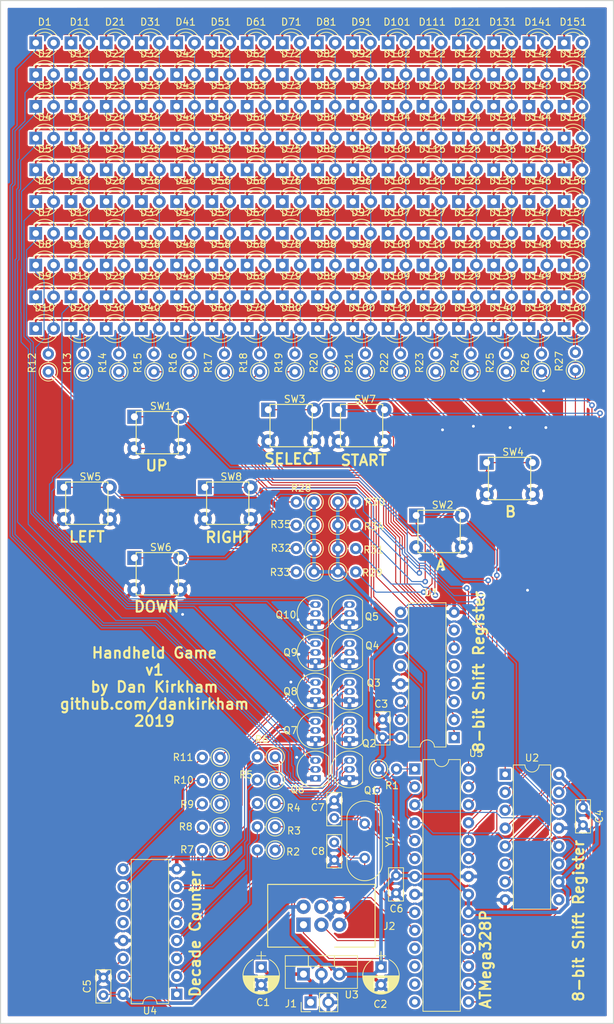
<source format=kicad_pcb>
(kicad_pcb (version 20171130) (host pcbnew "(5.0.1-3-g963ef8bb5)")
  (layers (0 F.Cu signal) (31 B.Cu signal) (34 B.Paste user hide) (35 F.Paste user hide) (36 B.SilkS user hide) (37 F.SilkS user) (38 B.Mask user hide) (39 F.Mask user hide) (44 Edge.Cuts user))
  (net 0 "")
  (net 1 "Net-(D1-Pad1)")
  (net 2 "Net-(D1-Pad2)")
  (net 3 "Net-(D102-Pad1)")
  (net 4 "Net-(D103-Pad1)")
  (net 5 "Net-(D104-Pad1)")
  (net 6 "Net-(D105-Pad1)")
  (net 7 "Net-(D106-Pad1)")
  (net 8 "Net-(D107-Pad1)")
  (net 9 "Net-(D108-Pad1)")
  (net 10 "Net-(D109-Pad1)")
  (net 11 "Net-(D10-Pad1)")
  (net 12 "Net-(D11-Pad2)")
  (net 13 "Net-(D21-Pad2)")
  (net 14 "Net-(D31-Pad2)")
  (net 15 "Net-(D41-Pad2)")
  (net 16 "Net-(D51-Pad2)")
  (net 17 "Net-(D61-Pad2)")
  (net 18 "Net-(D71-Pad2)")
  (net 19 "Net-(D81-Pad2)")
  (net 20 "Net-(D100-Pad2)")
  (net 21 "Net-(D101-Pad2)")
  (net 22 "Net-(D111-Pad2)")
  (net 23 "Net-(D121-Pad2)")
  (net 24 "Net-(D131-Pad2)")
  (net 25 "Net-(D141-Pad2)")
  (net 26 "Net-(D151-Pad2)")
  (net 27 "Net-(Q1-Pad2)")
  (net 28 GND)
  (net 29 "Net-(Q2-Pad2)")
  (net 30 "Net-(Q3-Pad2)")
  (net 31 "Net-(Q4-Pad2)")
  (net 32 "Net-(Q5-Pad2)")
  (net 33 "Net-(Q6-Pad2)")
  (net 34 "Net-(Q7-Pad2)")
  (net 35 "Net-(Q8-Pad2)")
  (net 36 "Net-(Q9-Pad2)")
  (net 37 "Net-(Q10-Pad2)")
  (net 38 /Matrix/R0)
  (net 39 /Matrix/R1)
  (net 40 /Matrix/R2)
  (net 41 /Matrix/R3)
  (net 42 /Matrix/R4)
  (net 43 /Matrix/R5)
  (net 44 /Matrix/R6)
  (net 45 /Matrix/R7)
  (net 46 /Matrix/R8)
  (net 47 /Matrix/R9)
  (net 48 /Matrix/C0)
  (net 49 /Matrix/C1)
  (net 50 /Matrix/C2)
  (net 51 /Matrix/C3)
  (net 52 /Matrix/C4)
  (net 53 /Matrix/C5)
  (net 54 /Matrix/C6)
  (net 55 /Matrix/C7)
  (net 56 /Matrix/C8)
  (net 57 /Matrix/C9)
  (net 58 /Matrix/C10)
  (net 59 /Matrix/C11)
  (net 60 /Matrix/C12)
  (net 61 /Matrix/C13)
  (net 62 /Matrix/C14)
  (net 63 /Matrix/C15)
  (net 64 "Net-(U1-Pad9)")
  (net 65 "Net-(U2-Pad9)")
  (net 66 +5V)
  (net 67 /SHIFT_DATA)
  (net 68 /SHIFT_LATCH)
  (net 69 /SHIFT_CLOCK)
  (net 70 +BATT)
  (net 71 /DECADE_RESET)
  (net 72 /DECADE_CLOCK)
  (net 73 "Net-(U4-Pad12)")
  (net 74 "Net-(U5-Pad14)")
  (net 75 "Net-(U5-Pad13)")
  (net 76 "Net-(U5-Pad12)")
  (net 77 "Net-(U5-Pad11)")
  (net 78 "Net-(C7-Pad2)")
  (net 79 "Net-(C8-Pad2)")
  (net 80 /MISO)
  (net 81 /SCK)
  (net 82 /MOSI)
  (net 83 /RESET)
  (net 84 /UP_BUTTON)
  (net 85 /A_BUTTON)
  (net 86 /SELECT_BUTTON)
  (net 87 /B_BUTTON)
  (net 88 /LEFT_BUTTON)
  (net 89 /DOWN_BUTTON)
  (net 90 /START_BUTTON)
  (net 91 /RIGHT_BUTTON)
  (module LEDs:LED_D3.0mm (layer F.Cu) (at 108 67.5)
    (fp_text reference D10 (at 1.27 -2.96) (layer F.SilkS))
    (fp_text value LED)
    (pad 2 thru_hole circle (at 2.54 0) (size 1.8 1.8) (drill 0.9) (layers *.Cu *.Mask) (net 2 "Net-(D1-Pad2)"))
    (pad 1 thru_hole rect (at 0 0) (size 1.8 1.8) (drill 0.9) (layers *.Cu *.Mask) (net 11 "Net-(D10-Pad1)"))
  )
  (module Resistors_THT:R_Axial_DIN0207_L6.3mm_D2.5mm_P2.54mm_Vertical (layer F.Cu) (at 109.785 73.627 90)
    (fp_text reference R12 (at 1.27 -2.31 90) (layer F.SilkS))
    (fp_text value 330)
    (pad 2 thru_hole oval (at 2.54 0 90) (size 1.6 1.6) (drill 0.8) (layers *.Cu *.Mask) (net 2 "Net-(D1-Pad2)"))
    (pad 1 thru_hole circle (at 0 0 90) (size 1.6 1.6) (drill 0.8) (layers *.Cu *.Mask) (net 48 /Matrix/C0))
  )
  (module Resistors_THT:R_Axial_DIN0207_L6.3mm_D2.5mm_P2.54mm_Vertical (layer F.Cu) (at 141.986 128.2065 180)
    (fp_text reference R6 (at 1.905 2.4765 180) (layer F.SilkS))
    (fp_text value 2K)
    (pad 2 thru_hole oval (at 2.54 0 180) (size 1.6 1.6) (drill 0.8) (layers *.Cu *.Mask) (net 42 /Matrix/R4))
    (pad 1 thru_hole circle (at 0 0 180) (size 1.6 1.6) (drill 0.8) (layers *.Cu *.Mask) (net 32 "Net-(Q5-Pad2)"))
  )
  (module LEDs:LED_D3.0mm (layer F.Cu) (at 138 36)
    (fp_text reference D63 (at 1.27 -2.96) (layer F.SilkS))
    (fp_text value LED)
    (pad 2 thru_hole circle (at 2.54 0) (size 1.8 1.8) (drill 0.9) (layers *.Cu *.Mask) (net 17 "Net-(D61-Pad2)"))
    (pad 1 thru_hole rect (at 0 0) (size 1.8 1.8) (drill 0.9) (layers *.Cu *.Mask) (net 4 "Net-(D103-Pad1)"))
  )
  (module LEDs:LED_D3.0mm (layer F.Cu) (at 183 31.5)
    (fp_text reference D152 (at 1.27 -2.96) (layer F.SilkS))
    (fp_text value LED)
    (pad 2 thru_hole circle (at 2.54 0) (size 1.8 1.8) (drill 0.9) (layers *.Cu *.Mask) (net 26 "Net-(D151-Pad2)"))
    (pad 1 thru_hole rect (at 0 0) (size 1.8 1.8) (drill 0.9) (layers *.Cu *.Mask) (net 3 "Net-(D102-Pad1)"))
  )
  (module LEDs:LED_D3.0mm (layer F.Cu) (at 123 40.5)
    (fp_text reference D34 (at 1.27 -2.96) (layer F.SilkS))
    (fp_text value LED)
    (pad 1 thru_hole rect (at 0 0) (size 1.8 1.8) (drill 0.9) (layers *.Cu *.Mask) (net 5 "Net-(D104-Pad1)"))
    (pad 2 thru_hole circle (at 2.54 0) (size 1.8 1.8) (drill 0.9) (layers *.Cu *.Mask) (net 14 "Net-(D31-Pad2)"))
  )
  (module LameBoyFootprints:ISP_Header (layer F.Cu) (at 146 152)
    (fp_text reference J2 (at 12.1785 0.2095) (layer F.SilkS))
    (fp_text value Conn_02x03_Odd_Even)
    (pad 6 thru_hole circle (at 5.08 -2.54) (size 2.032 2.032) (drill 1.016) (layers *.Cu *.Mask) (net 28 GND))
    (pad 5 thru_hole circle (at 5.08 0) (size 2.032 2.032) (drill 1.016) (layers *.Cu *.Mask) (net 83 /RESET))
    (pad 4 thru_hole circle (at 2.54 -2.54) (size 2.032 2.032) (drill 1.016) (layers *.Cu *.Mask) (net 82 /MOSI))
    (pad 3 thru_hole circle (at 2.54 0) (size 2.032 2.032) (drill 1.016) (layers *.Cu *.Mask) (net 81 /SCK))
    (pad 2 thru_hole circle (at 0 -2.54) (size 2.032 2.032) (drill 1.016) (layers *.Cu *.Mask) (net 66 +5V))
    (pad 1 thru_hole rect (at 0 0) (size 2.032 2.032) (drill 1.016) (layers *.Cu *.Mask) (net 80 /MISO))
  )
  (module LEDs:LED_D3.0mm (layer F.Cu) (at 108 27)
    (fp_text reference D1 (at 1.27 -2.96) (layer F.SilkS))
    (fp_text value LED)
    (pad 1 thru_hole rect (at 0 0) (size 1.8 1.8) (drill 0.9) (layers *.Cu *.Mask) (net 1 "Net-(D1-Pad1)"))
    (pad 2 thru_hole circle (at 2.54 0) (size 1.8 1.8) (drill 0.9) (layers *.Cu *.Mask) (net 2 "Net-(D1-Pad2)"))
  )
  (module LEDs:LED_D3.0mm (layer F.Cu) (at 108 31.5)
    (fp_text reference D2 (at 1.27 -2.96) (layer F.SilkS))
    (fp_text value LED)
    (pad 1 thru_hole rect (at 0 0) (size 1.8 1.8) (drill 0.9) (layers *.Cu *.Mask) (net 3 "Net-(D102-Pad1)"))
    (pad 2 thru_hole circle (at 2.54 0) (size 1.8 1.8) (drill 0.9) (layers *.Cu *.Mask) (net 2 "Net-(D1-Pad2)"))
  )
  (module LEDs:LED_D3.0mm (layer F.Cu) (at 108 36)
    (fp_text reference D3 (at 1.27 -2.96) (layer F.SilkS))
    (fp_text value LED)
    (pad 1 thru_hole rect (at 0 0) (size 1.8 1.8) (drill 0.9) (layers *.Cu *.Mask) (net 4 "Net-(D103-Pad1)"))
    (pad 2 thru_hole circle (at 2.54 0) (size 1.8 1.8) (drill 0.9) (layers *.Cu *.Mask) (net 2 "Net-(D1-Pad2)"))
  )
  (module LEDs:LED_D3.0mm (layer F.Cu) (at 108 40.5)
    (fp_text reference D4 (at 1.27 -2.96) (layer F.SilkS))
    (fp_text value LED)
    (pad 2 thru_hole circle (at 2.54 0) (size 1.8 1.8) (drill 0.9) (layers *.Cu *.Mask) (net 2 "Net-(D1-Pad2)"))
    (pad 1 thru_hole rect (at 0 0) (size 1.8 1.8) (drill 0.9) (layers *.Cu *.Mask) (net 5 "Net-(D104-Pad1)"))
  )
  (module LEDs:LED_D3.0mm (layer F.Cu) (at 108 45)
    (fp_text reference D5 (at 1.27 -2.96) (layer F.SilkS))
    (fp_text value LED)
    (pad 2 thru_hole circle (at 2.54 0) (size 1.8 1.8) (drill 0.9) (layers *.Cu *.Mask) (net 2 "Net-(D1-Pad2)"))
    (pad 1 thru_hole rect (at 0 0) (size 1.8 1.8) (drill 0.9) (layers *.Cu *.Mask) (net 6 "Net-(D105-Pad1)"))
  )
  (module LEDs:LED_D3.0mm (layer F.Cu) (at 108 49.5)
    (fp_text reference D6 (at 1.27 -2.96) (layer F.SilkS))
    (fp_text value LED)
    (pad 2 thru_hole circle (at 2.54 0) (size 1.8 1.8) (drill 0.9) (layers *.Cu *.Mask) (net 2 "Net-(D1-Pad2)"))
    (pad 1 thru_hole rect (at 0 0) (size 1.8 1.8) (drill 0.9) (layers *.Cu *.Mask) (net 7 "Net-(D106-Pad1)"))
  )
  (module LEDs:LED_D3.0mm (layer F.Cu) (at 108 54)
    (fp_text reference D7 (at 1.27 -2.96) (layer F.SilkS))
    (fp_text value LED)
    (pad 2 thru_hole circle (at 2.54 0) (size 1.8 1.8) (drill 0.9) (layers *.Cu *.Mask) (net 2 "Net-(D1-Pad2)"))
    (pad 1 thru_hole rect (at 0 0) (size 1.8 1.8) (drill 0.9) (layers *.Cu *.Mask) (net 8 "Net-(D107-Pad1)"))
  )
  (module LEDs:LED_D3.0mm (layer F.Cu) (at 108 58.5)
    (fp_text reference D8 (at 1.27 -2.96) (layer F.SilkS))
    (fp_text value LED)
    (pad 2 thru_hole circle (at 2.54 0) (size 1.8 1.8) (drill 0.9) (layers *.Cu *.Mask) (net 2 "Net-(D1-Pad2)"))
    (pad 1 thru_hole rect (at 0 0) (size 1.8 1.8) (drill 0.9) (layers *.Cu *.Mask) (net 9 "Net-(D108-Pad1)"))
  )
  (module LEDs:LED_D3.0mm (layer F.Cu) (at 108 63)
    (fp_text reference D9 (at 1.27 -2.96) (layer F.SilkS))
    (fp_text value LED)
    (pad 2 thru_hole circle (at 2.54 0) (size 1.8 1.8) (drill 0.9) (layers *.Cu *.Mask) (net 2 "Net-(D1-Pad2)"))
    (pad 1 thru_hole rect (at 0 0) (size 1.8 1.8) (drill 0.9) (layers *.Cu *.Mask) (net 10 "Net-(D109-Pad1)"))
  )
  (module LEDs:LED_D3.0mm (layer F.Cu) (at 113 27)
    (fp_text reference D11 (at 1.27 -2.96) (layer F.SilkS))
    (fp_text value LED)
    (pad 2 thru_hole circle (at 2.54 0) (size 1.8 1.8) (drill 0.9) (layers *.Cu *.Mask) (net 12 "Net-(D11-Pad2)"))
    (pad 1 thru_hole rect (at 0 0) (size 1.8 1.8) (drill 0.9) (layers *.Cu *.Mask) (net 1 "Net-(D1-Pad1)"))
  )
  (module LEDs:LED_D3.0mm (layer F.Cu) (at 113 31.5)
    (fp_text reference D12 (at 1.27 -2.96) (layer F.SilkS))
    (fp_text value LED)
    (pad 2 thru_hole circle (at 2.54 0) (size 1.8 1.8) (drill 0.9) (layers *.Cu *.Mask) (net 12 "Net-(D11-Pad2)"))
    (pad 1 thru_hole rect (at 0 0) (size 1.8 1.8) (drill 0.9) (layers *.Cu *.Mask) (net 3 "Net-(D102-Pad1)"))
  )
  (module LEDs:LED_D3.0mm (layer F.Cu) (at 113 36)
    (fp_text reference D13 (at 1.27 -2.96) (layer F.SilkS))
    (fp_text value LED)
    (pad 2 thru_hole circle (at 2.54 0) (size 1.8 1.8) (drill 0.9) (layers *.Cu *.Mask) (net 12 "Net-(D11-Pad2)"))
    (pad 1 thru_hole rect (at 0 0) (size 1.8 1.8) (drill 0.9) (layers *.Cu *.Mask) (net 4 "Net-(D103-Pad1)"))
  )
  (module LEDs:LED_D3.0mm (layer F.Cu) (at 113 40.5)
    (fp_text reference D14 (at 1.27 -2.96) (layer F.SilkS))
    (fp_text value LED)
    (pad 1 thru_hole rect (at 0 0) (size 1.8 1.8) (drill 0.9) (layers *.Cu *.Mask) (net 5 "Net-(D104-Pad1)"))
    (pad 2 thru_hole circle (at 2.54 0) (size 1.8 1.8) (drill 0.9) (layers *.Cu *.Mask) (net 12 "Net-(D11-Pad2)"))
  )
  (module LEDs:LED_D3.0mm (layer F.Cu) (at 113 45)
    (fp_text reference D15 (at 1.27 -2.96) (layer F.SilkS))
    (fp_text value LED)
    (pad 1 thru_hole rect (at 0 0) (size 1.8 1.8) (drill 0.9) (layers *.Cu *.Mask) (net 6 "Net-(D105-Pad1)"))
    (pad 2 thru_hole circle (at 2.54 0) (size 1.8 1.8) (drill 0.9) (layers *.Cu *.Mask) (net 12 "Net-(D11-Pad2)"))
  )
  (module LEDs:LED_D3.0mm (layer F.Cu) (at 113 49.5)
    (fp_text reference D16 (at 1.27 -2.96) (layer F.SilkS))
    (fp_text value LED)
    (pad 1 thru_hole rect (at 0 0) (size 1.8 1.8) (drill 0.9) (layers *.Cu *.Mask) (net 7 "Net-(D106-Pad1)"))
    (pad 2 thru_hole circle (at 2.54 0) (size 1.8 1.8) (drill 0.9) (layers *.Cu *.Mask) (net 12 "Net-(D11-Pad2)"))
  )
  (module LEDs:LED_D3.0mm (layer F.Cu) (at 113 54)
    (fp_text reference D17 (at 1.27 -2.96) (layer F.SilkS))
    (fp_text value LED)
    (pad 1 thru_hole rect (at 0 0) (size 1.8 1.8) (drill 0.9) (layers *.Cu *.Mask) (net 8 "Net-(D107-Pad1)"))
    (pad 2 thru_hole circle (at 2.54 0) (size 1.8 1.8) (drill 0.9) (layers *.Cu *.Mask) (net 12 "Net-(D11-Pad2)"))
  )
  (module LEDs:LED_D3.0mm (layer F.Cu) (at 113 58.5)
    (fp_text reference D18 (at 1.27 -2.96) (layer F.SilkS))
    (fp_text value LED)
    (pad 1 thru_hole rect (at 0 0) (size 1.8 1.8) (drill 0.9) (layers *.Cu *.Mask) (net 9 "Net-(D108-Pad1)"))
    (pad 2 thru_hole circle (at 2.54 0) (size 1.8 1.8) (drill 0.9) (layers *.Cu *.Mask) (net 12 "Net-(D11-Pad2)"))
  )
  (module LEDs:LED_D3.0mm (layer F.Cu) (at 113 63)
    (fp_text reference D19 (at 1.27 -2.96) (layer F.SilkS))
    (fp_text value LED)
    (pad 1 thru_hole rect (at 0 0) (size 1.8 1.8) (drill 0.9) (layers *.Cu *.Mask) (net 10 "Net-(D109-Pad1)"))
    (pad 2 thru_hole circle (at 2.54 0) (size 1.8 1.8) (drill 0.9) (layers *.Cu *.Mask) (net 12 "Net-(D11-Pad2)"))
  )
  (module LEDs:LED_D3.0mm (layer F.Cu) (at 113 67.5)
    (fp_text reference D20 (at 1.27 -2.96) (layer F.SilkS))
    (fp_text value LED)
    (pad 1 thru_hole rect (at 0 0) (size 1.8 1.8) (drill 0.9) (layers *.Cu *.Mask) (net 11 "Net-(D10-Pad1)"))
    (pad 2 thru_hole circle (at 2.54 0) (size 1.8 1.8) (drill 0.9) (layers *.Cu *.Mask) (net 12 "Net-(D11-Pad2)"))
  )
  (module LEDs:LED_D3.0mm (layer F.Cu) (at 118 27)
    (fp_text reference D21 (at 1.27 -2.96) (layer F.SilkS))
    (fp_text value LED)
    (pad 1 thru_hole rect (at 0 0) (size 1.8 1.8) (drill 0.9) (layers *.Cu *.Mask) (net 1 "Net-(D1-Pad1)"))
    (pad 2 thru_hole circle (at 2.54 0) (size 1.8 1.8) (drill 0.9) (layers *.Cu *.Mask) (net 13 "Net-(D21-Pad2)"))
  )
  (module LEDs:LED_D3.0mm (layer F.Cu) (at 118 31.5)
    (fp_text reference D22 (at 1.27 -2.96) (layer F.SilkS))
    (fp_text value LED)
    (pad 1 thru_hole rect (at 0 0) (size 1.8 1.8) (drill 0.9) (layers *.Cu *.Mask) (net 3 "Net-(D102-Pad1)"))
    (pad 2 thru_hole circle (at 2.54 0) (size 1.8 1.8) (drill 0.9) (layers *.Cu *.Mask) (net 13 "Net-(D21-Pad2)"))
  )
  (module LEDs:LED_D3.0mm (layer F.Cu) (at 118 36)
    (fp_text reference D23 (at 1.27 -2.96) (layer F.SilkS))
    (fp_text value LED)
    (pad 2 thru_hole circle (at 2.54 0) (size 1.8 1.8) (drill 0.9) (layers *.Cu *.Mask) (net 13 "Net-(D21-Pad2)"))
    (pad 1 thru_hole rect (at 0 0) (size 1.8 1.8) (drill 0.9) (layers *.Cu *.Mask) (net 4 "Net-(D103-Pad1)"))
  )
  (module LEDs:LED_D3.0mm (layer F.Cu) (at 118 40.5)
    (fp_text reference D24 (at 1.27 -2.96) (layer F.SilkS))
    (fp_text value LED)
    (pad 2 thru_hole circle (at 2.54 0) (size 1.8 1.8) (drill 0.9) (layers *.Cu *.Mask) (net 13 "Net-(D21-Pad2)"))
    (pad 1 thru_hole rect (at 0 0) (size 1.8 1.8) (drill 0.9) (layers *.Cu *.Mask) (net 5 "Net-(D104-Pad1)"))
  )
  (module LEDs:LED_D3.0mm (layer F.Cu) (at 118 45)
    (fp_text reference D25 (at 1.27 -2.96) (layer F.SilkS))
    (fp_text value LED)
    (pad 2 thru_hole circle (at 2.54 0) (size 1.8 1.8) (drill 0.9) (layers *.Cu *.Mask) (net 13 "Net-(D21-Pad2)"))
    (pad 1 thru_hole rect (at 0 0) (size 1.8 1.8) (drill 0.9) (layers *.Cu *.Mask) (net 6 "Net-(D105-Pad1)"))
  )
  (module LEDs:LED_D3.0mm (layer F.Cu) (at 118 49.5)
    (fp_text reference D26 (at 1.27 -2.96) (layer F.SilkS))
    (fp_text value LED)
    (pad 2 thru_hole circle (at 2.54 0) (size 1.8 1.8) (drill 0.9) (layers *.Cu *.Mask) (net 13 "Net-(D21-Pad2)"))
    (pad 1 thru_hole rect (at 0 0) (size 1.8 1.8) (drill 0.9) (layers *.Cu *.Mask) (net 7 "Net-(D106-Pad1)"))
  )
  (module LEDs:LED_D3.0mm (layer F.Cu) (at 118 54)
    (fp_text reference D27 (at 1.27 -2.96) (layer F.SilkS))
    (fp_text value LED)
    (pad 2 thru_hole circle (at 2.54 0) (size 1.8 1.8) (drill 0.9) (layers *.Cu *.Mask) (net 13 "Net-(D21-Pad2)"))
    (pad 1 thru_hole rect (at 0 0) (size 1.8 1.8) (drill 0.9) (layers *.Cu *.Mask) (net 8 "Net-(D107-Pad1)"))
  )
  (module LEDs:LED_D3.0mm (layer F.Cu) (at 118 58.5)
    (fp_text reference D28 (at 1.27 -2.96) (layer F.SilkS))
    (fp_text value LED)
    (pad 2 thru_hole circle (at 2.54 0) (size 1.8 1.8) (drill 0.9) (layers *.Cu *.Mask) (net 13 "Net-(D21-Pad2)"))
    (pad 1 thru_hole rect (at 0 0) (size 1.8 1.8) (drill 0.9) (layers *.Cu *.Mask) (net 9 "Net-(D108-Pad1)"))
  )
  (module LEDs:LED_D3.0mm (layer F.Cu) (at 118 63)
    (fp_text reference D29 (at 1.27 -2.96) (layer F.SilkS))
    (fp_text value LED)
    (pad 2 thru_hole circle (at 2.54 0) (size 1.8 1.8) (drill 0.9) (layers *.Cu *.Mask) (net 13 "Net-(D21-Pad2)"))
    (pad 1 thru_hole rect (at 0 0) (size 1.8 1.8) (drill 0.9) (layers *.Cu *.Mask) (net 10 "Net-(D109-Pad1)"))
  )
  (module LEDs:LED_D3.0mm (layer F.Cu) (at 118 67.5)
    (fp_text reference D30 (at 1.27 -2.96) (layer F.SilkS))
    (fp_text value LED)
    (pad 2 thru_hole circle (at 2.54 0) (size 1.8 1.8) (drill 0.9) (layers *.Cu *.Mask) (net 13 "Net-(D21-Pad2)"))
    (pad 1 thru_hole rect (at 0 0) (size 1.8 1.8) (drill 0.9) (layers *.Cu *.Mask) (net 11 "Net-(D10-Pad1)"))
  )
  (module LEDs:LED_D3.0mm (layer F.Cu) (at 123 27)
    (fp_text reference D31 (at 1.27 -2.96) (layer F.SilkS))
    (fp_text value LED)
    (pad 2 thru_hole circle (at 2.54 0) (size 1.8 1.8) (drill 0.9) (layers *.Cu *.Mask) (net 14 "Net-(D31-Pad2)"))
    (pad 1 thru_hole rect (at 0 0) (size 1.8 1.8) (drill 0.9) (layers *.Cu *.Mask) (net 1 "Net-(D1-Pad1)"))
  )
  (module LEDs:LED_D3.0mm (layer F.Cu) (at 123 31.5)
    (fp_text reference D32 (at 1.27 -2.96) (layer F.SilkS))
    (fp_text value LED)
    (pad 2 thru_hole circle (at 2.54 0) (size 1.8 1.8) (drill 0.9) (layers *.Cu *.Mask) (net 14 "Net-(D31-Pad2)"))
    (pad 1 thru_hole rect (at 0 0) (size 1.8 1.8) (drill 0.9) (layers *.Cu *.Mask) (net 3 "Net-(D102-Pad1)"))
  )
  (module LEDs:LED_D3.0mm (layer F.Cu) (at 123 36)
    (fp_text reference D33 (at 1.27 -2.96) (layer F.SilkS))
    (fp_text value LED)
    (pad 1 thru_hole rect (at 0 0) (size 1.8 1.8) (drill 0.9) (layers *.Cu *.Mask) (net 4 "Net-(D103-Pad1)"))
    (pad 2 thru_hole circle (at 2.54 0) (size 1.8 1.8) (drill 0.9) (layers *.Cu *.Mask) (net 14 "Net-(D31-Pad2)"))
  )
  (module LEDs:LED_D3.0mm (layer F.Cu) (at 123 45)
    (fp_text reference D35 (at 1.27 -2.96) (layer F.SilkS))
    (fp_text value LED)
    (pad 1 thru_hole rect (at 0 0) (size 1.8 1.8) (drill 0.9) (layers *.Cu *.Mask) (net 6 "Net-(D105-Pad1)"))
    (pad 2 thru_hole circle (at 2.54 0) (size 1.8 1.8) (drill 0.9) (layers *.Cu *.Mask) (net 14 "Net-(D31-Pad2)"))
  )
  (module LEDs:LED_D3.0mm (layer F.Cu) (at 123 49.5)
    (fp_text reference D36 (at 1.27 -2.96) (layer F.SilkS))
    (fp_text value LED)
    (pad 1 thru_hole rect (at 0 0) (size 1.8 1.8) (drill 0.9) (layers *.Cu *.Mask) (net 7 "Net-(D106-Pad1)"))
    (pad 2 thru_hole circle (at 2.54 0) (size 1.8 1.8) (drill 0.9) (layers *.Cu *.Mask) (net 14 "Net-(D31-Pad2)"))
  )
  (module LEDs:LED_D3.0mm (layer F.Cu) (at 123 54)
    (fp_text reference D37 (at 1.27 -2.96) (layer F.SilkS))
    (fp_text value LED)
    (pad 1 thru_hole rect (at 0 0) (size 1.8 1.8) (drill 0.9) (layers *.Cu *.Mask) (net 8 "Net-(D107-Pad1)"))
    (pad 2 thru_hole circle (at 2.54 0) (size 1.8 1.8) (drill 0.9) (layers *.Cu *.Mask) (net 14 "Net-(D31-Pad2)"))
  )
  (module LEDs:LED_D3.0mm (layer F.Cu) (at 123 58.5)
    (fp_text reference D38 (at 1.27 -2.96) (layer F.SilkS))
    (fp_text value LED)
    (pad 1 thru_hole rect (at 0 0) (size 1.8 1.8) (drill 0.9) (layers *.Cu *.Mask) (net 9 "Net-(D108-Pad1)"))
    (pad 2 thru_hole circle (at 2.54 0) (size 1.8 1.8) (drill 0.9) (layers *.Cu *.Mask) (net 14 "Net-(D31-Pad2)"))
  )
  (module LEDs:LED_D3.0mm (layer F.Cu) (at 123 63)
    (fp_text reference D39 (at 1.27 -2.96) (layer F.SilkS))
    (fp_text value LED)
    (pad 1 thru_hole rect (at 0 0) (size 1.8 1.8) (drill 0.9) (layers *.Cu *.Mask) (net 10 "Net-(D109-Pad1)"))
    (pad 2 thru_hole circle (at 2.54 0) (size 1.8 1.8) (drill 0.9) (layers *.Cu *.Mask) (net 14 "Net-(D31-Pad2)"))
  )
  (module LEDs:LED_D3.0mm (layer F.Cu) (at 123 67.5)
    (fp_text reference D40 (at 1.27 -2.96) (layer F.SilkS))
    (fp_text value LED)
    (pad 1 thru_hole rect (at 0 0) (size 1.8 1.8) (drill 0.9) (layers *.Cu *.Mask) (net 11 "Net-(D10-Pad1)"))
    (pad 2 thru_hole circle (at 2.54 0) (size 1.8 1.8) (drill 0.9) (layers *.Cu *.Mask) (net 14 "Net-(D31-Pad2)"))
  )
  (module LEDs:LED_D3.0mm (layer F.Cu) (at 128 27)
    (fp_text reference D41 (at 1.27 -2.96) (layer F.SilkS))
    (fp_text value LED)
    (pad 1 thru_hole rect (at 0 0) (size 1.8 1.8) (drill 0.9) (layers *.Cu *.Mask) (net 1 "Net-(D1-Pad1)"))
    (pad 2 thru_hole circle (at 2.54 0) (size 1.8 1.8) (drill 0.9) (layers *.Cu *.Mask) (net 15 "Net-(D41-Pad2)"))
  )
  (module LEDs:LED_D3.0mm (layer F.Cu) (at 128 31.5)
    (fp_text reference D42 (at 1.27 -2.96) (layer F.SilkS))
    (fp_text value LED)
    (pad 1 thru_hole rect (at 0 0) (size 1.8 1.8) (drill 0.9) (layers *.Cu *.Mask) (net 3 "Net-(D102-Pad1)"))
    (pad 2 thru_hole circle (at 2.54 0) (size 1.8 1.8) (drill 0.9) (layers *.Cu *.Mask) (net 15 "Net-(D41-Pad2)"))
  )
  (module LEDs:LED_D3.0mm (layer F.Cu) (at 128 36)
    (fp_text reference D43 (at 1.27 -2.96) (layer F.SilkS))
    (fp_text value LED)
    (pad 2 thru_hole circle (at 2.54 0) (size 1.8 1.8) (drill 0.9) (layers *.Cu *.Mask) (net 15 "Net-(D41-Pad2)"))
    (pad 1 thru_hole rect (at 0 0) (size 1.8 1.8) (drill 0.9) (layers *.Cu *.Mask) (net 4 "Net-(D103-Pad1)"))
  )
  (module LEDs:LED_D3.0mm (layer F.Cu) (at 128 40.5)
    (fp_text reference D44 (at 1.27 -2.96) (layer F.SilkS))
    (fp_text value LED)
    (pad 2 thru_hole circle (at 2.54 0) (size 1.8 1.8) (drill 0.9) (layers *.Cu *.Mask) (net 15 "Net-(D41-Pad2)"))
    (pad 1 thru_hole rect (at 0 0) (size 1.8 1.8) (drill 0.9) (layers *.Cu *.Mask) (net 5 "Net-(D104-Pad1)"))
  )
  (module LEDs:LED_D3.0mm (layer F.Cu) (at 128 45)
    (fp_text reference D45 (at 1.27 -2.96) (layer F.SilkS))
    (fp_text value LED)
    (pad 2 thru_hole circle (at 2.54 0) (size 1.8 1.8) (drill 0.9) (layers *.Cu *.Mask) (net 15 "Net-(D41-Pad2)"))
    (pad 1 thru_hole rect (at 0 0) (size 1.8 1.8) (drill 0.9) (layers *.Cu *.Mask) (net 6 "Net-(D105-Pad1)"))
  )
  (module LEDs:LED_D3.0mm (layer F.Cu) (at 128 49.5)
    (fp_text reference D46 (at 1.27 -2.96) (layer F.SilkS))
    (fp_text value LED)
    (pad 2 thru_hole circle (at 2.54 0) (size 1.8 1.8) (drill 0.9) (layers *.Cu *.Mask) (net 15 "Net-(D41-Pad2)"))
    (pad 1 thru_hole rect (at 0 0) (size 1.8 1.8) (drill 0.9) (layers *.Cu *.Mask) (net 7 "Net-(D106-Pad1)"))
  )
  (module LEDs:LED_D3.0mm (layer F.Cu) (at 128 54)
    (fp_text reference D47 (at 1.27 -2.96) (layer F.SilkS))
    (fp_text value LED)
    (pad 2 thru_hole circle (at 2.54 0) (size 1.8 1.8) (drill 0.9) (layers *.Cu *.Mask) (net 15 "Net-(D41-Pad2)"))
    (pad 1 thru_hole rect (at 0 0) (size 1.8 1.8) (drill 0.9) (layers *.Cu *.Mask) (net 8 "Net-(D107-Pad1)"))
  )
  (module LEDs:LED_D3.0mm (layer F.Cu) (at 128 58.5)
    (fp_text reference D48 (at 1.27 -2.96) (layer F.SilkS))
    (fp_text value LED)
    (pad 2 thru_hole circle (at 2.54 0) (size 1.8 1.8) (drill 0.9) (layers *.Cu *.Mask) (net 15 "Net-(D41-Pad2)"))
    (pad 1 thru_hole rect (at 0 0) (size 1.8 1.8) (drill 0.9) (layers *.Cu *.Mask) (net 9 "Net-(D108-Pad1)"))
  )
  (module LEDs:LED_D3.0mm (layer F.Cu) (at 128 63)
    (fp_text reference D49 (at 1.27 -2.96) (layer F.SilkS))
    (fp_text value LED)
    (pad 2 thru_hole circle (at 2.54 0) (size 1.8 1.8) (drill 0.9) (layers *.Cu *.Mask) (net 15 "Net-(D41-Pad2)"))
    (pad 1 thru_hole rect (at 0 0) (size 1.8 1.8) (drill 0.9) (layers *.Cu *.Mask) (net 10 "Net-(D109-Pad1)"))
  )
  (module LEDs:LED_D3.0mm (layer F.Cu) (at 128 67.5)
    (fp_text reference D50 (at 1.27 -2.96) (layer F.SilkS))
    (fp_text value LED)
    (pad 2 thru_hole circle (at 2.54 0) (size 1.8 1.8) (drill 0.9) (layers *.Cu *.Mask) (net 15 "Net-(D41-Pad2)"))
    (pad 1 thru_hole rect (at 0 0) (size 1.8 1.8) (drill 0.9) (layers *.Cu *.Mask) (net 11 "Net-(D10-Pad1)"))
  )
  (module LEDs:LED_D3.0mm (layer F.Cu) (at 133 27)
    (fp_text reference D51 (at 1.27 -2.96) (layer F.SilkS))
    (fp_text value LED)
    (pad 2 thru_hole circle (at 2.54 0) (size 1.8 1.8) (drill 0.9) (layers *.Cu *.Mask) (net 16 "Net-(D51-Pad2)"))
    (pad 1 thru_hole rect (at 0 0) (size 1.8 1.8) (drill 0.9) (layers *.Cu *.Mask) (net 1 "Net-(D1-Pad1)"))
  )
  (module LEDs:LED_D3.0mm (layer F.Cu) (at 133 31.5)
    (fp_text reference D52 (at 1.27 -2.96) (layer F.SilkS))
    (fp_text value LED)
    (pad 2 thru_hole circle (at 2.54 0) (size 1.8 1.8) (drill 0.9) (layers *.Cu *.Mask) (net 16 "Net-(D51-Pad2)"))
    (pad 1 thru_hole rect (at 0 0) (size 1.8 1.8) (drill 0.9) (layers *.Cu *.Mask) (net 3 "Net-(D102-Pad1)"))
  )
  (module LEDs:LED_D3.0mm (layer F.Cu) (at 133 36)
    (fp_text reference D53 (at 1.27 -2.96) (layer F.SilkS))
    (fp_text value LED)
    (pad 1 thru_hole rect (at 0 0) (size 1.8 1.8) (drill 0.9) (layers *.Cu *.Mask) (net 4 "Net-(D103-Pad1)"))
    (pad 2 thru_hole circle (at 2.54 0) (size 1.8 1.8) (drill 0.9) (layers *.Cu *.Mask) (net 16 "Net-(D51-Pad2)"))
  )
  (module LEDs:LED_D3.0mm (layer F.Cu) (at 133 40.5)
    (fp_text reference D54 (at 1.27 -2.96) (layer F.SilkS))
    (fp_text value LED)
    (pad 1 thru_hole rect (at 0 0) (size 1.8 1.8) (drill 0.9) (layers *.Cu *.Mask) (net 5 "Net-(D104-Pad1)"))
    (pad 2 thru_hole circle (at 2.54 0) (size 1.8 1.8) (drill 0.9) (layers *.Cu *.Mask) (net 16 "Net-(D51-Pad2)"))
  )
  (module LEDs:LED_D3.0mm (layer F.Cu) (at 133 45)
    (fp_text reference D55 (at 1.27 -2.96) (layer F.SilkS))
    (fp_text value LED)
    (pad 1 thru_hole rect (at 0 0) (size 1.8 1.8) (drill 0.9) (layers *.Cu *.Mask) (net 6 "Net-(D105-Pad1)"))
    (pad 2 thru_hole circle (at 2.54 0) (size 1.8 1.8) (drill 0.9) (layers *.Cu *.Mask) (net 16 "Net-(D51-Pad2)"))
  )
  (module LEDs:LED_D3.0mm (layer F.Cu) (at 133 49.5)
    (fp_text reference D56 (at 1.27 -2.96) (layer F.SilkS))
    (fp_text value LED)
    (pad 1 thru_hole rect (at 0 0) (size 1.8 1.8) (drill 0.9) (layers *.Cu *.Mask) (net 7 "Net-(D106-Pad1)"))
    (pad 2 thru_hole circle (at 2.54 0) (size 1.8 1.8) (drill 0.9) (layers *.Cu *.Mask) (net 16 "Net-(D51-Pad2)"))
  )
  (module LEDs:LED_D3.0mm (layer F.Cu) (at 133 54)
    (fp_text reference D57 (at 1.27 -2.96) (layer F.SilkS))
    (fp_text value LED)
    (pad 1 thru_hole rect (at 0 0) (size 1.8 1.8) (drill 0.9) (layers *.Cu *.Mask) (net 8 "Net-(D107-Pad1)"))
    (pad 2 thru_hole circle (at 2.54 0) (size 1.8 1.8) (drill 0.9) (layers *.Cu *.Mask) (net 16 "Net-(D51-Pad2)"))
  )
  (module LEDs:LED_D3.0mm (layer F.Cu) (at 133 58.5)
    (fp_text reference D58 (at 1.27 -2.96) (layer F.SilkS))
    (fp_text value LED)
    (pad 1 thru_hole rect (at 0 0) (size 1.8 1.8) (drill 0.9) (layers *.Cu *.Mask) (net 9 "Net-(D108-Pad1)"))
    (pad 2 thru_hole circle (at 2.54 0) (size 1.8 1.8) (drill 0.9) (layers *.Cu *.Mask) (net 16 "Net-(D51-Pad2)"))
  )
  (module LEDs:LED_D3.0mm (layer F.Cu) (at 133 63)
    (fp_text reference D59 (at 1.27 -2.96) (layer F.SilkS))
    (fp_text value LED)
    (pad 1 thru_hole rect (at 0 0) (size 1.8 1.8) (drill 0.9) (layers *.Cu *.Mask) (net 10 "Net-(D109-Pad1)"))
    (pad 2 thru_hole circle (at 2.54 0) (size 1.8 1.8) (drill 0.9) (layers *.Cu *.Mask) (net 16 "Net-(D51-Pad2)"))
  )
  (module LEDs:LED_D3.0mm (layer F.Cu) (at 133 67.5)
    (fp_text reference D60 (at 1.27 -2.96) (layer F.SilkS))
    (fp_text value LED)
    (pad 1 thru_hole rect (at 0 0) (size 1.8 1.8) (drill 0.9) (layers *.Cu *.Mask) (net 11 "Net-(D10-Pad1)"))
    (pad 2 thru_hole circle (at 2.54 0) (size 1.8 1.8) (drill 0.9) (layers *.Cu *.Mask) (net 16 "Net-(D51-Pad2)"))
  )
  (module LEDs:LED_D3.0mm (layer F.Cu) (at 138 27)
    (fp_text reference D61 (at 1.27 -2.96) (layer F.SilkS))
    (fp_text value LED)
    (pad 1 thru_hole rect (at 0 0) (size 1.8 1.8) (drill 0.9) (layers *.Cu *.Mask) (net 1 "Net-(D1-Pad1)"))
    (pad 2 thru_hole circle (at 2.54 0) (size 1.8 1.8) (drill 0.9) (layers *.Cu *.Mask) (net 17 "Net-(D61-Pad2)"))
  )
  (module LEDs:LED_D3.0mm (layer F.Cu) (at 138 31.5)
    (fp_text reference D62 (at 1.27 -2.96) (layer F.SilkS))
    (fp_text value LED)
    (pad 1 thru_hole rect (at 0 0) (size 1.8 1.8) (drill 0.9) (layers *.Cu *.Mask) (net 3 "Net-(D102-Pad1)"))
    (pad 2 thru_hole circle (at 2.54 0) (size 1.8 1.8) (drill 0.9) (layers *.Cu *.Mask) (net 17 "Net-(D61-Pad2)"))
  )
  (module LEDs:LED_D3.0mm (layer F.Cu) (at 138 40.5)
    (fp_text reference D64 (at 1.27 -2.96) (layer F.SilkS))
    (fp_text value LED)
    (pad 2 thru_hole circle (at 2.54 0) (size 1.8 1.8) (drill 0.9) (layers *.Cu *.Mask) (net 17 "Net-(D61-Pad2)"))
    (pad 1 thru_hole rect (at 0 0) (size 1.8 1.8) (drill 0.9) (layers *.Cu *.Mask) (net 5 "Net-(D104-Pad1)"))
  )
  (module LEDs:LED_D3.0mm (layer F.Cu) (at 138 45)
    (fp_text reference D65 (at 1.27 -2.96) (layer F.SilkS))
    (fp_text value LED)
    (pad 2 thru_hole circle (at 2.54 0) (size 1.8 1.8) (drill 0.9) (layers *.Cu *.Mask) (net 17 "Net-(D61-Pad2)"))
    (pad 1 thru_hole rect (at 0 0) (size 1.8 1.8) (drill 0.9) (layers *.Cu *.Mask) (net 6 "Net-(D105-Pad1)"))
  )
  (module LEDs:LED_D3.0mm (layer F.Cu) (at 138 49.5)
    (fp_text reference D66 (at 1.27 -2.96) (layer F.SilkS))
    (fp_text value LED)
    (pad 2 thru_hole circle (at 2.54 0) (size 1.8 1.8) (drill 0.9) (layers *.Cu *.Mask) (net 17 "Net-(D61-Pad2)"))
    (pad 1 thru_hole rect (at 0 0) (size 1.8 1.8) (drill 0.9) (layers *.Cu *.Mask) (net 7 "Net-(D106-Pad1)"))
  )
  (module LEDs:LED_D3.0mm (layer F.Cu) (at 138 54)
    (fp_text reference D67 (at 1.27 -2.96) (layer F.SilkS))
    (fp_text value LED)
    (pad 2 thru_hole circle (at 2.54 0) (size 1.8 1.8) (drill 0.9) (layers *.Cu *.Mask) (net 17 "Net-(D61-Pad2)"))
    (pad 1 thru_hole rect (at 0 0) (size 1.8 1.8) (drill 0.9) (layers *.Cu *.Mask) (net 8 "Net-(D107-Pad1)"))
  )
  (module LEDs:LED_D3.0mm (layer F.Cu) (at 138 58.5)
    (fp_text reference D68 (at 1.27 -2.96) (layer F.SilkS))
    (fp_text value LED)
    (pad 2 thru_hole circle (at 2.54 0) (size 1.8 1.8) (drill 0.9) (layers *.Cu *.Mask) (net 17 "Net-(D61-Pad2)"))
    (pad 1 thru_hole rect (at 0 0) (size 1.8 1.8) (drill 0.9) (layers *.Cu *.Mask) (net 9 "Net-(D108-Pad1)"))
  )
  (module LEDs:LED_D3.0mm (layer F.Cu) (at 138 63)
    (fp_text reference D69 (at 1.27 -2.96) (layer F.SilkS))
    (fp_text value LED)
    (pad 2 thru_hole circle (at 2.54 0) (size 1.8 1.8) (drill 0.9) (layers *.Cu *.Mask) (net 17 "Net-(D61-Pad2)"))
    (pad 1 thru_hole rect (at 0 0) (size 1.8 1.8) (drill 0.9) (layers *.Cu *.Mask) (net 10 "Net-(D109-Pad1)"))
  )
  (module LEDs:LED_D3.0mm (layer F.Cu) (at 138 67.5)
    (fp_text reference D70 (at 1.27 -2.96) (layer F.SilkS))
    (fp_text value LED)
    (pad 2 thru_hole circle (at 2.54 0) (size 1.8 1.8) (drill 0.9) (layers *.Cu *.Mask) (net 17 "Net-(D61-Pad2)"))
    (pad 1 thru_hole rect (at 0 0) (size 1.8 1.8) (drill 0.9) (layers *.Cu *.Mask) (net 11 "Net-(D10-Pad1)"))
  )
  (module LEDs:LED_D3.0mm (layer F.Cu) (at 143 27)
    (fp_text reference D71 (at 1.27 -2.96) (layer F.SilkS))
    (fp_text value LED)
    (pad 2 thru_hole circle (at 2.54 0) (size 1.8 1.8) (drill 0.9) (layers *.Cu *.Mask) (net 18 "Net-(D71-Pad2)"))
    (pad 1 thru_hole rect (at 0 0) (size 1.8 1.8) (drill 0.9) (layers *.Cu *.Mask) (net 1 "Net-(D1-Pad1)"))
  )
  (module LEDs:LED_D3.0mm (layer F.Cu) (at 143 31.5)
    (fp_text reference D72 (at 1.27 -2.96) (layer F.SilkS))
    (fp_text value LED)
    (pad 2 thru_hole circle (at 2.54 0) (size 1.8 1.8) (drill 0.9) (layers *.Cu *.Mask) (net 18 "Net-(D71-Pad2)"))
    (pad 1 thru_hole rect (at 0 0) (size 1.8 1.8) (drill 0.9) (layers *.Cu *.Mask) (net 3 "Net-(D102-Pad1)"))
  )
  (module LEDs:LED_D3.0mm (layer F.Cu) (at 143 36)
    (fp_text reference D73 (at 1.27 -2.96) (layer F.SilkS))
    (fp_text value LED)
    (pad 1 thru_hole rect (at 0 0) (size 1.8 1.8) (drill 0.9) (layers *.Cu *.Mask) (net 4 "Net-(D103-Pad1)"))
    (pad 2 thru_hole circle (at 2.54 0) (size 1.8 1.8) (drill 0.9) (layers *.Cu *.Mask) (net 18 "Net-(D71-Pad2)"))
  )
  (module LEDs:LED_D3.0mm (layer F.Cu) (at 143 40.5)
    (fp_text reference D74 (at 1.27 -2.96) (layer F.SilkS))
    (fp_text value LED)
    (pad 1 thru_hole rect (at 0 0) (size 1.8 1.8) (drill 0.9) (layers *.Cu *.Mask) (net 5 "Net-(D104-Pad1)"))
    (pad 2 thru_hole circle (at 2.54 0) (size 1.8 1.8) (drill 0.9) (layers *.Cu *.Mask) (net 18 "Net-(D71-Pad2)"))
  )
  (module LEDs:LED_D3.0mm (layer F.Cu) (at 143 45)
    (fp_text reference D75 (at 1.27 -2.96) (layer F.SilkS))
    (fp_text value LED)
    (pad 1 thru_hole rect (at 0 0) (size 1.8 1.8) (drill 0.9) (layers *.Cu *.Mask) (net 6 "Net-(D105-Pad1)"))
    (pad 2 thru_hole circle (at 2.54 0) (size 1.8 1.8) (drill 0.9) (layers *.Cu *.Mask) (net 18 "Net-(D71-Pad2)"))
  )
  (module LEDs:LED_D3.0mm (layer F.Cu) (at 143 49.5)
    (fp_text reference D76 (at 1.27 -2.96) (layer F.SilkS))
    (fp_text value LED)
    (pad 1 thru_hole rect (at 0 0) (size 1.8 1.8) (drill 0.9) (layers *.Cu *.Mask) (net 7 "Net-(D106-Pad1)"))
    (pad 2 thru_hole circle (at 2.54 0) (size 1.8 1.8) (drill 0.9) (layers *.Cu *.Mask) (net 18 "Net-(D71-Pad2)"))
  )
  (module LEDs:LED_D3.0mm (layer F.Cu) (at 143 54)
    (fp_text reference D77 (at 1.27 -2.96) (layer F.SilkS))
    (fp_text value LED)
    (pad 1 thru_hole rect (at 0 0) (size 1.8 1.8) (drill 0.9) (layers *.Cu *.Mask) (net 8 "Net-(D107-Pad1)"))
    (pad 2 thru_hole circle (at 2.54 0) (size 1.8 1.8) (drill 0.9) (layers *.Cu *.Mask) (net 18 "Net-(D71-Pad2)"))
  )
  (module LEDs:LED_D3.0mm (layer F.Cu) (at 143 58.5)
    (fp_text reference D78 (at 1.27 -2.96) (layer F.SilkS))
    (fp_text value LED)
    (pad 1 thru_hole rect (at 0 0) (size 1.8 1.8) (drill 0.9) (layers *.Cu *.Mask) (net 9 "Net-(D108-Pad1)"))
    (pad 2 thru_hole circle (at 2.54 0) (size 1.8 1.8) (drill 0.9) (layers *.Cu *.Mask) (net 18 "Net-(D71-Pad2)"))
  )
  (module LEDs:LED_D3.0mm (layer F.Cu) (at 143 63)
    (fp_text reference D79 (at 1.27 -2.96) (layer F.SilkS))
    (fp_text value LED)
    (pad 1 thru_hole rect (at 0 0) (size 1.8 1.8) (drill 0.9) (layers *.Cu *.Mask) (net 10 "Net-(D109-Pad1)"))
    (pad 2 thru_hole circle (at 2.54 0) (size 1.8 1.8) (drill 0.9) (layers *.Cu *.Mask) (net 18 "Net-(D71-Pad2)"))
  )
  (module LEDs:LED_D3.0mm (layer F.Cu) (at 143 67.5)
    (fp_text reference D80 (at 1.27 -2.96) (layer F.SilkS))
    (fp_text value LED)
    (pad 1 thru_hole rect (at 0 0) (size 1.8 1.8) (drill 0.9) (layers *.Cu *.Mask) (net 11 "Net-(D10-Pad1)"))
    (pad 2 thru_hole circle (at 2.54 0) (size 1.8 1.8) (drill 0.9) (layers *.Cu *.Mask) (net 18 "Net-(D71-Pad2)"))
  )
  (module LEDs:LED_D3.0mm (layer F.Cu) (at 147.96 27)
    (fp_text reference D81 (at 1.27 -2.96) (layer F.SilkS))
    (fp_text value LED)
    (pad 1 thru_hole rect (at 0 0) (size 1.8 1.8) (drill 0.9) (layers *.Cu *.Mask) (net 1 "Net-(D1-Pad1)"))
    (pad 2 thru_hole circle (at 2.54 0) (size 1.8 1.8) (drill 0.9) (layers *.Cu *.Mask) (net 19 "Net-(D81-Pad2)"))
  )
  (module LEDs:LED_D3.0mm (layer F.Cu) (at 148 31.5)
    (fp_text reference D82 (at 1.27 -2.96) (layer F.SilkS))
    (fp_text value LED)
    (pad 1 thru_hole rect (at 0 0) (size 1.8 1.8) (drill 0.9) (layers *.Cu *.Mask) (net 3 "Net-(D102-Pad1)"))
    (pad 2 thru_hole circle (at 2.54 0) (size 1.8 1.8) (drill 0.9) (layers *.Cu *.Mask) (net 19 "Net-(D81-Pad2)"))
  )
  (module LEDs:LED_D3.0mm (layer F.Cu) (at 147.96 36)
    (fp_text reference D83 (at 1.27 -2.96) (layer F.SilkS))
    (fp_text value LED)
    (pad 2 thru_hole circle (at 2.54 0) (size 1.8 1.8) (drill 0.9) (layers *.Cu *.Mask) (net 19 "Net-(D81-Pad2)"))
    (pad 1 thru_hole rect (at 0 0) (size 1.8 1.8) (drill 0.9) (layers *.Cu *.Mask) (net 4 "Net-(D103-Pad1)"))
  )
  (module LEDs:LED_D3.0mm (layer F.Cu) (at 148 40.5)
    (fp_text reference D84 (at 1.27 -2.96) (layer F.SilkS))
    (fp_text value LED)
    (pad 2 thru_hole circle (at 2.54 0) (size 1.8 1.8) (drill 0.9) (layers *.Cu *.Mask) (net 19 "Net-(D81-Pad2)"))
    (pad 1 thru_hole rect (at 0 0) (size 1.8 1.8) (drill 0.9) (layers *.Cu *.Mask) (net 5 "Net-(D104-Pad1)"))
  )
  (module LEDs:LED_D3.0mm (layer F.Cu) (at 148 45)
    (fp_text reference D85 (at 1.27 -2.96) (layer F.SilkS))
    (fp_text value LED)
    (pad 2 thru_hole circle (at 2.54 0) (size 1.8 1.8) (drill 0.9) (layers *.Cu *.Mask) (net 19 "Net-(D81-Pad2)"))
    (pad 1 thru_hole rect (at 0 0) (size 1.8 1.8) (drill 0.9) (layers *.Cu *.Mask) (net 6 "Net-(D105-Pad1)"))
  )
  (module LEDs:LED_D3.0mm (layer F.Cu) (at 148 49.5)
    (fp_text reference D86 (at 1.27 -2.96) (layer F.SilkS))
    (fp_text value LED)
    (pad 2 thru_hole circle (at 2.54 0) (size 1.8 1.8) (drill 0.9) (layers *.Cu *.Mask) (net 19 "Net-(D81-Pad2)"))
    (pad 1 thru_hole rect (at 0 0) (size 1.8 1.8) (drill 0.9) (layers *.Cu *.Mask) (net 7 "Net-(D106-Pad1)"))
  )
  (module LEDs:LED_D3.0mm (layer F.Cu) (at 147.96 54)
    (fp_text reference D87 (at 1.27 -2.96) (layer F.SilkS))
    (fp_text value LED)
    (pad 2 thru_hole circle (at 2.54 0) (size 1.8 1.8) (drill 0.9) (layers *.Cu *.Mask) (net 19 "Net-(D81-Pad2)"))
    (pad 1 thru_hole rect (at 0 0) (size 1.8 1.8) (drill 0.9) (layers *.Cu *.Mask) (net 8 "Net-(D107-Pad1)"))
  )
  (module LEDs:LED_D3.0mm (layer F.Cu) (at 148 58.5)
    (fp_text reference D88 (at 1.27 -2.96) (layer F.SilkS))
    (fp_text value LED)
    (pad 2 thru_hole circle (at 2.54 0) (size 1.8 1.8) (drill 0.9) (layers *.Cu *.Mask) (net 19 "Net-(D81-Pad2)"))
    (pad 1 thru_hole rect (at 0 0) (size 1.8 1.8) (drill 0.9) (layers *.Cu *.Mask) (net 9 "Net-(D108-Pad1)"))
  )
  (module LEDs:LED_D3.0mm (layer F.Cu) (at 148 63)
    (fp_text reference D89 (at 1.27 -2.96) (layer F.SilkS))
    (fp_text value LED)
    (pad 2 thru_hole circle (at 2.54 0) (size 1.8 1.8) (drill 0.9) (layers *.Cu *.Mask) (net 19 "Net-(D81-Pad2)"))
    (pad 1 thru_hole rect (at 0 0) (size 1.8 1.8) (drill 0.9) (layers *.Cu *.Mask) (net 10 "Net-(D109-Pad1)"))
  )
  (module LEDs:LED_D3.0mm (layer F.Cu) (at 148 67.5)
    (fp_text reference D90 (at 1.27 -2.96) (layer F.SilkS))
    (fp_text value LED)
    (pad 2 thru_hole circle (at 2.54 0) (size 1.8 1.8) (drill 0.9) (layers *.Cu *.Mask) (net 19 "Net-(D81-Pad2)"))
    (pad 1 thru_hole rect (at 0 0) (size 1.8 1.8) (drill 0.9) (layers *.Cu *.Mask) (net 11 "Net-(D10-Pad1)"))
  )
  (module LEDs:LED_D3.0mm (layer F.Cu) (at 152.96 27)
    (fp_text reference D91 (at 1.27 -2.96) (layer F.SilkS))
    (fp_text value LED)
    (pad 2 thru_hole circle (at 2.54 0) (size 1.8 1.8) (drill 0.9) (layers *.Cu *.Mask) (net 20 "Net-(D100-Pad2)"))
    (pad 1 thru_hole rect (at 0 0) (size 1.8 1.8) (drill 0.9) (layers *.Cu *.Mask) (net 1 "Net-(D1-Pad1)"))
  )
  (module LEDs:LED_D3.0mm (layer F.Cu) (at 153 31.5)
    (fp_text reference D92 (at 1.27 -2.96) (layer F.SilkS))
    (fp_text value LED)
    (pad 2 thru_hole circle (at 2.54 0) (size 1.8 1.8) (drill 0.9) (layers *.Cu *.Mask) (net 20 "Net-(D100-Pad2)"))
    (pad 1 thru_hole rect (at 0 0) (size 1.8 1.8) (drill 0.9) (layers *.Cu *.Mask) (net 3 "Net-(D102-Pad1)"))
  )
  (module LEDs:LED_D3.0mm (layer F.Cu) (at 153 36)
    (fp_text reference D93 (at 1.27 -2.96) (layer F.SilkS))
    (fp_text value LED)
    (pad 1 thru_hole rect (at 0 0) (size 1.8 1.8) (drill 0.9) (layers *.Cu *.Mask) (net 4 "Net-(D103-Pad1)"))
    (pad 2 thru_hole circle (at 2.54 0) (size 1.8 1.8) (drill 0.9) (layers *.Cu *.Mask) (net 20 "Net-(D100-Pad2)"))
  )
  (module LEDs:LED_D3.0mm (layer F.Cu) (at 153 40.5)
    (fp_text reference D94 (at 1.27 -2.96) (layer F.SilkS))
    (fp_text value LED)
    (pad 1 thru_hole rect (at 0 0) (size 1.8 1.8) (drill 0.9) (layers *.Cu *.Mask) (net 5 "Net-(D104-Pad1)"))
    (pad 2 thru_hole circle (at 2.54 0) (size 1.8 1.8) (drill 0.9) (layers *.Cu *.Mask) (net 20 "Net-(D100-Pad2)"))
  )
  (module LEDs:LED_D3.0mm (layer F.Cu) (at 153 45)
    (fp_text reference D95 (at 1.27 -2.96) (layer F.SilkS))
    (fp_text value LED)
    (pad 1 thru_hole rect (at 0 0) (size 1.8 1.8) (drill 0.9) (layers *.Cu *.Mask) (net 6 "Net-(D105-Pad1)"))
    (pad 2 thru_hole circle (at 2.54 0) (size 1.8 1.8) (drill 0.9) (layers *.Cu *.Mask) (net 20 "Net-(D100-Pad2)"))
  )
  (module LEDs:LED_D3.0mm (layer F.Cu) (at 153 49.5)
    (fp_text reference D96 (at 1.27 -2.96) (layer F.SilkS))
    (fp_text value LED)
    (pad 1 thru_hole rect (at 0 0) (size 1.8 1.8) (drill 0.9) (layers *.Cu *.Mask) (net 7 "Net-(D106-Pad1)"))
    (pad 2 thru_hole circle (at 2.54 0) (size 1.8 1.8) (drill 0.9) (layers *.Cu *.Mask) (net 20 "Net-(D100-Pad2)"))
  )
  (module LEDs:LED_D3.0mm (layer F.Cu) (at 152.96 54)
    (fp_text reference D97 (at 1.27 -2.96) (layer F.SilkS))
    (fp_text value LED)
    (pad 1 thru_hole rect (at 0 0) (size 1.8 1.8) (drill 0.9) (layers *.Cu *.Mask) (net 8 "Net-(D107-Pad1)"))
    (pad 2 thru_hole circle (at 2.54 0) (size 1.8 1.8) (drill 0.9) (layers *.Cu *.Mask) (net 20 "Net-(D100-Pad2)"))
  )
  (module LEDs:LED_D3.0mm (layer F.Cu) (at 153 58.5)
    (fp_text reference D98 (at 1.27 -2.96) (layer F.SilkS))
    (fp_text value LED)
    (pad 1 thru_hole rect (at 0 0) (size 1.8 1.8) (drill 0.9) (layers *.Cu *.Mask) (net 9 "Net-(D108-Pad1)"))
    (pad 2 thru_hole circle (at 2.54 0) (size 1.8 1.8) (drill 0.9) (layers *.Cu *.Mask) (net 20 "Net-(D100-Pad2)"))
  )
  (module LEDs:LED_D3.0mm (layer F.Cu) (at 153 63)
    (fp_text reference D99 (at 1.27 -2.96) (layer F.SilkS))
    (fp_text value LED)
    (pad 1 thru_hole rect (at 0 0) (size 1.8 1.8) (drill 0.9) (layers *.Cu *.Mask) (net 10 "Net-(D109-Pad1)"))
    (pad 2 thru_hole circle (at 2.54 0) (size 1.8 1.8) (drill 0.9) (layers *.Cu *.Mask) (net 20 "Net-(D100-Pad2)"))
  )
  (module LEDs:LED_D3.0mm (layer F.Cu) (at 153 67.5)
    (fp_text reference D100 (at 1.27 -2.96) (layer F.SilkS))
    (fp_text value LED)
    (pad 1 thru_hole rect (at 0 0) (size 1.8 1.8) (drill 0.9) (layers *.Cu *.Mask) (net 11 "Net-(D10-Pad1)"))
    (pad 2 thru_hole circle (at 2.54 0) (size 1.8 1.8) (drill 0.9) (layers *.Cu *.Mask) (net 20 "Net-(D100-Pad2)"))
  )
  (module LEDs:LED_D3.0mm (layer F.Cu) (at 158 27)
    (fp_text reference D101 (at 1.27 -2.96) (layer F.SilkS))
    (fp_text value LED)
    (pad 1 thru_hole rect (at 0 0) (size 1.8 1.8) (drill 0.9) (layers *.Cu *.Mask) (net 1 "Net-(D1-Pad1)"))
    (pad 2 thru_hole circle (at 2.54 0) (size 1.8 1.8) (drill 0.9) (layers *.Cu *.Mask) (net 21 "Net-(D101-Pad2)"))
  )
  (module LEDs:LED_D3.0mm (layer F.Cu) (at 158 31.5)
    (fp_text reference D102 (at 1.27 -2.96) (layer F.SilkS))
    (fp_text value LED)
    (pad 1 thru_hole rect (at 0 0) (size 1.8 1.8) (drill 0.9) (layers *.Cu *.Mask) (net 3 "Net-(D102-Pad1)"))
    (pad 2 thru_hole circle (at 2.54 0) (size 1.8 1.8) (drill 0.9) (layers *.Cu *.Mask) (net 21 "Net-(D101-Pad2)"))
  )
  (module LEDs:LED_D3.0mm (layer F.Cu) (at 158 36)
    (fp_text reference D103 (at 1.27 -2.96) (layer F.SilkS))
    (fp_text value LED)
    (pad 2 thru_hole circle (at 2.54 0) (size 1.8 1.8) (drill 0.9) (layers *.Cu *.Mask) (net 21 "Net-(D101-Pad2)"))
    (pad 1 thru_hole rect (at 0 0) (size 1.8 1.8) (drill 0.9) (layers *.Cu *.Mask) (net 4 "Net-(D103-Pad1)"))
  )
  (module LEDs:LED_D3.0mm (layer F.Cu) (at 158 40.5)
    (fp_text reference D104 (at 1.27 -2.96) (layer F.SilkS))
    (fp_text value LED)
    (pad 2 thru_hole circle (at 2.54 0) (size 1.8 1.8) (drill 0.9) (layers *.Cu *.Mask) (net 21 "Net-(D101-Pad2)"))
    (pad 1 thru_hole rect (at 0 0) (size 1.8 1.8) (drill 0.9) (layers *.Cu *.Mask) (net 5 "Net-(D104-Pad1)"))
  )
  (module LEDs:LED_D3.0mm (layer F.Cu) (at 158 45)
    (fp_text reference D105 (at 1.27 -2.96) (layer F.SilkS))
    (fp_text value LED)
    (pad 2 thru_hole circle (at 2.54 0) (size 1.8 1.8) (drill 0.9) (layers *.Cu *.Mask) (net 21 "Net-(D101-Pad2)"))
    (pad 1 thru_hole rect (at 0 0) (size 1.8 1.8) (drill 0.9) (layers *.Cu *.Mask) (net 6 "Net-(D105-Pad1)"))
  )
  (module LEDs:LED_D3.0mm (layer F.Cu) (at 158 49.5)
    (fp_text reference D106 (at 1.27 -2.96) (layer F.SilkS))
    (fp_text value LED)
    (pad 2 thru_hole circle (at 2.54 0) (size 1.8 1.8) (drill 0.9) (layers *.Cu *.Mask) (net 21 "Net-(D101-Pad2)"))
    (pad 1 thru_hole rect (at 0 0) (size 1.8 1.8) (drill 0.9) (layers *.Cu *.Mask) (net 7 "Net-(D106-Pad1)"))
  )
  (module LEDs:LED_D3.0mm (layer F.Cu) (at 158 54)
    (fp_text reference D107 (at 1.27 -2.96) (layer F.SilkS))
    (fp_text value LED)
    (pad 2 thru_hole circle (at 2.54 0) (size 1.8 1.8) (drill 0.9) (layers *.Cu *.Mask) (net 21 "Net-(D101-Pad2)"))
    (pad 1 thru_hole rect (at 0 0) (size 1.8 1.8) (drill 0.9) (layers *.Cu *.Mask) (net 8 "Net-(D107-Pad1)"))
  )
  (module LEDs:LED_D3.0mm (layer F.Cu) (at 158 58.5)
    (fp_text reference D108 (at 1.27 -2.96) (layer F.SilkS))
    (fp_text value LED)
    (pad 2 thru_hole circle (at 2.54 0) (size 1.8 1.8) (drill 0.9) (layers *.Cu *.Mask) (net 21 "Net-(D101-Pad2)"))
    (pad 1 thru_hole rect (at 0 0) (size 1.8 1.8) (drill 0.9) (layers *.Cu *.Mask) (net 9 "Net-(D108-Pad1)"))
  )
  (module LEDs:LED_D3.0mm (layer F.Cu) (at 157.96 63)
    (fp_text reference D109 (at 1.27 -2.96) (layer F.SilkS))
    (fp_text value LED)
    (pad 2 thru_hole circle (at 2.54 0) (size 1.8 1.8) (drill 0.9) (layers *.Cu *.Mask) (net 21 "Net-(D101-Pad2)"))
    (pad 1 thru_hole rect (at 0 0) (size 1.8 1.8) (drill 0.9) (layers *.Cu *.Mask) (net 10 "Net-(D109-Pad1)"))
  )
  (module LEDs:LED_D3.0mm (layer F.Cu) (at 158 67.5)
    (fp_text reference D110 (at 1.27 -2.96) (layer F.SilkS))
    (fp_text value LED)
    (pad 2 thru_hole circle (at 2.54 0) (size 1.8 1.8) (drill 0.9) (layers *.Cu *.Mask) (net 21 "Net-(D101-Pad2)"))
    (pad 1 thru_hole rect (at 0 0) (size 1.8 1.8) (drill 0.9) (layers *.Cu *.Mask) (net 11 "Net-(D10-Pad1)"))
  )
  (module LEDs:LED_D3.0mm (layer F.Cu) (at 163 27)
    (fp_text reference D111 (at 1.27 -2.96) (layer F.SilkS))
    (fp_text value LED)
    (pad 2 thru_hole circle (at 2.54 0) (size 1.8 1.8) (drill 0.9) (layers *.Cu *.Mask) (net 22 "Net-(D111-Pad2)"))
    (pad 1 thru_hole rect (at 0 0) (size 1.8 1.8) (drill 0.9) (layers *.Cu *.Mask) (net 1 "Net-(D1-Pad1)"))
  )
  (module LEDs:LED_D3.0mm (layer F.Cu) (at 163 31.5)
    (fp_text reference D112 (at 1.27 -2.96) (layer F.SilkS))
    (fp_text value LED)
    (pad 2 thru_hole circle (at 2.54 0) (size 1.8 1.8) (drill 0.9) (layers *.Cu *.Mask) (net 22 "Net-(D111-Pad2)"))
    (pad 1 thru_hole rect (at 0 0) (size 1.8 1.8) (drill 0.9) (layers *.Cu *.Mask) (net 3 "Net-(D102-Pad1)"))
  )
  (module LEDs:LED_D3.0mm (layer F.Cu) (at 162.96 36)
    (fp_text reference D113 (at 1.27 -2.96) (layer F.SilkS))
    (fp_text value LED)
    (pad 1 thru_hole rect (at 0 0) (size 1.8 1.8) (drill 0.9) (layers *.Cu *.Mask) (net 4 "Net-(D103-Pad1)"))
    (pad 2 thru_hole circle (at 2.54 0) (size 1.8 1.8) (drill 0.9) (layers *.Cu *.Mask) (net 22 "Net-(D111-Pad2)"))
  )
  (module LEDs:LED_D3.0mm (layer F.Cu) (at 163 40.5)
    (fp_text reference D114 (at 1.27 -2.96) (layer F.SilkS))
    (fp_text value LED)
    (pad 1 thru_hole rect (at 0 0) (size 1.8 1.8) (drill 0.9) (layers *.Cu *.Mask) (net 5 "Net-(D104-Pad1)"))
    (pad 2 thru_hole circle (at 2.54 0) (size 1.8 1.8) (drill 0.9) (layers *.Cu *.Mask) (net 22 "Net-(D111-Pad2)"))
  )
  (module LEDs:LED_D3.0mm (layer F.Cu) (at 163 45)
    (fp_text reference D115 (at 1.27 -2.96) (layer F.SilkS))
    (fp_text value LED)
    (pad 1 thru_hole rect (at 0 0) (size 1.8 1.8) (drill 0.9) (layers *.Cu *.Mask) (net 6 "Net-(D105-Pad1)"))
    (pad 2 thru_hole circle (at 2.54 0) (size 1.8 1.8) (drill 0.9) (layers *.Cu *.Mask) (net 22 "Net-(D111-Pad2)"))
  )
  (module LEDs:LED_D3.0mm (layer F.Cu) (at 163 49.5)
    (fp_text reference D116 (at 1.27 -2.96) (layer F.SilkS))
    (fp_text value LED)
    (pad 1 thru_hole rect (at 0 0) (size 1.8 1.8) (drill 0.9) (layers *.Cu *.Mask) (net 7 "Net-(D106-Pad1)"))
    (pad 2 thru_hole circle (at 2.54 0) (size 1.8 1.8) (drill 0.9) (layers *.Cu *.Mask) (net 22 "Net-(D111-Pad2)"))
  )
  (module LEDs:LED_D3.0mm (layer F.Cu) (at 163 54)
    (fp_text reference D117 (at 1.27 -2.96) (layer F.SilkS))
    (fp_text value LED)
    (pad 1 thru_hole rect (at 0 0) (size 1.8 1.8) (drill 0.9) (layers *.Cu *.Mask) (net 8 "Net-(D107-Pad1)"))
    (pad 2 thru_hole circle (at 2.54 0) (size 1.8 1.8) (drill 0.9) (layers *.Cu *.Mask) (net 22 "Net-(D111-Pad2)"))
  )
  (module LEDs:LED_D3.0mm (layer F.Cu) (at 162.96 58.5)
    (fp_text reference D118 (at 1.27 -2.96) (layer F.SilkS))
    (fp_text value LED)
    (pad 1 thru_hole rect (at 0 0) (size 1.8 1.8) (drill 0.9) (layers *.Cu *.Mask) (net 9 "Net-(D108-Pad1)"))
    (pad 2 thru_hole circle (at 2.54 0) (size 1.8 1.8) (drill 0.9) (layers *.Cu *.Mask) (net 22 "Net-(D111-Pad2)"))
  )
  (module LEDs:LED_D3.0mm (layer F.Cu) (at 163 63)
    (fp_text reference D119 (at 1.27 -2.96) (layer F.SilkS))
    (fp_text value LED)
    (pad 1 thru_hole rect (at 0 0) (size 1.8 1.8) (drill 0.9) (layers *.Cu *.Mask) (net 10 "Net-(D109-Pad1)"))
    (pad 2 thru_hole circle (at 2.54 0) (size 1.8 1.8) (drill 0.9) (layers *.Cu *.Mask) (net 22 "Net-(D111-Pad2)"))
  )
  (module LEDs:LED_D3.0mm (layer F.Cu) (at 163 67.5)
    (fp_text reference D120 (at 1.27 -2.96) (layer F.SilkS))
    (fp_text value LED)
    (pad 1 thru_hole rect (at 0 0) (size 1.8 1.8) (drill 0.9) (layers *.Cu *.Mask) (net 11 "Net-(D10-Pad1)"))
    (pad 2 thru_hole circle (at 2.54 0) (size 1.8 1.8) (drill 0.9) (layers *.Cu *.Mask) (net 22 "Net-(D111-Pad2)"))
  )
  (module LEDs:LED_D3.0mm (layer F.Cu) (at 168 27)
    (fp_text reference D121 (at 1.27 -2.96) (layer F.SilkS))
    (fp_text value LED)
    (pad 1 thru_hole rect (at 0 0) (size 1.8 1.8) (drill 0.9) (layers *.Cu *.Mask) (net 1 "Net-(D1-Pad1)"))
    (pad 2 thru_hole circle (at 2.54 0) (size 1.8 1.8) (drill 0.9) (layers *.Cu *.Mask) (net 23 "Net-(D121-Pad2)"))
  )
  (module LEDs:LED_D3.0mm (layer F.Cu) (at 168 31.5)
    (fp_text reference D122 (at 1.27 -2.96) (layer F.SilkS))
    (fp_text value LED)
    (pad 1 thru_hole rect (at 0 0) (size 1.8 1.8) (drill 0.9) (layers *.Cu *.Mask) (net 3 "Net-(D102-Pad1)"))
    (pad 2 thru_hole circle (at 2.54 0) (size 1.8 1.8) (drill 0.9) (layers *.Cu *.Mask) (net 23 "Net-(D121-Pad2)"))
  )
  (module LEDs:LED_D3.0mm (layer F.Cu) (at 168 36)
    (fp_text reference D123 (at 1.27 -2.96) (layer F.SilkS))
    (fp_text value LED)
    (pad 2 thru_hole circle (at 2.54 0) (size 1.8 1.8) (drill 0.9) (layers *.Cu *.Mask) (net 23 "Net-(D121-Pad2)"))
    (pad 1 thru_hole rect (at 0 0) (size 1.8 1.8) (drill 0.9) (layers *.Cu *.Mask) (net 4 "Net-(D103-Pad1)"))
  )
  (module LEDs:LED_D3.0mm (layer F.Cu) (at 168 40.5)
    (fp_text reference D124 (at 1.27 -2.96) (layer F.SilkS))
    (fp_text value LED)
    (pad 2 thru_hole circle (at 2.54 0) (size 1.8 1.8) (drill 0.9) (layers *.Cu *.Mask) (net 23 "Net-(D121-Pad2)"))
    (pad 1 thru_hole rect (at 0 0) (size 1.8 1.8) (drill 0.9) (layers *.Cu *.Mask) (net 5 "Net-(D104-Pad1)"))
  )
  (module LEDs:LED_D3.0mm (layer F.Cu) (at 168 45)
    (fp_text reference D125 (at 1.27 -2.96) (layer F.SilkS))
    (fp_text value LED)
    (pad 2 thru_hole circle (at 2.54 0) (size 1.8 1.8) (drill 0.9) (layers *.Cu *.Mask) (net 23 "Net-(D121-Pad2)"))
    (pad 1 thru_hole rect (at 0 0) (size 1.8 1.8) (drill 0.9) (layers *.Cu *.Mask) (net 6 "Net-(D105-Pad1)"))
  )
  (module LEDs:LED_D3.0mm (layer F.Cu) (at 168 49.5)
    (fp_text reference D126 (at 1.27 -2.96) (layer F.SilkS))
    (fp_text value LED)
    (pad 2 thru_hole circle (at 2.54 0) (size 1.8 1.8) (drill 0.9) (layers *.Cu *.Mask) (net 23 "Net-(D121-Pad2)"))
    (pad 1 thru_hole rect (at 0 0) (size 1.8 1.8) (drill 0.9) (layers *.Cu *.Mask) (net 7 "Net-(D106-Pad1)"))
  )
  (module LEDs:LED_D3.0mm (layer F.Cu) (at 168 54)
    (fp_text reference D127 (at 1.27 -2.96) (layer F.SilkS))
    (fp_text value LED)
    (pad 2 thru_hole circle (at 2.54 0) (size 1.8 1.8) (drill 0.9) (layers *.Cu *.Mask) (net 23 "Net-(D121-Pad2)"))
    (pad 1 thru_hole rect (at 0 0) (size 1.8 1.8) (drill 0.9) (layers *.Cu *.Mask) (net 8 "Net-(D107-Pad1)"))
  )
  (module LEDs:LED_D3.0mm (layer F.Cu) (at 168 58.5)
    (fp_text reference D128 (at 1.27 -2.96) (layer F.SilkS))
    (fp_text value LED)
    (pad 2 thru_hole circle (at 2.54 0) (size 1.8 1.8) (drill 0.9) (layers *.Cu *.Mask) (net 23 "Net-(D121-Pad2)"))
    (pad 1 thru_hole rect (at 0 0) (size 1.8 1.8) (drill 0.9) (layers *.Cu *.Mask) (net 9 "Net-(D108-Pad1)"))
  )
  (module LEDs:LED_D3.0mm (layer F.Cu) (at 168 63)
    (fp_text reference D129 (at 1.27 -2.96) (layer F.SilkS))
    (fp_text value LED)
    (pad 2 thru_hole circle (at 2.54 0) (size 1.8 1.8) (drill 0.9) (layers *.Cu *.Mask) (net 23 "Net-(D121-Pad2)"))
    (pad 1 thru_hole rect (at 0 0) (size 1.8 1.8) (drill 0.9) (layers *.Cu *.Mask) (net 10 "Net-(D109-Pad1)"))
  )
  (module LEDs:LED_D3.0mm (layer F.Cu) (at 168 67.5)
    (fp_text reference D130 (at 1.27 -2.96) (layer F.SilkS))
    (fp_text value LED)
    (pad 2 thru_hole circle (at 2.54 0) (size 1.8 1.8) (drill 0.9) (layers *.Cu *.Mask) (net 23 "Net-(D121-Pad2)"))
    (pad 1 thru_hole rect (at 0 0) (size 1.8 1.8) (drill 0.9) (layers *.Cu *.Mask) (net 11 "Net-(D10-Pad1)"))
  )
  (module LEDs:LED_D3.0mm (layer F.Cu) (at 173 27)
    (fp_text reference D131 (at 1.27 -2.96) (layer F.SilkS))
    (fp_text value LED)
    (pad 2 thru_hole circle (at 2.54 0) (size 1.8 1.8) (drill 0.9) (layers *.Cu *.Mask) (net 24 "Net-(D131-Pad2)"))
    (pad 1 thru_hole rect (at 0 0) (size 1.8 1.8) (drill 0.9) (layers *.Cu *.Mask) (net 1 "Net-(D1-Pad1)"))
  )
  (module LEDs:LED_D3.0mm (layer F.Cu) (at 173 31.5)
    (fp_text reference D132 (at 1.27 -2.96) (layer F.SilkS))
    (fp_text value LED)
    (pad 2 thru_hole circle (at 2.54 0) (size 1.8 1.8) (drill 0.9) (layers *.Cu *.Mask) (net 24 "Net-(D131-Pad2)"))
    (pad 1 thru_hole rect (at 0 0) (size 1.8 1.8) (drill 0.9) (layers *.Cu *.Mask) (net 3 "Net-(D102-Pad1)"))
  )
  (module LEDs:LED_D3.0mm (layer F.Cu) (at 173 36)
    (fp_text reference D133 (at 1.27 -2.96) (layer F.SilkS))
    (fp_text value LED)
    (pad 1 thru_hole rect (at 0 0) (size 1.8 1.8) (drill 0.9) (layers *.Cu *.Mask) (net 4 "Net-(D103-Pad1)"))
    (pad 2 thru_hole circle (at 2.54 0) (size 1.8 1.8) (drill 0.9) (layers *.Cu *.Mask) (net 24 "Net-(D131-Pad2)"))
  )
  (module LEDs:LED_D3.0mm (layer F.Cu) (at 173 40.5)
    (fp_text reference D134 (at 1.27 -2.96) (layer F.SilkS))
    (fp_text value LED)
    (pad 1 thru_hole rect (at 0 0) (size 1.8 1.8) (drill 0.9) (layers *.Cu *.Mask) (net 5 "Net-(D104-Pad1)"))
    (pad 2 thru_hole circle (at 2.54 0) (size 1.8 1.8) (drill 0.9) (layers *.Cu *.Mask) (net 24 "Net-(D131-Pad2)"))
  )
  (module LEDs:LED_D3.0mm (layer F.Cu) (at 173 45)
    (fp_text reference D135 (at 1.27 -2.96) (layer F.SilkS))
    (fp_text value LED)
    (pad 1 thru_hole rect (at 0 0) (size 1.8 1.8) (drill 0.9) (layers *.Cu *.Mask) (net 6 "Net-(D105-Pad1)"))
    (pad 2 thru_hole circle (at 2.54 0) (size 1.8 1.8) (drill 0.9) (layers *.Cu *.Mask) (net 24 "Net-(D131-Pad2)"))
  )
  (module LEDs:LED_D3.0mm (layer F.Cu) (at 173 49.5)
    (fp_text reference D136 (at 1.27 -2.96) (layer F.SilkS))
    (fp_text value LED)
    (pad 1 thru_hole rect (at 0 0) (size 1.8 1.8) (drill 0.9) (layers *.Cu *.Mask) (net 7 "Net-(D106-Pad1)"))
    (pad 2 thru_hole circle (at 2.54 0) (size 1.8 1.8) (drill 0.9) (layers *.Cu *.Mask) (net 24 "Net-(D131-Pad2)"))
  )
  (module LEDs:LED_D3.0mm (layer F.Cu) (at 173 54)
    (fp_text reference D137 (at 1.27 -2.96) (layer F.SilkS))
    (fp_text value LED)
    (pad 1 thru_hole rect (at 0 0) (size 1.8 1.8) (drill 0.9) (layers *.Cu *.Mask) (net 8 "Net-(D107-Pad1)"))
    (pad 2 thru_hole circle (at 2.54 0) (size 1.8 1.8) (drill 0.9) (layers *.Cu *.Mask) (net 24 "Net-(D131-Pad2)"))
  )
  (module LEDs:LED_D3.0mm (layer F.Cu) (at 173 58.5)
    (fp_text reference D138 (at 1.27 -2.96) (layer F.SilkS))
    (fp_text value LED)
    (pad 1 thru_hole rect (at 0 0) (size 1.8 1.8) (drill 0.9) (layers *.Cu *.Mask) (net 9 "Net-(D108-Pad1)"))
    (pad 2 thru_hole circle (at 2.54 0) (size 1.8 1.8) (drill 0.9) (layers *.Cu *.Mask) (net 24 "Net-(D131-Pad2)"))
  )
  (module LEDs:LED_D3.0mm (layer F.Cu) (at 173 63)
    (fp_text reference D139 (at 1.27 -2.96) (layer F.SilkS))
    (fp_text value LED)
    (pad 1 thru_hole rect (at 0 0) (size 1.8 1.8) (drill 0.9) (layers *.Cu *.Mask) (net 10 "Net-(D109-Pad1)"))
    (pad 2 thru_hole circle (at 2.54 0) (size 1.8 1.8) (drill 0.9) (layers *.Cu *.Mask) (net 24 "Net-(D131-Pad2)"))
  )
  (module LEDs:LED_D3.0mm (layer F.Cu) (at 173 67.5)
    (fp_text reference D140 (at 1.27 -2.96) (layer F.SilkS))
    (fp_text value LED)
    (pad 1 thru_hole rect (at 0 0) (size 1.8 1.8) (drill 0.9) (layers *.Cu *.Mask) (net 11 "Net-(D10-Pad1)"))
    (pad 2 thru_hole circle (at 2.54 0) (size 1.8 1.8) (drill 0.9) (layers *.Cu *.Mask) (net 24 "Net-(D131-Pad2)"))
  )
  (module LEDs:LED_D3.0mm (layer F.Cu) (at 178 27)
    (fp_text reference D141 (at 1.27 -2.96) (layer F.SilkS))
    (fp_text value LED)
    (pad 1 thru_hole rect (at 0 0) (size 1.8 1.8) (drill 0.9) (layers *.Cu *.Mask) (net 1 "Net-(D1-Pad1)"))
    (pad 2 thru_hole circle (at 2.54 0) (size 1.8 1.8) (drill 0.9) (layers *.Cu *.Mask) (net 25 "Net-(D141-Pad2)"))
  )
  (module LEDs:LED_D3.0mm (layer F.Cu) (at 178 31.5)
    (fp_text reference D142 (at 1.27 -2.96) (layer F.SilkS))
    (fp_text value LED)
    (pad 1 thru_hole rect (at 0 0) (size 1.8 1.8) (drill 0.9) (layers *.Cu *.Mask) (net 3 "Net-(D102-Pad1)"))
    (pad 2 thru_hole circle (at 2.54 0) (size 1.8 1.8) (drill 0.9) (layers *.Cu *.Mask) (net 25 "Net-(D141-Pad2)"))
  )
  (module LEDs:LED_D3.0mm (layer F.Cu) (at 178 36)
    (fp_text reference D143 (at 1.27 -2.96) (layer F.SilkS))
    (fp_text value LED)
    (pad 2 thru_hole circle (at 2.54 0) (size 1.8 1.8) (drill 0.9) (layers *.Cu *.Mask) (net 25 "Net-(D141-Pad2)"))
    (pad 1 thru_hole rect (at 0 0) (size 1.8 1.8) (drill 0.9) (layers *.Cu *.Mask) (net 4 "Net-(D103-Pad1)"))
  )
  (module LEDs:LED_D3.0mm (layer F.Cu) (at 178 40.5)
    (fp_text reference D144 (at 1.27 -2.96) (layer F.SilkS))
    (fp_text value LED)
    (pad 2 thru_hole circle (at 2.54 0) (size 1.8 1.8) (drill 0.9) (layers *.Cu *.Mask) (net 25 "Net-(D141-Pad2)"))
    (pad 1 thru_hole rect (at 0 0) (size 1.8 1.8) (drill 0.9) (layers *.Cu *.Mask) (net 5 "Net-(D104-Pad1)"))
  )
  (module LEDs:LED_D3.0mm (layer F.Cu) (at 178 45)
    (fp_text reference D145 (at 1.27 -2.96) (layer F.SilkS))
    (fp_text value LED)
    (pad 2 thru_hole circle (at 2.54 0) (size 1.8 1.8) (drill 0.9) (layers *.Cu *.Mask) (net 25 "Net-(D141-Pad2)"))
    (pad 1 thru_hole rect (at 0 0) (size 1.8 1.8) (drill 0.9) (layers *.Cu *.Mask) (net 6 "Net-(D105-Pad1)"))
  )
  (module LEDs:LED_D3.0mm (layer F.Cu) (at 178 49.5)
    (fp_text reference D146 (at 1.27 -2.96) (layer F.SilkS))
    (fp_text value LED)
    (pad 2 thru_hole circle (at 2.54 0) (size 1.8 1.8) (drill 0.9) (layers *.Cu *.Mask) (net 25 "Net-(D141-Pad2)"))
    (pad 1 thru_hole rect (at 0 0) (size 1.8 1.8) (drill 0.9) (layers *.Cu *.Mask) (net 7 "Net-(D106-Pad1)"))
  )
  (module LEDs:LED_D3.0mm (layer F.Cu) (at 178 54)
    (fp_text reference D147 (at 1.27 -2.96) (layer F.SilkS))
    (fp_text value LED)
    (pad 2 thru_hole circle (at 2.54 0) (size 1.8 1.8) (drill 0.9) (layers *.Cu *.Mask) (net 25 "Net-(D141-Pad2)"))
    (pad 1 thru_hole rect (at 0 0) (size 1.8 1.8) (drill 0.9) (layers *.Cu *.Mask) (net 8 "Net-(D107-Pad1)"))
  )
  (module LEDs:LED_D3.0mm (layer F.Cu) (at 178 58.5)
    (fp_text reference D148 (at 1.27 -2.96) (layer F.SilkS))
    (fp_text value LED)
    (pad 2 thru_hole circle (at 2.54 0) (size 1.8 1.8) (drill 0.9) (layers *.Cu *.Mask) (net 25 "Net-(D141-Pad2)"))
    (pad 1 thru_hole rect (at 0 0) (size 1.8 1.8) (drill 0.9) (layers *.Cu *.Mask) (net 9 "Net-(D108-Pad1)"))
  )
  (module LEDs:LED_D3.0mm (layer F.Cu) (at 178 63)
    (fp_text reference D149 (at 1.27 -2.96) (layer F.SilkS))
    (fp_text value LED)
    (pad 2 thru_hole circle (at 2.54 0) (size 1.8 1.8) (drill 0.9) (layers *.Cu *.Mask) (net 25 "Net-(D141-Pad2)"))
    (pad 1 thru_hole rect (at 0 0) (size 1.8 1.8) (drill 0.9) (layers *.Cu *.Mask) (net 10 "Net-(D109-Pad1)"))
  )
  (module LEDs:LED_D3.0mm (layer F.Cu) (at 178 67.5)
    (fp_text reference D150 (at 1.27 -2.96) (layer F.SilkS))
    (fp_text value LED)
    (pad 2 thru_hole circle (at 2.54 0) (size 1.8 1.8) (drill 0.9) (layers *.Cu *.Mask) (net 25 "Net-(D141-Pad2)"))
    (pad 1 thru_hole rect (at 0 0) (size 1.8 1.8) (drill 0.9) (layers *.Cu *.Mask) (net 11 "Net-(D10-Pad1)"))
  )
  (module LEDs:LED_D3.0mm (layer F.Cu) (at 183 27)
    (fp_text reference D151 (at 1.27 -2.96) (layer F.SilkS))
    (fp_text value LED)
    (pad 2 thru_hole circle (at 2.54 0) (size 1.8 1.8) (drill 0.9) (layers *.Cu *.Mask) (net 26 "Net-(D151-Pad2)"))
    (pad 1 thru_hole rect (at 0 0) (size 1.8 1.8) (drill 0.9) (layers *.Cu *.Mask) (net 1 "Net-(D1-Pad1)"))
  )
  (module LEDs:LED_D3.0mm (layer F.Cu) (at 183 36)
    (fp_text reference D153 (at 1.27 -2.96) (layer F.SilkS))
    (fp_text value LED)
    (pad 1 thru_hole rect (at 0 0) (size 1.8 1.8) (drill 0.9) (layers *.Cu *.Mask) (net 4 "Net-(D103-Pad1)"))
    (pad 2 thru_hole circle (at 2.54 0) (size 1.8 1.8) (drill 0.9) (layers *.Cu *.Mask) (net 26 "Net-(D151-Pad2)"))
  )
  (module LEDs:LED_D3.0mm (layer F.Cu) (at 183 40.5)
    (fp_text reference D154 (at 1.27 -2.96) (layer F.SilkS))
    (fp_text value LED)
    (pad 1 thru_hole rect (at 0 0) (size 1.8 1.8) (drill 0.9) (layers *.Cu *.Mask) (net 5 "Net-(D104-Pad1)"))
    (pad 2 thru_hole circle (at 2.54 0) (size 1.8 1.8) (drill 0.9) (layers *.Cu *.Mask) (net 26 "Net-(D151-Pad2)"))
  )
  (module LEDs:LED_D3.0mm (layer F.Cu) (at 183 45)
    (fp_text reference D155 (at 1.27 -2.96) (layer F.SilkS))
    (fp_text value LED)
    (pad 1 thru_hole rect (at 0 0) (size 1.8 1.8) (drill 0.9) (layers *.Cu *.Mask) (net 6 "Net-(D105-Pad1)"))
    (pad 2 thru_hole circle (at 2.54 0) (size 1.8 1.8) (drill 0.9) (layers *.Cu *.Mask) (net 26 "Net-(D151-Pad2)"))
  )
  (module LEDs:LED_D3.0mm (layer F.Cu) (at 183 49.5)
    (fp_text reference D156 (at 1.27 -2.96) (layer F.SilkS))
    (fp_text value LED)
    (pad 1 thru_hole rect (at 0 0) (size 1.8 1.8) (drill 0.9) (layers *.Cu *.Mask) (net 7 "Net-(D106-Pad1)"))
    (pad 2 thru_hole circle (at 2.54 0) (size 1.8 1.8) (drill 0.9) (layers *.Cu *.Mask) (net 26 "Net-(D151-Pad2)"))
  )
  (module LEDs:LED_D3.0mm (layer F.Cu) (at 183 54)
    (fp_text reference D157 (at 1.27 -2.96) (layer F.SilkS))
    (fp_text value LED)
    (pad 1 thru_hole rect (at 0 0) (size 1.8 1.8) (drill 0.9) (layers *.Cu *.Mask) (net 8 "Net-(D107-Pad1)"))
    (pad 2 thru_hole circle (at 2.54 0) (size 1.8 1.8) (drill 0.9) (layers *.Cu *.Mask) (net 26 "Net-(D151-Pad2)"))
  )
  (module LEDs:LED_D3.0mm (layer F.Cu) (at 183 58.5)
    (fp_text reference D158 (at 1.27 -2.96) (layer F.SilkS))
    (fp_text value LED)
    (pad 1 thru_hole rect (at 0 0) (size 1.8 1.8) (drill 0.9) (layers *.Cu *.Mask) (net 9 "Net-(D108-Pad1)"))
    (pad 2 thru_hole circle (at 2.54 0) (size 1.8 1.8) (drill 0.9) (layers *.Cu *.Mask) (net 26 "Net-(D151-Pad2)"))
  )
  (module LEDs:LED_D3.0mm (layer F.Cu) (at 183 63)
    (fp_text reference D159 (at 1.27 -2.96) (layer F.SilkS))
    (fp_text value LED)
    (pad 1 thru_hole rect (at 0 0) (size 1.8 1.8) (drill 0.9) (layers *.Cu *.Mask) (net 10 "Net-(D109-Pad1)"))
    (pad 2 thru_hole circle (at 2.54 0) (size 1.8 1.8) (drill 0.9) (layers *.Cu *.Mask) (net 26 "Net-(D151-Pad2)"))
  )
  (module LEDs:LED_D3.0mm (layer F.Cu) (at 183 67.5)
    (fp_text reference D160 (at 1.27 -2.96) (layer F.SilkS))
    (fp_text value LED)
    (pad 1 thru_hole rect (at 0 0) (size 1.8 1.8) (drill 0.9) (layers *.Cu *.Mask) (net 11 "Net-(D10-Pad1)"))
    (pad 2 thru_hole circle (at 2.54 0) (size 1.8 1.8) (drill 0.9) (layers *.Cu *.Mask) (net 26 "Net-(D151-Pad2)"))
  )
  (module TO_SOT_Packages_THT:TO-92_Inline_Narrow_Oval (layer F.Cu) (at 152.527 131.2545 90)
    (fp_text reference Q1 (at -1.7145 3.048 180) (layer F.SilkS))
    (fp_text value 2N3904)
    (pad 2 thru_hole oval (at 1.27 0 270) (size 0.9 1.5) (drill 0.6) (layers *.Cu *.Mask) (net 27 "Net-(Q1-Pad2)"))
    (pad 3 thru_hole oval (at 2.54 0 270) (size 0.9 1.5) (drill 0.6) (layers *.Cu *.Mask) (net 1 "Net-(D1-Pad1)"))
    (pad 1 thru_hole rect (at 0 0 270) (size 0.9 1.5) (drill 0.6) (layers *.Cu *.Mask) (net 28 GND))
  )
  (module TO_SOT_Packages_THT:TO-92_Inline_Narrow_Oval (layer F.Cu) (at 152.527 125.73 90)
    (fp_text reference Q2 (at -0.5715 2.794 180) (layer F.SilkS))
    (fp_text value 2N3904)
    (pad 1 thru_hole rect (at 0 0 270) (size 0.9 1.5) (drill 0.6) (layers *.Cu *.Mask) (net 28 GND))
    (pad 3 thru_hole oval (at 2.54 0 270) (size 0.9 1.5) (drill 0.6) (layers *.Cu *.Mask) (net 3 "Net-(D102-Pad1)"))
    (pad 2 thru_hole oval (at 1.27 0 270) (size 0.9 1.5) (drill 0.6) (layers *.Cu *.Mask) (net 29 "Net-(Q2-Pad2)"))
  )
  (module TO_SOT_Packages_THT:TO-92_Inline_Narrow_Oval (layer F.Cu) (at 152.527 120.2055 90)
    (fp_text reference Q3 (at 2.4765 3.429 180) (layer F.SilkS))
    (fp_text value 2N3904)
    (pad 1 thru_hole rect (at 0 0 270) (size 0.9 1.5) (drill 0.6) (layers *.Cu *.Mask) (net 28 GND))
    (pad 3 thru_hole oval (at 2.54 0 270) (size 0.9 1.5) (drill 0.6) (layers *.Cu *.Mask) (net 4 "Net-(D103-Pad1)"))
    (pad 2 thru_hole oval (at 1.27 0 270) (size 0.9 1.5) (drill 0.6) (layers *.Cu *.Mask) (net 30 "Net-(Q3-Pad2)"))
  )
  (module TO_SOT_Packages_THT:TO-92_Inline_Narrow_Oval (layer F.Cu) (at 152.527 114.681 90)
    (fp_text reference Q4 (at 2.2225 3.2385 180) (layer F.SilkS))
    (fp_text value 2N3904)
    (pad 2 thru_hole oval (at 1.27 0 270) (size 0.9 1.5) (drill 0.6) (layers *.Cu *.Mask) (net 31 "Net-(Q4-Pad2)"))
    (pad 3 thru_hole oval (at 2.54 0 270) (size 0.9 1.5) (drill 0.6) (layers *.Cu *.Mask) (net 5 "Net-(D104-Pad1)"))
    (pad 1 thru_hole rect (at 0 0 270) (size 0.9 1.5) (drill 0.6) (layers *.Cu *.Mask) (net 28 GND))
  )
  (module TO_SOT_Packages_THT:TO-92_Inline_Narrow_Oval (layer F.Cu) (at 152.527 109.1565 90)
    (fp_text reference Q5 (at 0.8255 3.175 180) (layer F.SilkS))
    (fp_text value 2N3904)
    (pad 1 thru_hole rect (at 0 0 270) (size 0.9 1.5) (drill 0.6) (layers *.Cu *.Mask) (net 28 GND))
    (pad 3 thru_hole oval (at 2.54 0 270) (size 0.9 1.5) (drill 0.6) (layers *.Cu *.Mask) (net 6 "Net-(D105-Pad1)"))
    (pad 2 thru_hole oval (at 1.27 0 270) (size 0.9 1.5) (drill 0.6) (layers *.Cu *.Mask) (net 32 "Net-(Q5-Pad2)"))
  )
  (module TO_SOT_Packages_THT:TO-92_Inline_Narrow_Oval (layer F.Cu) (at 147.701 131.2545 90)
    (fp_text reference Q6 (at -1.5875 -2.54 180) (layer F.SilkS))
    (fp_text value 2N3904)
    (pad 2 thru_hole oval (at 1.27 0 270) (size 0.9 1.5) (drill 0.6) (layers *.Cu *.Mask) (net 33 "Net-(Q6-Pad2)"))
    (pad 3 thru_hole oval (at 2.54 0 270) (size 0.9 1.5) (drill 0.6) (layers *.Cu *.Mask) (net 7 "Net-(D106-Pad1)"))
    (pad 1 thru_hole rect (at 0 0 270) (size 0.9 1.5) (drill 0.6) (layers *.Cu *.Mask) (net 28 GND))
  )
  (module TO_SOT_Packages_THT:TO-92_Inline_Narrow_Oval (layer F.Cu) (at 147.701 125.73 90)
    (fp_text reference Q7 (at 1.27 -3.56 180) (layer F.SilkS))
    (fp_text value 2N3904)
    (pad 1 thru_hole rect (at 0 0 270) (size 0.9 1.5) (drill 0.6) (layers *.Cu *.Mask) (net 28 GND))
    (pad 3 thru_hole oval (at 2.54 0 270) (size 0.9 1.5) (drill 0.6) (layers *.Cu *.Mask) (net 8 "Net-(D107-Pad1)"))
    (pad 2 thru_hole oval (at 1.27 0 270) (size 0.9 1.5) (drill 0.6) (layers *.Cu *.Mask) (net 34 "Net-(Q7-Pad2)"))
  )
  (module TO_SOT_Packages_THT:TO-92_Inline_Narrow_Oval (layer F.Cu) (at 147.701 120.2055 90)
    (fp_text reference Q8 (at 1.27 -3.56 180) (layer F.SilkS))
    (fp_text value 2N3904)
    (pad 2 thru_hole oval (at 1.27 0 270) (size 0.9 1.5) (drill 0.6) (layers *.Cu *.Mask) (net 35 "Net-(Q8-Pad2)"))
    (pad 3 thru_hole oval (at 2.54 0 270) (size 0.9 1.5) (drill 0.6) (layers *.Cu *.Mask) (net 9 "Net-(D108-Pad1)"))
    (pad 1 thru_hole rect (at 0 0 270) (size 0.9 1.5) (drill 0.6) (layers *.Cu *.Mask) (net 28 GND))
  )
  (module TO_SOT_Packages_THT:TO-92_Inline_Narrow_Oval (layer F.Cu) (at 147.701 114.681 90)
    (fp_text reference Q9 (at 1.27 -3.56 180) (layer F.SilkS))
    (fp_text value 2N3904)
    (pad 1 thru_hole rect (at 0 0 270) (size 0.9 1.5) (drill 0.6) (layers *.Cu *.Mask) (net 28 GND))
    (pad 3 thru_hole oval (at 2.54 0 270) (size 0.9 1.5) (drill 0.6) (layers *.Cu *.Mask) (net 10 "Net-(D109-Pad1)"))
    (pad 2 thru_hole oval (at 1.27 0 270) (size 0.9 1.5) (drill 0.6) (layers *.Cu *.Mask) (net 36 "Net-(Q9-Pad2)"))
  )
  (module TO_SOT_Packages_THT:TO-92_Inline_Narrow_Oval (layer F.Cu) (at 147.701 109.1565 90)
    (fp_text reference Q10 (at 1.0795 -4.191 180) (layer F.SilkS))
    (fp_text value 2N3904)
    (pad 2 thru_hole oval (at 1.27 0 270) (size 0.9 1.5) (drill 0.6) (layers *.Cu *.Mask) (net 37 "Net-(Q10-Pad2)"))
    (pad 3 thru_hole oval (at 2.54 0 270) (size 0.9 1.5) (drill 0.6) (layers *.Cu *.Mask) (net 11 "Net-(D10-Pad1)"))
    (pad 1 thru_hole rect (at 0 0 270) (size 0.9 1.5) (drill 0.6) (layers *.Cu *.Mask) (net 28 GND))
  )
  (module Resistors_THT:R_Axial_DIN0207_L6.3mm_D2.5mm_P2.54mm_Vertical (layer F.Cu) (at 156.6545 129.921)
    (fp_text reference R1 (at 1.905 2.3495) (layer F.SilkS))
    (fp_text value 10k)
    (pad 2 thru_hole oval (at 2.54 0) (size 1.6 1.6) (drill 0.8) (layers *.Cu *.Mask) (net 83 /RESET))
    (pad 1 thru_hole circle (at 0 0) (size 1.6 1.6) (drill 0.8) (layers *.Cu *.Mask) (net 66 +5V))
  )
  (module Resistors_THT:R_Axial_DIN0207_L6.3mm_D2.5mm_P2.54mm_Vertical (layer F.Cu) (at 141.986 141.4145 180)
    (fp_text reference R2 (at -2.54 -0.254 180) (layer F.SilkS))
    (fp_text value 2K)
    (pad 1 thru_hole circle (at 0 0 180) (size 1.6 1.6) (drill 0.8) (layers *.Cu *.Mask) (net 27 "Net-(Q1-Pad2)"))
    (pad 2 thru_hole oval (at 2.54 0 180) (size 1.6 1.6) (drill 0.8) (layers *.Cu *.Mask) (net 38 /Matrix/R0))
  )
  (module Resistors_THT:R_Axial_DIN0207_L6.3mm_D2.5mm_P2.54mm_Vertical (layer F.Cu) (at 141.986 138.1125 180)
    (fp_text reference R3 (at -2.667 -0.5715 180) (layer F.SilkS))
    (fp_text value 2K)
    (pad 1 thru_hole circle (at 0 0 180) (size 1.6 1.6) (drill 0.8) (layers *.Cu *.Mask) (net 29 "Net-(Q2-Pad2)"))
    (pad 2 thru_hole oval (at 2.54 0 180) (size 1.6 1.6) (drill 0.8) (layers *.Cu *.Mask) (net 39 /Matrix/R1))
  )
  (module Resistors_THT:R_Axial_DIN0207_L6.3mm_D2.5mm_P2.54mm_Vertical (layer F.Cu) (at 141.986 134.8105 180)
    (fp_text reference R4 (at -2.6035 -0.635 180) (layer F.SilkS))
    (fp_text value 2K)
    (pad 2 thru_hole oval (at 2.54 0 180) (size 1.6 1.6) (drill 0.8) (layers *.Cu *.Mask) (net 40 /Matrix/R2))
    (pad 1 thru_hole circle (at 0 0 180) (size 1.6 1.6) (drill 0.8) (layers *.Cu *.Mask) (net 30 "Net-(Q3-Pad2)"))
  )
  (module Resistors_THT:R_Axial_DIN0207_L6.3mm_D2.5mm_P2.54mm_Vertical (layer F.Cu) (at 141.986 131.5085 180)
    (fp_text reference R5 (at 4.1275 0.762 180) (layer F.SilkS))
    (fp_text value 2K)
    (pad 1 thru_hole circle (at 0 0 180) (size 1.6 1.6) (drill 0.8) (layers *.Cu *.Mask) (net 31 "Net-(Q4-Pad2)"))
    (pad 2 thru_hole oval (at 2.54 0 180) (size 1.6 1.6) (drill 0.8) (layers *.Cu *.Mask) (net 41 /Matrix/R3))
  )
  (module Resistors_THT:R_Axial_DIN0207_L6.3mm_D2.5mm_P2.54mm_Vertical (layer F.Cu) (at 134.1755 141.478 180)
    (fp_text reference R7 (at 4.699 0.127 180) (layer F.SilkS))
    (fp_text value 2K)
    (pad 1 thru_hole circle (at 0 0 180) (size 1.6 1.6) (drill 0.8) (layers *.Cu *.Mask) (net 33 "Net-(Q6-Pad2)"))
    (pad 2 thru_hole oval (at 2.54 0 180) (size 1.6 1.6) (drill 0.8) (layers *.Cu *.Mask) (net 43 /Matrix/R5))
  )
  (module Resistors_THT:R_Axial_DIN0207_L6.3mm_D2.5mm_P2.54mm_Vertical (layer F.Cu) (at 134.1755 138.176 180)
    (fp_text reference R8 (at 4.8895 0.0635 180) (layer F.SilkS))
    (fp_text value 2K)
    (pad 2 thru_hole oval (at 2.54 0 180) (size 1.6 1.6) (drill 0.8) (layers *.Cu *.Mask) (net 44 /Matrix/R6))
    (pad 1 thru_hole circle (at 0 0 180) (size 1.6 1.6) (drill 0.8) (layers *.Cu *.Mask) (net 34 "Net-(Q7-Pad2)"))
  )
  (module Resistors_THT:R_Axial_DIN0207_L6.3mm_D2.5mm_P2.54mm_Vertical (layer F.Cu) (at 134.1755 134.874 180)
    (fp_text reference R9 (at 4.699 -0.0635 180) (layer F.SilkS))
    (fp_text value 2K)
    (pad 1 thru_hole circle (at 0 0 180) (size 1.6 1.6) (drill 0.8) (layers *.Cu *.Mask) (net 35 "Net-(Q8-Pad2)"))
    (pad 2 thru_hole oval (at 2.54 0 180) (size 1.6 1.6) (drill 0.8) (layers *.Cu *.Mask) (net 45 /Matrix/R7))
  )
  (module Resistors_THT:R_Axial_DIN0207_L6.3mm_D2.5mm_P2.54mm_Vertical (layer F.Cu) (at 134.1755 131.572 180)
    (fp_text reference R10 (at 5.207 0.0635 180) (layer F.SilkS))
    (fp_text value 2K)
    (pad 2 thru_hole oval (at 2.54 0 180) (size 1.6 1.6) (drill 0.8) (layers *.Cu *.Mask) (net 46 /Matrix/R8))
    (pad 1 thru_hole circle (at 0 0 180) (size 1.6 1.6) (drill 0.8) (layers *.Cu *.Mask) (net 36 "Net-(Q9-Pad2)"))
  )
  (module Resistors_THT:R_Axial_DIN0207_L6.3mm_D2.5mm_P2.54mm_Vertical (layer F.Cu) (at 134.1755 128.27 180)
    (fp_text reference R11 (at 5.2705 0 180) (layer F.SilkS))
    (fp_text value 2K)
    (pad 1 thru_hole circle (at 0 0 180) (size 1.6 1.6) (drill 0.8) (layers *.Cu *.Mask) (net 37 "Net-(Q10-Pad2)"))
    (pad 2 thru_hole oval (at 2.54 0 180) (size 1.6 1.6) (drill 0.8) (layers *.Cu *.Mask) (net 47 /Matrix/R9))
  )
  (module Resistors_THT:R_Axial_DIN0207_L6.3mm_D2.5mm_P2.54mm_Vertical (layer F.Cu) (at 114.785 73.627 90)
    (fp_text reference R13 (at 1.27 -2.31 90) (layer F.SilkS))
    (fp_text value 330)
    (pad 1 thru_hole circle (at 0 0 90) (size 1.6 1.6) (drill 0.8) (layers *.Cu *.Mask) (net 49 /Matrix/C1))
    (pad 2 thru_hole oval (at 2.54 0 90) (size 1.6 1.6) (drill 0.8) (layers *.Cu *.Mask) (net 12 "Net-(D11-Pad2)"))
  )
  (module Resistors_THT:R_Axial_DIN0207_L6.3mm_D2.5mm_P2.54mm_Vertical (layer F.Cu) (at 119.785 73.627 90)
    (fp_text reference R14 (at 1.27 -2.31 90) (layer F.SilkS))
    (fp_text value 330)
    (pad 2 thru_hole oval (at 2.54 0 90) (size 1.6 1.6) (drill 0.8) (layers *.Cu *.Mask) (net 13 "Net-(D21-Pad2)"))
    (pad 1 thru_hole circle (at 0 0 90) (size 1.6 1.6) (drill 0.8) (layers *.Cu *.Mask) (net 50 /Matrix/C2))
  )
  (module Resistors_THT:R_Axial_DIN0207_L6.3mm_D2.5mm_P2.54mm_Vertical (layer F.Cu) (at 124.785 73.627 90)
    (fp_text reference R15 (at 1.27 -2.31 90) (layer F.SilkS))
    (fp_text value 330)
    (pad 1 thru_hole circle (at 0 0 90) (size 1.6 1.6) (drill 0.8) (layers *.Cu *.Mask) (net 51 /Matrix/C3))
    (pad 2 thru_hole oval (at 2.54 0 90) (size 1.6 1.6) (drill 0.8) (layers *.Cu *.Mask) (net 14 "Net-(D31-Pad2)"))
  )
  (module Resistors_THT:R_Axial_DIN0207_L6.3mm_D2.5mm_P2.54mm_Vertical (layer F.Cu) (at 129.785 73.627 90)
    (fp_text reference R16 (at 1.27 -2.31 90) (layer F.SilkS))
    (fp_text value 330)
    (pad 2 thru_hole oval (at 2.54 0 90) (size 1.6 1.6) (drill 0.8) (layers *.Cu *.Mask) (net 15 "Net-(D41-Pad2)"))
    (pad 1 thru_hole circle (at 0 0 90) (size 1.6 1.6) (drill 0.8) (layers *.Cu *.Mask) (net 52 /Matrix/C4))
  )
  (module Resistors_THT:R_Axial_DIN0207_L6.3mm_D2.5mm_P2.54mm_Vertical (layer F.Cu) (at 134.785 73.627 90)
    (fp_text reference R17 (at 1.27 -2.31 90) (layer F.SilkS))
    (fp_text value 330)
    (pad 1 thru_hole circle (at 0 0 90) (size 1.6 1.6) (drill 0.8) (layers *.Cu *.Mask) (net 53 /Matrix/C5))
    (pad 2 thru_hole oval (at 2.54 0 90) (size 1.6 1.6) (drill 0.8) (layers *.Cu *.Mask) (net 16 "Net-(D51-Pad2)"))
  )
  (module Resistors_THT:R_Axial_DIN0207_L6.3mm_D2.5mm_P2.54mm_Vertical (layer F.Cu) (at 139.785 73.627 90)
    (fp_text reference R18 (at 1.27 -2.31 90) (layer F.SilkS))
    (fp_text value 330)
    (pad 2 thru_hole oval (at 2.54 0 90) (size 1.6 1.6) (drill 0.8) (layers *.Cu *.Mask) (net 17 "Net-(D61-Pad2)"))
    (pad 1 thru_hole circle (at 0 0 90) (size 1.6 1.6) (drill 0.8) (layers *.Cu *.Mask) (net 54 /Matrix/C6))
  )
  (module Resistors_THT:R_Axial_DIN0207_L6.3mm_D2.5mm_P2.54mm_Vertical (layer F.Cu) (at 144.785 73.627 90)
    (fp_text reference R19 (at 1.27 -2.31 90) (layer F.SilkS))
    (fp_text value 330)
    (pad 1 thru_hole circle (at 0 0 90) (size 1.6 1.6) (drill 0.8) (layers *.Cu *.Mask) (net 55 /Matrix/C7))
    (pad 2 thru_hole oval (at 2.54 0 90) (size 1.6 1.6) (drill 0.8) (layers *.Cu *.Mask) (net 18 "Net-(D71-Pad2)"))
  )
  (module Resistors_THT:R_Axial_DIN0207_L6.3mm_D2.5mm_P2.54mm_Vertical (layer F.Cu) (at 149.785 73.627 90)
    (fp_text reference R20 (at 1.27 -2.31 90) (layer F.SilkS))
    (fp_text value 330)
    (pad 2 thru_hole oval (at 2.54 0 90) (size 1.6 1.6) (drill 0.8) (layers *.Cu *.Mask) (net 19 "Net-(D81-Pad2)"))
    (pad 1 thru_hole circle (at 0 0 90) (size 1.6 1.6) (drill 0.8) (layers *.Cu *.Mask) (net 56 /Matrix/C8))
  )
  (module Resistors_THT:R_Axial_DIN0207_L6.3mm_D2.5mm_P2.54mm_Vertical (layer F.Cu) (at 154.785 73.627 90)
    (fp_text reference R21 (at 1.27 -2.31 90) (layer F.SilkS))
    (fp_text value 330)
    (pad 1 thru_hole circle (at 0 0 90) (size 1.6 1.6) (drill 0.8) (layers *.Cu *.Mask) (net 57 /Matrix/C9))
    (pad 2 thru_hole oval (at 2.54 0 90) (size 1.6 1.6) (drill 0.8) (layers *.Cu *.Mask) (net 20 "Net-(D100-Pad2)"))
  )
  (module Resistors_THT:R_Axial_DIN0207_L6.3mm_D2.5mm_P2.54mm_Vertical (layer F.Cu) (at 159.785 73.627 90)
    (fp_text reference R22 (at 1.27 -2.31 90) (layer F.SilkS))
    (fp_text value 330)
    (pad 2 thru_hole oval (at 2.54 0 90) (size 1.6 1.6) (drill 0.8) (layers *.Cu *.Mask) (net 21 "Net-(D101-Pad2)"))
    (pad 1 thru_hole circle (at 0 0 90) (size 1.6 1.6) (drill 0.8) (layers *.Cu *.Mask) (net 58 /Matrix/C10))
  )
  (module Resistors_THT:R_Axial_DIN0207_L6.3mm_D2.5mm_P2.54mm_Vertical (layer F.Cu) (at 164.785 73.627 90)
    (fp_text reference R23 (at 1.27 -2.31 90) (layer F.SilkS))
    (fp_text value 330)
    (pad 1 thru_hole circle (at 0 0 90) (size 1.6 1.6) (drill 0.8) (layers *.Cu *.Mask) (net 59 /Matrix/C11))
    (pad 2 thru_hole oval (at 2.54 0 90) (size 1.6 1.6) (drill 0.8) (layers *.Cu *.Mask) (net 22 "Net-(D111-Pad2)"))
  )
  (module Resistors_THT:R_Axial_DIN0207_L6.3mm_D2.5mm_P2.54mm_Vertical (layer F.Cu) (at 169.785 73.627 90)
    (fp_text reference R24 (at 1.27 -2.31 90) (layer F.SilkS))
    (fp_text value 330)
    (pad 2 thru_hole oval (at 2.54 0 90) (size 1.6 1.6) (drill 0.8) (layers *.Cu *.Mask) (net 23 "Net-(D121-Pad2)"))
    (pad 1 thru_hole circle (at 0 0 90) (size 1.6 1.6) (drill 0.8) (layers *.Cu *.Mask) (net 60 /Matrix/C12))
  )
  (module Resistors_THT:R_Axial_DIN0207_L6.3mm_D2.5mm_P2.54mm_Vertical (layer F.Cu) (at 174.785 73.627 90)
    (fp_text reference R25 (at 1.27 -2.31 90) (layer F.SilkS))
    (fp_text value 330)
    (pad 1 thru_hole circle (at 0 0 90) (size 1.6 1.6) (drill 0.8) (layers *.Cu *.Mask) (net 61 /Matrix/C13))
    (pad 2 thru_hole oval (at 2.54 0 90) (size 1.6 1.6) (drill 0.8) (layers *.Cu *.Mask) (net 24 "Net-(D131-Pad2)"))
  )
  (module Resistors_THT:R_Axial_DIN0207_L6.3mm_D2.5mm_P2.54mm_Vertical (layer F.Cu) (at 179.785 73.627 90)
    (fp_text reference R26 (at 1.27 -2.31 90) (layer F.SilkS))
    (fp_text value 330)
    (pad 2 thru_hole oval (at 2.54 0 90) (size 1.6 1.6) (drill 0.8) (layers *.Cu *.Mask) (net 25 "Net-(D141-Pad2)"))
    (pad 1 thru_hole circle (at 0 0 90) (size 1.6 1.6) (drill 0.8) (layers *.Cu *.Mask) (net 62 /Matrix/C14))
  )
  (module Housings_DIP:DIP-16_W7.62mm (layer F.Cu) (at 167.386 125.476 180)
    (fp_text reference U1 (at 3.2385 20.574 180) (layer F.SilkS))
    (fp_text value 74HC595)
    (pad 16 thru_hole oval (at 7.62 0 180) (size 1.6 1.6) (drill 0.8) (layers *.Cu *.Mask) (net 66 +5V))
    (pad 8 thru_hole oval (at 0 17.78 180) (size 1.6 1.6) (drill 0.8) (layers *.Cu *.Mask) (net 28 GND))
    (pad 15 thru_hole oval (at 7.62 2.54 180) (size 1.6 1.6) (drill 0.8) (layers *.Cu *.Mask) (net 48 /Matrix/C0))
    (pad 7 thru_hole oval (at 0 15.24 180) (size 1.6 1.6) (drill 0.8) (layers *.Cu *.Mask) (net 55 /Matrix/C7))
    (pad 14 thru_hole oval (at 7.62 5.08 180) (size 1.6 1.6) (drill 0.8) (layers *.Cu *.Mask) (net 67 /SHIFT_DATA))
    (pad 6 thru_hole oval (at 0 12.7 180) (size 1.6 1.6) (drill 0.8) (layers *.Cu *.Mask) (net 54 /Matrix/C6))
    (pad 13 thru_hole oval (at 7.62 7.62 180) (size 1.6 1.6) (drill 0.8) (layers *.Cu *.Mask) (net 28 GND))
    (pad 5 thru_hole oval (at 0 10.16 180) (size 1.6 1.6) (drill 0.8) (layers *.Cu *.Mask) (net 53 /Matrix/C5))
    (pad 12 thru_hole oval (at 7.62 10.16 180) (size 1.6 1.6) (drill 0.8) (layers *.Cu *.Mask) (net 68 /SHIFT_LATCH))
    (pad 4 thru_hole oval (at 0 7.62 180) (size 1.6 1.6) (drill 0.8) (layers *.Cu *.Mask) (net 52 /Matrix/C4))
    (pad 11 thru_hole oval (at 7.62 12.7 180) (size 1.6 1.6) (drill 0.8) (layers *.Cu *.Mask) (net 69 /SHIFT_CLOCK))
    (pad 3 thru_hole oval (at 0 5.08 180) (size 1.6 1.6) (drill 0.8) (layers *.Cu *.Mask) (net 51 /Matrix/C3))
    (pad 10 thru_hole oval (at 7.62 15.24 180) (size 1.6 1.6) (drill 0.8) (layers *.Cu *.Mask) (net 66 +5V))
    (pad 2 thru_hole oval (at 0 2.54 180) (size 1.6 1.6) (drill 0.8) (layers *.Cu *.Mask) (net 50 /Matrix/C2))
    (pad 9 thru_hole oval (at 7.62 17.78 180) (size 1.6 1.6) (drill 0.8) (layers *.Cu *.Mask) (net 64 "Net-(U1-Pad9)"))
    (pad 1 thru_hole rect (at 0 0 180) (size 1.6 1.6) (drill 0.8) (layers *.Cu *.Mask) (net 49 /Matrix/C1))
  )
  (module Housings_DIP:DIP-16_W7.62mm (layer F.Cu) (at 174.625 130.683)
    (fp_text reference U2 (at 3.81 -2.33) (layer F.SilkS))
    (fp_text value 74HC595)
    (pad 1 thru_hole rect (at 0 0) (size 1.6 1.6) (drill 0.8) (layers *.Cu *.Mask) (net 57 /Matrix/C9))
    (pad 9 thru_hole oval (at 7.62 17.78) (size 1.6 1.6) (drill 0.8) (layers *.Cu *.Mask) (net 65 "Net-(U2-Pad9)"))
    (pad 2 thru_hole oval (at 0 2.54) (size 1.6 1.6) (drill 0.8) (layers *.Cu *.Mask) (net 58 /Matrix/C10))
    (pad 10 thru_hole oval (at 7.62 15.24) (size 1.6 1.6) (drill 0.8) (layers *.Cu *.Mask) (net 66 +5V))
    (pad 3 thru_hole oval (at 0 5.08) (size 1.6 1.6) (drill 0.8) (layers *.Cu *.Mask) (net 59 /Matrix/C11))
    (pad 11 thru_hole oval (at 7.62 12.7) (size 1.6 1.6) (drill 0.8) (layers *.Cu *.Mask) (net 69 /SHIFT_CLOCK))
    (pad 4 thru_hole oval (at 0 7.62) (size 1.6 1.6) (drill 0.8) (layers *.Cu *.Mask) (net 60 /Matrix/C12))
    (pad 12 thru_hole oval (at 7.62 10.16) (size 1.6 1.6) (drill 0.8) (layers *.Cu *.Mask) (net 68 /SHIFT_LATCH))
    (pad 5 thru_hole oval (at 0 10.16) (size 1.6 1.6) (drill 0.8) (layers *.Cu *.Mask) (net 61 /Matrix/C13))
    (pad 13 thru_hole oval (at 7.62 7.62) (size 1.6 1.6) (drill 0.8) (layers *.Cu *.Mask) (net 28 GND))
    (pad 6 thru_hole oval (at 0 12.7) (size 1.6 1.6) (drill 0.8) (layers *.Cu *.Mask) (net 62 /Matrix/C14))
    (pad 14 thru_hole oval (at 7.62 5.08) (size 1.6 1.6) (drill 0.8) (layers *.Cu *.Mask) (net 64 "Net-(U1-Pad9)"))
    (pad 7 thru_hole oval (at 0 15.24) (size 1.6 1.6) (drill 0.8) (layers *.Cu *.Mask) (net 63 /Matrix/C15))
    (pad 15 thru_hole oval (at 7.62 2.54) (size 1.6 1.6) (drill 0.8) (layers *.Cu *.Mask) (net 56 /Matrix/C8))
    (pad 8 thru_hole oval (at 0 17.78) (size 1.6 1.6) (drill 0.8) (layers *.Cu *.Mask) (net 28 GND))
    (pad 16 thru_hole oval (at 7.62 0) (size 1.6 1.6) (drill 0.8) (layers *.Cu *.Mask) (net 66 +5V))
  )
  (module Capacitors_THT:C_Rect_L4.6mm_W2.0mm_P2.50mm_MKS02_FKP02 (layer F.Cu) (at 157.226 125.4125 90)
    (fp_text reference C3 (at 4.699 -0.1905 180) (layer F.SilkS))
    (fp_text value 100nF)
    (pad 1 thru_hole circle (at 0 0 90) (size 1.4 1.4) (drill 0.7) (layers *.Cu *.Mask) (net 66 +5V))
    (pad 2 thru_hole circle (at 2.5 0 90) (size 1.4 1.4) (drill 0.7) (layers *.Cu *.Mask) (net 28 GND))
  )
  (module Capacitors_THT:C_Rect_L4.6mm_W2.0mm_P2.50mm_MKS02_FKP02 (layer F.Cu) (at 185.674 135.382 270)
    (fp_text reference C4 (at 1.25 -2.31 270) (layer F.SilkS))
    (fp_text value 100nF)
    (pad 2 thru_hole circle (at 2.5 0 270) (size 1.4 1.4) (drill 0.7) (layers *.Cu *.Mask) (net 28 GND))
    (pad 1 thru_hole circle (at 0 0 270) (size 1.4 1.4) (drill 0.7) (layers *.Cu *.Mask) (net 66 +5V))
  )
  (module TO_SOT_Packages_THT:TO-220-3_Vertical (layer F.Cu) (at 146 159)
    (fp_text reference U3 (at 6.8445 2.925) (layer F.SilkS))
    (fp_text value L7805)
    (pad 3 thru_hole oval (at 5.08 0) (size 1.8 1.8) (drill 1) (layers *.Cu *.Mask) (net 66 +5V))
    (pad 2 thru_hole oval (at 2.54 0) (size 1.8 1.8) (drill 1) (layers *.Cu *.Mask) (net 28 GND))
    (pad 1 thru_hole rect (at 0 0) (size 1.8 1.8) (drill 1) (layers *.Cu *.Mask) (net 70 +BATT))
  )
  (module Capacitors_THT:CP_Radial_D5.0mm_P2.50mm (layer F.Cu) (at 140 158 270)
    (fp_text reference C1 (at 5.0045 -0.2715) (layer F.SilkS))
    (fp_text value CP)
    (pad 2 thru_hole circle (at 2.5 0 270) (size 1.6 1.6) (drill 0.8) (layers *.Cu *.Mask) (net 28 GND))
    (pad 1 thru_hole rect (at 0 0 270) (size 1.6 1.6) (drill 0.8) (layers *.Cu *.Mask) (net 70 +BATT))
  )
  (module Capacitors_THT:CP_Radial_D5.0mm_P2.50mm (layer F.Cu) (at 157 158 270)
    (fp_text reference C2 (at 5.2585 0.0915) (layer F.SilkS))
    (fp_text value CP)
    (pad 1 thru_hole rect (at 0 0 270) (size 1.6 1.6) (drill 0.8) (layers *.Cu *.Mask) (net 66 +5V))
    (pad 2 thru_hole circle (at 2.5 0 270) (size 1.6 1.6) (drill 0.8) (layers *.Cu *.Mask) (net 28 GND))
  )
  (module Pin_Headers:Pin_Header_Straight_1x02_Pitch2.54mm (layer F.Cu) (at 147 163 90)
    (fp_text reference J1 (at -0.195 -2.7915) (layer F.SilkS))
    (fp_text value Conn_01x02_Male)
    (pad 2 thru_hole oval (at 0 2.54 90) (size 1.7 1.7) (drill 1) (layers *.Cu *.Mask) (net 28 GND))
    (pad 1 thru_hole rect (at 0 0 90) (size 1.7 1.7) (drill 1) (layers *.Cu *.Mask) (net 70 +BATT))
  )
  (module Capacitors_THT:C_Rect_L4.6mm_W2.0mm_P2.50mm_MKS02_FKP02 (layer F.Cu) (at 117.602 161.9885 90)
    (fp_text reference C5 (at 1.25 -2.31 90) (layer F.SilkS))
    (fp_text value 100nF)
    (pad 2 thru_hole circle (at 2.5 0 90) (size 1.4 1.4) (drill 0.7) (layers *.Cu *.Mask) (net 28 GND))
    (pad 1 thru_hole circle (at 0 0 90) (size 1.4 1.4) (drill 0.7) (layers *.Cu *.Mask) (net 66 +5V))
  )
  (module Housings_DIP:DIP-16_W7.62mm (layer F.Cu) (at 128.016 161.8615 180)
    (fp_text reference U4 (at 3.81 -2.33 180) (layer F.SilkS))
    (fp_text value CD4017BE)
    (pad 16 thru_hole oval (at 7.62 0 180) (size 1.6 1.6) (drill 0.8) (layers *.Cu *.Mask) (net 66 +5V))
    (pad 8 thru_hole oval (at 0 17.78 180) (size 1.6 1.6) (drill 0.8) (layers *.Cu *.Mask) (net 28 GND))
    (pad 15 thru_hole oval (at 7.62 2.54 180) (size 1.6 1.6) (drill 0.8) (layers *.Cu *.Mask) (net 71 /DECADE_RESET))
    (pad 7 thru_hole oval (at 0 15.24 180) (size 1.6 1.6) (drill 0.8) (layers *.Cu *.Mask) (net 41 /Matrix/R3))
    (pad 14 thru_hole oval (at 7.62 5.08 180) (size 1.6 1.6) (drill 0.8) (layers *.Cu *.Mask) (net 72 /DECADE_CLOCK))
    (pad 6 thru_hole oval (at 0 12.7 180) (size 1.6 1.6) (drill 0.8) (layers *.Cu *.Mask) (net 45 /Matrix/R7))
    (pad 13 thru_hole oval (at 7.62 7.62 180) (size 1.6 1.6) (drill 0.8) (layers *.Cu *.Mask) (net 28 GND))
    (pad 5 thru_hole oval (at 0 10.16 180) (size 1.6 1.6) (drill 0.8) (layers *.Cu *.Mask) (net 44 /Matrix/R6))
    (pad 12 thru_hole oval (at 7.62 10.16 180) (size 1.6 1.6) (drill 0.8) (layers *.Cu *.Mask) (net 73 "Net-(U4-Pad12)"))
    (pad 4 thru_hole oval (at 0 7.62 180) (size 1.6 1.6) (drill 0.8) (layers *.Cu *.Mask) (net 40 /Matrix/R2))
    (pad 11 thru_hole oval (at 7.62 12.7 180) (size 1.6 1.6) (drill 0.8) (layers *.Cu *.Mask) (net 47 /Matrix/R9))
    (pad 3 thru_hole oval (at 0 5.08 180) (size 1.6 1.6) (drill 0.8) (layers *.Cu *.Mask) (net 38 /Matrix/R0))
    (pad 10 thru_hole oval (at 7.62 15.24 180) (size 1.6 1.6) (drill 0.8) (layers *.Cu *.Mask) (net 42 /Matrix/R4))
    (pad 2 thru_hole oval (at 0 2.54 180) (size 1.6 1.6) (drill 0.8) (layers *.Cu *.Mask) (net 39 /Matrix/R1))
    (pad 9 thru_hole oval (at 7.62 17.78 180) (size 1.6 1.6) (drill 0.8) (layers *.Cu *.Mask) (net 46 /Matrix/R8))
    (pad 1 thru_hole rect (at 0 0 180) (size 1.6 1.6) (drill 0.8) (layers *.Cu *.Mask) (net 43 /Matrix/R5))
  )
  (module Capacitors_THT:C_Rect_L4.6mm_W2.0mm_P2.50mm_MKS02_FKP02 (layer F.Cu) (at 159.131 145.034 270)
    (fp_text reference C6 (at 4.699 -0.0635) (layer F.SilkS))
    (fp_text value 100nF)
    (pad 2 thru_hole circle (at 2.5 0 270) (size 1.4 1.4) (drill 0.7) (layers *.Cu *.Mask) (net 28 GND))
    (pad 1 thru_hole circle (at 0 0 270) (size 1.4 1.4) (drill 0.7) (layers *.Cu *.Mask) (net 66 +5V))
  )
  (module Housings_DIP:DIP-28_W7.62mm (layer F.Cu) (at 161.798 129.921)
    (fp_text reference U5 (at 8.6995 -2.2225) (layer F.SilkS))
    (fp_text value ATmega328P-PU)
    (pad 28 thru_hole oval (at 7.62 0) (size 1.6 1.6) (drill 0.8) (layers *.Cu *.Mask) (net 91 /RIGHT_BUTTON))
    (pad 14 thru_hole oval (at 0 33.02) (size 1.6 1.6) (drill 0.8) (layers *.Cu *.Mask) (net 74 "Net-(U5-Pad14)"))
    (pad 27 thru_hole oval (at 7.62 2.54) (size 1.6 1.6) (drill 0.8) (layers *.Cu *.Mask) (net 89 /DOWN_BUTTON))
    (pad 13 thru_hole oval (at 0 30.48) (size 1.6 1.6) (drill 0.8) (layers *.Cu *.Mask) (net 75 "Net-(U5-Pad13)"))
    (pad 26 thru_hole oval (at 7.62 5.08) (size 1.6 1.6) (drill 0.8) (layers *.Cu *.Mask) (net 88 /LEFT_BUTTON))
    (pad 12 thru_hole oval (at 0 27.94) (size 1.6 1.6) (drill 0.8) (layers *.Cu *.Mask) (net 76 "Net-(U5-Pad12)"))
    (pad 25 thru_hole oval (at 7.62 7.62) (size 1.6 1.6) (drill 0.8) (layers *.Cu *.Mask) (net 84 /UP_BUTTON))
    (pad 11 thru_hole oval (at 0 25.4) (size 1.6 1.6) (drill 0.8) (layers *.Cu *.Mask) (net 77 "Net-(U5-Pad11)"))
    (pad 24 thru_hole oval (at 7.62 10.16) (size 1.6 1.6) (drill 0.8) (layers *.Cu *.Mask) (net 87 /B_BUTTON))
    (pad 10 thru_hole oval (at 0 22.86) (size 1.6 1.6) (drill 0.8) (layers *.Cu *.Mask) (net 79 "Net-(C8-Pad2)"))
    (pad 23 thru_hole oval (at 7.62 12.7) (size 1.6 1.6) (drill 0.8) (layers *.Cu *.Mask) (net 85 /A_BUTTON))
    (pad 9 thru_hole oval (at 0 20.32) (size 1.6 1.6) (drill 0.8) (layers *.Cu *.Mask) (net 78 "Net-(C7-Pad2)"))
    (pad 22 thru_hole oval (at 7.62 15.24) (size 1.6 1.6) (drill 0.8) (layers *.Cu *.Mask) (net 28 GND))
    (pad 8 thru_hole oval (at 0 17.78) (size 1.6 1.6) (drill 0.8) (layers *.Cu *.Mask) (net 28 GND))
    (pad 21 thru_hole oval (at 7.62 17.78) (size 1.6 1.6) (drill 0.8) (layers *.Cu *.Mask) (net 66 +5V))
    (pad 7 thru_hole oval (at 0 15.24) (size 1.6 1.6) (drill 0.8) (layers *.Cu *.Mask) (net 66 +5V))
    (pad 20 thru_hole oval (at 7.62 20.32) (size 1.6 1.6) (drill 0.8) (layers *.Cu *.Mask) (net 66 +5V))
    (pad 6 thru_hole oval (at 0 12.7) (size 1.6 1.6) (drill 0.8) (layers *.Cu *.Mask) (net 72 /DECADE_CLOCK))
    (pad 19 thru_hole oval (at 7.62 22.86) (size 1.6 1.6) (drill 0.8) (layers *.Cu *.Mask) (net 81 /SCK))
    (pad 5 thru_hole oval (at 0 10.16) (size 1.6 1.6) (drill 0.8) (layers *.Cu *.Mask) (net 71 /DECADE_RESET))
    (pad 18 thru_hole oval (at 7.62 25.4) (size 1.6 1.6) (drill 0.8) (layers *.Cu *.Mask) (net 80 /MISO))
    (pad 4 thru_hole oval (at 0 7.62) (size 1.6 1.6) (drill 0.8) (layers *.Cu *.Mask) (net 68 /SHIFT_LATCH))
    (pad 17 thru_hole oval (at 7.62 27.94) (size 1.6 1.6) (drill 0.8) (layers *.Cu *.Mask) (net 82 /MOSI))
    (pad 3 thru_hole oval (at 0 5.08) (size 1.6 1.6) (drill 0.8) (layers *.Cu *.Mask) (net 69 /SHIFT_CLOCK))
    (pad 16 thru_hole oval (at 7.62 30.48) (size 1.6 1.6) (drill 0.8) (layers *.Cu *.Mask) (net 86 /SELECT_BUTTON))
    (pad 2 thru_hole oval (at 0 2.54) (size 1.6 1.6) (drill 0.8) (layers *.Cu *.Mask) (net 67 /SHIFT_DATA))
    (pad 15 thru_hole oval (at 7.62 33.02) (size 1.6 1.6) (drill 0.8) (layers *.Cu *.Mask) (net 90 /START_BUTTON))
    (pad 1 thru_hole rect (at 0 0) (size 1.6 1.6) (drill 0.8) (layers *.Cu *.Mask) (net 83 /RESET))
  )
  (module Capacitors_THT:C_Rect_L4.6mm_W2.0mm_P2.50mm_MKS02_FKP02 (layer F.Cu) (at 150.368 134.366 270)
    (fp_text reference C7 (at 1.016 2.3495) (layer F.SilkS))
    (fp_text value 22uF)
    (pad 1 thru_hole circle (at 0 0 270) (size 1.4 1.4) (drill 0.7) (layers *.Cu *.Mask) (net 28 GND))
    (pad 2 thru_hole circle (at 2.5 0 270) (size 1.4 1.4) (drill 0.7) (layers *.Cu *.Mask) (net 78 "Net-(C7-Pad2)"))
  )
  (module Capacitors_THT:C_Rect_L4.6mm_W2.0mm_P2.50mm_MKS02_FKP02 (layer F.Cu) (at 150.368 142.835 90)
    (fp_text reference C8 (at 1.25 -2.31 180) (layer F.SilkS))
    (fp_text value 22uF)
    (pad 2 thru_hole circle (at 2.5 0 90) (size 1.4 1.4) (drill 0.7) (layers *.Cu *.Mask) (net 79 "Net-(C8-Pad2)"))
    (pad 1 thru_hole circle (at 0 0 90) (size 1.4 1.4) (drill 0.7) (layers *.Cu *.Mask) (net 28 GND))
  )
  (module Resistors_THT:R_Axial_DIN0207_L6.3mm_D2.5mm_P2.54mm_Vertical (layer F.Cu) (at 184.5945 73.406 90)
    (fp_text reference R27 (at 1.27 -2.31 90) (layer F.SilkS))
    (fp_text value 330)
    (pad 2 thru_hole oval (at 2.54 0 90) (size 1.6 1.6) (drill 0.8) (layers *.Cu *.Mask) (net 26 "Net-(D151-Pad2)"))
    (pad 1 thru_hole circle (at 0 0 90) (size 1.6 1.6) (drill 0.8) (layers *.Cu *.Mask) (net 63 /Matrix/C15))
  )
  (module Resistors_THT:R_Axial_DIN0207_L6.3mm_D2.5mm_P2.54mm_Vertical (layer F.Cu) (at 147.5105 92.075 180)
    (fp_text reference R28 (at 1.8415 1.9685) (layer F.SilkS))
    (fp_text value 10k)
    (pad 2 thru_hole oval (at 2.54 0 180) (size 1.6 1.6) (drill 0.8) (layers *.Cu *.Mask) (net 84 /UP_BUTTON))
    (pad 1 thru_hole circle (at 0 0 180) (size 1.6 1.6) (drill 0.8) (layers *.Cu *.Mask) (net 66 +5V))
  )
  (module Resistors_THT:R_Axial_DIN0207_L6.3mm_D2.5mm_P2.54mm_Vertical (layer F.Cu) (at 150.876 101.981)
    (fp_text reference R29 (at 4.8895 0.127) (layer F.SilkS))
    (fp_text value 10k)
    (pad 2 thru_hole oval (at 2.54 0) (size 1.6 1.6) (drill 0.8) (layers *.Cu *.Mask) (net 85 /A_BUTTON))
    (pad 1 thru_hole circle (at 0 0) (size 1.6 1.6) (drill 0.8) (layers *.Cu *.Mask) (net 66 +5V))
  )
  (module Resistors_THT:R_Axial_DIN0207_L6.3mm_D2.5mm_P2.54mm_Vertical (layer F.Cu) (at 150.876 92.075)
    (fp_text reference R30 (at 5.2705 0) (layer F.SilkS))
    (fp_text value 10k)
    (pad 1 thru_hole circle (at 0 0) (size 1.6 1.6) (drill 0.8) (layers *.Cu *.Mask) (net 66 +5V))
    (pad 2 thru_hole oval (at 2.54 0) (size 1.6 1.6) (drill 0.8) (layers *.Cu *.Mask) (net 86 /SELECT_BUTTON))
  )
  (module Resistors_THT:R_Axial_DIN0207_L6.3mm_D2.5mm_P2.54mm_Vertical (layer F.Cu) (at 150.876 98.679)
    (fp_text reference R31 (at 5.08 0.1905) (layer F.SilkS))
    (fp_text value 10k)
    (pad 1 thru_hole circle (at 0 0) (size 1.6 1.6) (drill 0.8) (layers *.Cu *.Mask) (net 66 +5V))
    (pad 2 thru_hole oval (at 2.54 0) (size 1.6 1.6) (drill 0.8) (layers *.Cu *.Mask) (net 87 /B_BUTTON))
  )
  (module Resistors_THT:R_Axial_DIN0207_L6.3mm_D2.5mm_P2.54mm_Vertical (layer F.Cu) (at 147.5105 98.679 180)
    (fp_text reference R32 (at 4.699 0.0635 180) (layer F.SilkS))
    (fp_text value 10k)
    (pad 1 thru_hole circle (at 0 0 180) (size 1.6 1.6) (drill 0.8) (layers *.Cu *.Mask) (net 66 +5V))
    (pad 2 thru_hole oval (at 2.54 0 180) (size 1.6 1.6) (drill 0.8) (layers *.Cu *.Mask) (net 88 /LEFT_BUTTON))
  )
  (module Resistors_THT:R_Axial_DIN0207_L6.3mm_D2.5mm_P2.54mm_Vertical (layer F.Cu) (at 147.5105 101.981 180)
    (fp_text reference R33 (at 4.826 -0.0635 180) (layer F.SilkS))
    (fp_text value 10k)
    (pad 2 thru_hole oval (at 2.54 0 180) (size 1.6 1.6) (drill 0.8) (layers *.Cu *.Mask) (net 89 /DOWN_BUTTON))
    (pad 1 thru_hole circle (at 0 0 180) (size 1.6 1.6) (drill 0.8) (layers *.Cu *.Mask) (net 66 +5V))
  )
  (module Resistors_THT:R_Axial_DIN0207_L6.3mm_D2.5mm_P2.54mm_Vertical (layer F.Cu) (at 150.876 95.377)
    (fp_text reference R34 (at 5.1435 0.1905) (layer F.SilkS))
    (fp_text value 10k)
    (pad 2 thru_hole oval (at 2.54 0) (size 1.6 1.6) (drill 0.8) (layers *.Cu *.Mask) (net 90 /START_BUTTON))
    (pad 1 thru_hole circle (at 0 0) (size 1.6 1.6) (drill 0.8) (layers *.Cu *.Mask) (net 66 +5V))
  )
  (module Resistors_THT:R_Axial_DIN0207_L6.3mm_D2.5mm_P2.54mm_Vertical (layer F.Cu) (at 147.5105 95.377 180)
    (fp_text reference R35 (at 4.7625 0.127 180) (layer F.SilkS))
    (fp_text value 10k)
    (pad 1 thru_hole circle (at 0 0 180) (size 1.6 1.6) (drill 0.8) (layers *.Cu *.Mask) (net 66 +5V))
    (pad 2 thru_hole oval (at 2.54 0 180) (size 1.6 1.6) (drill 0.8) (layers *.Cu *.Mask) (net 91 /RIGHT_BUTTON))
  )
  (module LameBoyFootprints:1825910-6 (layer F.Cu) (at 122 80)
    (fp_text reference SW1 (at 3.75 -1.5) (layer F.SilkS))
    (fp_text value 1825910-6)
    (pad 4 thru_hole circle (at 6.5 4.5) (size 2 2) (drill 0.99) (layers *.Cu *.Mask) (net 28 GND))
    (pad 3 thru_hole circle (at 0 4.5) (size 2 2) (drill 0.99) (layers *.Cu *.Mask) (net 28 GND))
    (pad 2 thru_hole circle (at 6.5 0) (size 2 2) (drill 0.99) (layers *.Cu *.Mask) (net 84 /UP_BUTTON))
    (pad 1 thru_hole rect (at 0 0) (size 2 2) (drill 0.99) (layers *.Cu *.Mask) (net 84 /UP_BUTTON))
  )
  (module LameBoyFootprints:1825910-6 (layer F.Cu) (at 162 94)
    (fp_text reference SW2 (at 3.75 -1.5) (layer F.SilkS))
    (fp_text value 1825910-6)
    (pad 4 thru_hole circle (at 6.5 4.5) (size 2 2) (drill 0.99) (layers *.Cu *.Mask) (net 28 GND))
    (pad 3 thru_hole circle (at 0 4.5) (size 2 2) (drill 0.99) (layers *.Cu *.Mask) (net 28 GND))
    (pad 2 thru_hole circle (at 6.5 0) (size 2 2) (drill 0.99) (layers *.Cu *.Mask) (net 85 /A_BUTTON))
    (pad 1 thru_hole rect (at 0 0) (size 2 2) (drill 0.99) (layers *.Cu *.Mask) (net 85 /A_BUTTON))
  )
  (module LameBoyFootprints:1825910-6 (layer F.Cu) (at 141 79)
    (fp_text reference SW3 (at 3.75 -1.5) (layer F.SilkS))
    (fp_text value 1825910-6)
    (pad 1 thru_hole rect (at 0 0) (size 2 2) (drill 0.99) (layers *.Cu *.Mask) (net 86 /SELECT_BUTTON))
    (pad 2 thru_hole circle (at 6.5 0) (size 2 2) (drill 0.99) (layers *.Cu *.Mask) (net 86 /SELECT_BUTTON))
    (pad 3 thru_hole circle (at 0 4.5) (size 2 2) (drill 0.99) (layers *.Cu *.Mask) (net 28 GND))
    (pad 4 thru_hole circle (at 6.5 4.5) (size 2 2) (drill 0.99) (layers *.Cu *.Mask) (net 28 GND))
  )
  (module LameBoyFootprints:1825910-6 (layer F.Cu) (at 172 86.5)
    (fp_text reference SW4 (at 3.75 -1.5) (layer F.SilkS))
    (fp_text value 1825910-6)
    (pad 1 thru_hole rect (at 0 0) (size 2 2) (drill 0.99) (layers *.Cu *.Mask) (net 87 /B_BUTTON))
    (pad 2 thru_hole circle (at 6.5 0) (size 2 2) (drill 0.99) (layers *.Cu *.Mask) (net 87 /B_BUTTON))
    (pad 3 thru_hole circle (at 0 4.5) (size 2 2) (drill 0.99) (layers *.Cu *.Mask) (net 28 GND))
    (pad 4 thru_hole circle (at 6.5 4.5) (size 2 2) (drill 0.99) (layers *.Cu *.Mask) (net 28 GND))
  )
  (module LameBoyFootprints:1825910-6 (layer F.Cu) (at 112 90)
    (fp_text reference SW5 (at 3.75 -1.5) (layer F.SilkS))
    (fp_text value 1825910-6)
    (pad 1 thru_hole rect (at 0 0) (size 2 2) (drill 0.99) (layers *.Cu *.Mask) (net 88 /LEFT_BUTTON))
    (pad 2 thru_hole circle (at 6.5 0) (size 2 2) (drill 0.99) (layers *.Cu *.Mask) (net 88 /LEFT_BUTTON))
    (pad 3 thru_hole circle (at 0 4.5) (size 2 2) (drill 0.99) (layers *.Cu *.Mask) (net 28 GND))
    (pad 4 thru_hole circle (at 6.5 4.5) (size 2 2) (drill 0.99) (layers *.Cu *.Mask) (net 28 GND))
  )
  (module LameBoyFootprints:1825910-6 (layer F.Cu) (at 122 100)
    (fp_text reference SW6 (at 3.75 -1.5) (layer F.SilkS))
    (fp_text value 1825910-6)
    (pad 4 thru_hole circle (at 6.5 4.5) (size 2 2) (drill 0.99) (layers *.Cu *.Mask) (net 28 GND))
    (pad 3 thru_hole circle (at 0 4.5) (size 2 2) (drill 0.99) (layers *.Cu *.Mask) (net 28 GND))
    (pad 2 thru_hole circle (at 6.5 0) (size 2 2) (drill 0.99) (layers *.Cu *.Mask) (net 89 /DOWN_BUTTON))
    (pad 1 thru_hole rect (at 0 0) (size 2 2) (drill 0.99) (layers *.Cu *.Mask) (net 89 /DOWN_BUTTON))
  )
  (module LameBoyFootprints:1825910-6 (layer F.Cu) (at 151 79)
    (fp_text reference SW7 (at 3.75 -1.5) (layer F.SilkS))
    (fp_text value 1825910-6)
    (pad 4 thru_hole circle (at 6.5 4.5) (size 2 2) (drill 0.99) (layers *.Cu *.Mask) (net 28 GND))
    (pad 3 thru_hole circle (at 0 4.5) (size 2 2) (drill 0.99) (layers *.Cu *.Mask) (net 28 GND))
    (pad 2 thru_hole circle (at 6.5 0) (size 2 2) (drill 0.99) (layers *.Cu *.Mask) (net 90 /START_BUTTON))
    (pad 1 thru_hole rect (at 0 0) (size 2 2) (drill 0.99) (layers *.Cu *.Mask) (net 90 /START_BUTTON))
  )
  (module LameBoyFootprints:1825910-6 (layer F.Cu) (at 132 90)
    (fp_text reference SW8 (at 3.75 -1.5) (layer F.SilkS))
    (fp_text value 1825910-6)
    (pad 1 thru_hole rect (at 0 0) (size 2 2) (drill 0.99) (layers *.Cu *.Mask) (net 91 /RIGHT_BUTTON))
    (pad 2 thru_hole circle (at 6.5 0) (size 2 2) (drill 0.99) (layers *.Cu *.Mask) (net 91 /RIGHT_BUTTON))
    (pad 3 thru_hole circle (at 0 4.5) (size 2 2) (drill 0.99) (layers *.Cu *.Mask) (net 28 GND))
    (pad 4 thru_hole circle (at 6.5 4.5) (size 2 2) (drill 0.99) (layers *.Cu *.Mask) (net 28 GND))
  )
  (module Crystals:Crystal_HC49-U_Vertical (layer F.Cu) (at 154.686 137.668 270)
    (fp_text reference Y1 (at 2.44 -3.525 270) (layer F.SilkS))
    (fp_text value 16MHz)
    (pad 2 thru_hole circle (at 4.88 0 270) (size 1.5 1.5) (drill 0.8) (layers *.Cu *.Mask) (net 79 "Net-(C8-Pad2)"))
    (pad 1 thru_hole circle (at 0 0 270) (size 1.5 1.5) (drill 0.8) (layers *.Cu *.Mask) (net 78 "Net-(C7-Pad2)"))
  )
  (gr_text "Decade Counter" (at 130.6195 153.289 90) (layer F.SilkS) (effects (font (size 1.5 1.5) (thickness 0.3))))
  (gr_text ATMega328P (at 171.831 156.9085 90) (layer F.SilkS) (effects (font (size 1.5 1.5) (thickness 0.3))))
  (gr_text "8-bit Shift Register" (at 185.039 151.4475 90) (layer F.SilkS) (effects (font (size 1.5 1.5) (thickness 0.3))))
  (gr_text "8-bit Shift Register" (at 170.8785 116.1415 90) (layer F.SilkS) (effects (font (size 1.5 1.5) (thickness 0.3))))
  (gr_text "Handheld Game\nv1\nby Dan Kirkham\ngithub.com/dankirkham\n2019" (at 124.841 118.3005) (layer F.SilkS) (effects (font (size 1.5 1.5) (thickness 0.3))))
  (gr_text DOWN (at 125.1585 106.934) (layer F.SilkS) (effects (font (size 1.5 1.5) (thickness 0.3))))
  (gr_text LEFT (at 115.2525 97.028) (layer F.SilkS) (effects (font (size 1.5 1.5) (thickness 0.3))))
  (gr_text UP (at 125.1585 86.9315) (layer F.SilkS) (effects (font (size 1.5 1.5) (thickness 0.3))))
  (gr_text RIGHT (at 135.3185 97.0915) (layer F.SilkS) (effects (font (size 1.5 1.5) (thickness 0.3))))
  (gr_text SELECT (at 144.4625 85.979) (layer F.SilkS) (effects (font (size 1.5 1.5) (thickness 0.3))))
  (gr_text START (at 154.559 86.1695) (layer F.SilkS) (effects (font (size 1.5 1.5) (thickness 0.3))))
  (gr_text A (at 165.481 100.965) (layer F.SilkS) (effects (font (size 1.5 1.5) (thickness 0.3))))
  (gr_text B (at 175.387 93.472) (layer F.SilkS) (effects (font (size 1.5 1.5) (thickness 0.3))))
  (gr_line (start 103 166) (end 103 21) (layer Edge.Cuts) (width 0.15))
  (gr_line (start 190 166) (end 103 166) (layer Edge.Cuts) (width 0.15))
  (gr_line (start 190 21) (end 190 166) (layer Edge.Cuts) (width 0.15))
  (gr_line (start 103 21) (end 190 21) (layer Edge.Cuts) (width 0.15))
  (segment (start 183 25.846) (end 183 27) (width 0.254) (layer F.Cu) (net 1))
  (segment (start 182.926999 25.772999) (end 183 25.846) (width 0.254) (layer F.Cu) (net 1))
  (segment (start 108 25.846) (end 108.073001 25.772999) (width 0.254) (layer F.Cu) (net 1))
  (segment (start 108 27) (end 108 25.846) (width 0.254) (layer F.Cu) (net 1))
  (segment (start 178 25.772999) (end 178 27) (width 0.254) (layer F.Cu) (net 1))
  (segment (start 178 25.772999) (end 182.926999 25.772999) (width 0.254) (layer F.Cu) (net 1))
  (segment (start 173 27) (end 173 25.772999) (width 0.254) (layer F.Cu) (net 1))
  (segment (start 173 25.772999) (end 178 25.772999) (width 0.254) (layer F.Cu) (net 1))
  (segment (start 113 27) (end 113 26) (width 0.254) (layer F.Cu) (net 1))
  (segment (start 113 26) (end 113 25.772999) (width 0.254) (layer F.Cu) (net 1))
  (segment (start 108.073001 25.772999) (end 113 25.772999) (width 0.254) (layer F.Cu) (net 1))
  (segment (start 118 25.772999) (end 118 27) (width 0.254) (layer F.Cu) (net 1))
  (segment (start 113 25.772999) (end 118 25.772999) (width 0.254) (layer F.Cu) (net 1))
  (segment (start 123 25.772999) (end 123 27) (width 0.254) (layer F.Cu) (net 1))
  (segment (start 118 25.772999) (end 123 25.772999) (width 0.254) (layer F.Cu) (net 1))
  (segment (start 128 25.772999) (end 128 27) (width 0.254) (layer F.Cu) (net 1))
  (segment (start 123 25.772999) (end 128 25.772999) (width 0.254) (layer F.Cu) (net 1))
  (segment (start 133 25.772999) (end 133 27) (width 0.254) (layer F.Cu) (net 1))
  (segment (start 128 25.772999) (end 133 25.772999) (width 0.254) (layer F.Cu) (net 1))
  (segment (start 138 25.772999) (end 138 27) (width 0.254) (layer F.Cu) (net 1))
  (segment (start 133 25.772999) (end 138 25.772999) (width 0.254) (layer F.Cu) (net 1))
  (segment (start 143 25.772999) (end 143 27) (width 0.254) (layer F.Cu) (net 1))
  (segment (start 138 25.772999) (end 143 25.772999) (width 0.254) (layer F.Cu) (net 1))
  (segment (start 147.96 25.812999) (end 147.96 27) (width 0.254) (layer F.Cu) (net 1))
  (segment (start 148 25.772999) (end 147.96 25.812999) (width 0.254) (layer F.Cu) (net 1))
  (segment (start 143 25.772999) (end 148 25.772999) (width 0.254) (layer F.Cu) (net 1))
  (segment (start 148 25.772999) (end 153 25.772999) (width 0.254) (layer F.Cu) (net 1))
  (segment (start 152.96 25.812999) (end 152.96 27) (width 0.254) (layer F.Cu) (net 1))
  (segment (start 153 25.772999) (end 152.96 25.812999) (width 0.254) (layer F.Cu) (net 1))
  (segment (start 158 25.772999) (end 158 27) (width 0.254) (layer F.Cu) (net 1))
  (segment (start 153 25.772999) (end 158 25.772999) (width 0.254) (layer F.Cu) (net 1))
  (segment (start 163 25.772999) (end 163 27) (width 0.254) (layer F.Cu) (net 1))
  (segment (start 158 25.772999) (end 163 25.772999) (width 0.254) (layer F.Cu) (net 1))
  (segment (start 163 25.772999) (end 168 25.772999) (width 0.254) (layer F.Cu) (net 1))
  (segment (start 168 25.772999) (end 168 27) (width 0.254) (layer F.Cu) (net 1))
  (segment (start 168 25.772999) (end 173 25.772999) (width 0.254) (layer F.Cu) (net 1))
  (segment (start 152.227 128.7145) (end 150.663233 130.278267) (width 0.1524) (layer B.Cu) (net 1))
  (segment (start 143.116357 130.949393) (end 140.909799 128.742835) (width 0.1524) (layer B.Cu) (net 1))
  (segment (start 105.3465 38.709132) (end 105.3465 30.7059) (width 0.1524) (layer B.Cu) (net 1))
  (segment (start 145.529608 133.997644) (end 143.116357 131.584393) (width 0.1524) (layer B.Cu) (net 1))
  (segment (start 140.909799 128.742835) (end 140.909799 127.790494) (width 0.1524) (layer B.Cu) (net 1))
  (segment (start 140.909799 127.790494) (end 123.050449 109.931144) (width 0.1524) (layer B.Cu) (net 1))
  (segment (start 143.116357 131.584393) (end 143.116357 130.949393) (width 0.1524) (layer B.Cu) (net 1))
  (segment (start 104.352769 47.250579) (end 104.705178 46.89817) (width 0.1524) (layer B.Cu) (net 1))
  (segment (start 152.527 128.7145) (end 152.227 128.7145) (width 0.1524) (layer B.Cu) (net 1))
  (segment (start 104.705179 39.350453) (end 105.3465 38.709132) (width 0.1524) (layer B.Cu) (net 1))
  (segment (start 150.663231 132.444805) (end 149.110392 133.997644) (width 0.1524) (layer B.Cu) (net 1))
  (segment (start 104.705178 46.89817) (end 104.705179 39.350453) (width 0.1524) (layer B.Cu) (net 1))
  (segment (start 105.3465 30.7059) (end 108 28.0524) (width 0.1524) (layer B.Cu) (net 1))
  (segment (start 123.050449 109.931144) (end 117.335608 109.931144) (width 0.1524) (layer B.Cu) (net 1))
  (segment (start 150.663233 130.278267) (end 150.663231 132.444805) (width 0.1524) (layer B.Cu) (net 1))
  (segment (start 149.110392 133.997644) (end 145.529608 133.997644) (width 0.1524) (layer B.Cu) (net 1))
  (segment (start 117.335608 109.931144) (end 104.352768 96.948304) (width 0.1524) (layer B.Cu) (net 1))
  (segment (start 108 28.0524) (end 108 27) (width 0.1524) (layer B.Cu) (net 1))
  (segment (start 104.352768 96.948304) (end 104.352769 47.250579) (width 0.1524) (layer B.Cu) (net 1))
  (segment (start 110.54 27) (end 110.54 67.5) (width 0.1524) (layer B.Cu) (net 2))
  (segment (start 109.785 68.255) (end 110.54 67.5) (width 0.1524) (layer B.Cu) (net 2))
  (segment (start 109.785 71.087) (end 109.785 68.255) (width 0.1524) (layer B.Cu) (net 2))
  (segment (start 182.926999 30.272999) (end 183 30.346) (width 0.254) (layer F.Cu) (net 3))
  (segment (start 108 30.346) (end 108.073001 30.272999) (width 0.254) (layer F.Cu) (net 3))
  (segment (start 183 30.346) (end 183 31.5) (width 0.254) (layer F.Cu) (net 3))
  (segment (start 108 31.5) (end 108 30.346) (width 0.254) (layer F.Cu) (net 3))
  (segment (start 178 30.272999) (end 178 31.5) (width 0.254) (layer F.Cu) (net 3))
  (segment (start 178 30.272999) (end 182.926999 30.272999) (width 0.254) (layer F.Cu) (net 3))
  (segment (start 173 30.272999) (end 173 31.5) (width 0.254) (layer F.Cu) (net 3))
  (segment (start 173 30.272999) (end 178 30.272999) (width 0.254) (layer F.Cu) (net 3))
  (segment (start 168 30.272999) (end 168 31.5) (width 0.254) (layer F.Cu) (net 3))
  (segment (start 168 30.272999) (end 173 30.272999) (width 0.254) (layer F.Cu) (net 3))
  (segment (start 163 30.272999) (end 163 31.5) (width 0.254) (layer F.Cu) (net 3))
  (segment (start 163 30.272999) (end 168 30.272999) (width 0.254) (layer F.Cu) (net 3))
  (segment (start 158 30.272999) (end 158 31.5) (width 0.254) (layer F.Cu) (net 3))
  (segment (start 158 30.272999) (end 163 30.272999) (width 0.254) (layer F.Cu) (net 3))
  (segment (start 153 30.272999) (end 153 31.5) (width 0.254) (layer F.Cu) (net 3))
  (segment (start 153 30.272999) (end 158 30.272999) (width 0.254) (layer F.Cu) (net 3))
  (segment (start 148 30.272999) (end 148 31.5) (width 0.254) (layer F.Cu) (net 3))
  (segment (start 148 30.272999) (end 153 30.272999) (width 0.254) (layer F.Cu) (net 3))
  (segment (start 143 30.272999) (end 143 31.5) (width 0.254) (layer F.Cu) (net 3))
  (segment (start 143 30.272999) (end 148 30.272999) (width 0.254) (layer F.Cu) (net 3))
  (segment (start 138 30.272999) (end 138 31.5) (width 0.254) (layer F.Cu) (net 3))
  (segment (start 138 30.272999) (end 143 30.272999) (width 0.254) (layer F.Cu) (net 3))
  (segment (start 133 30.272999) (end 133 31.5) (width 0.254) (layer F.Cu) (net 3))
  (segment (start 133 30.272999) (end 138 30.272999) (width 0.254) (layer F.Cu) (net 3))
  (segment (start 128 30.272999) (end 128 31.5) (width 0.254) (layer F.Cu) (net 3))
  (segment (start 128 30.272999) (end 133 30.272999) (width 0.254) (layer F.Cu) (net 3))
  (segment (start 123 30.272999) (end 123 31.5) (width 0.254) (layer F.Cu) (net 3))
  (segment (start 123 30.272999) (end 128 30.272999) (width 0.254) (layer F.Cu) (net 3))
  (segment (start 118 30.272999) (end 118 31.5) (width 0.254) (layer F.Cu) (net 3))
  (segment (start 118 30.272999) (end 123 30.272999) (width 0.254) (layer F.Cu) (net 3))
  (segment (start 113 30.272999) (end 113 31.5) (width 0.254) (layer F.Cu) (net 3))
  (segment (start 108.073001 30.272999) (end 113 30.272999) (width 0.254) (layer F.Cu) (net 3))
  (segment (start 113 30.272999) (end 118 30.272999) (width 0.254) (layer F.Cu) (net 3))
  (segment (start 113 32.654) (end 113 31.5) (width 0.254) (layer B.Cu) (net 3))
  (segment (start 150.310821 132.298831) (end 148.964419 133.645233) (width 0.1524) (layer B.Cu) (net 3))
  (segment (start 143.062201 127.689923) (end 124.951011 109.578733) (width 0.1524) (layer B.Cu) (net 3))
  (segment (start 152.527 123.19) (end 152.227 123.19) (width 0.1524) (layer B.Cu) (net 3))
  (segment (start 150.310822 125.106178) (end 150.310821 132.298831) (width 0.1524) (layer B.Cu) (net 3))
  (segment (start 143.062201 130.396853) (end 143.062201 127.689923) (width 0.1524) (layer B.Cu) (net 3))
  (segment (start 106.471388 34.081012) (end 108 32.5524) (width 0.1524) (layer B.Cu) (net 3))
  (segment (start 124.951011 109.578733) (end 117.48158 109.578732) (width 0.1524) (layer B.Cu) (net 3))
  (segment (start 148.964419 133.645233) (end 145.67558 133.645232) (width 0.1524) (layer B.Cu) (net 3))
  (segment (start 143.468768 131.43842) (end 143.468768 130.80342) (width 0.1524) (layer B.Cu) (net 3))
  (segment (start 117.48158 109.578732) (end 104.705179 96.802331) (width 0.1524) (layer B.Cu) (net 3))
  (segment (start 145.67558 133.645232) (end 143.468768 131.43842) (width 0.1524) (layer B.Cu) (net 3))
  (segment (start 152.227 123.19) (end 150.310822 125.106178) (width 0.1524) (layer B.Cu) (net 3))
  (segment (start 104.705179 96.802331) (end 104.705179 47.396553) (width 0.1524) (layer B.Cu) (net 3))
  (segment (start 104.705179 47.396553) (end 105.057589 47.044143) (width 0.1524) (layer B.Cu) (net 3))
  (segment (start 108 32.5524) (end 108 31.5) (width 0.1524) (layer B.Cu) (net 3))
  (segment (start 105.057589 39.496427) (end 106.471388 38.082628) (width 0.1524) (layer B.Cu) (net 3))
  (segment (start 105.057589 47.044143) (end 105.057589 39.496427) (width 0.1524) (layer B.Cu) (net 3))
  (segment (start 143.468768 130.80342) (end 143.062201 130.396853) (width 0.1524) (layer B.Cu) (net 3))
  (segment (start 106.471388 38.082628) (end 106.471388 34.081012) (width 0.1524) (layer B.Cu) (net 3))
  (segment (start 183 34.846) (end 183 36) (width 0.254) (layer F.Cu) (net 4))
  (segment (start 182.926999 34.772999) (end 183 34.846) (width 0.254) (layer F.Cu) (net 4))
  (segment (start 108 34.846) (end 108.073001 34.772999) (width 0.254) (layer F.Cu) (net 4))
  (segment (start 108 36) (end 108 34.846) (width 0.254) (layer F.Cu) (net 4))
  (segment (start 123 34.772999) (end 123 36) (width 0.254) (layer F.Cu) (net 4))
  (segment (start 128 34.772999) (end 128 36) (width 0.254) (layer F.Cu) (net 4))
  (segment (start 123 34.772999) (end 128 34.772999) (width 0.254) (layer F.Cu) (net 4))
  (segment (start 133 34.772999) (end 133 36) (width 0.254) (layer F.Cu) (net 4))
  (segment (start 128 34.772999) (end 133 34.772999) (width 0.254) (layer F.Cu) (net 4))
  (segment (start 138 34.772999) (end 138 36) (width 0.254) (layer F.Cu) (net 4))
  (segment (start 133 34.772999) (end 138 34.772999) (width 0.254) (layer F.Cu) (net 4))
  (segment (start 143 34.772999) (end 143 36) (width 0.254) (layer F.Cu) (net 4))
  (segment (start 138 34.772999) (end 143 34.772999) (width 0.254) (layer F.Cu) (net 4))
  (segment (start 147.96 34.812999) (end 147.96 36) (width 0.254) (layer F.Cu) (net 4))
  (segment (start 148 34.772999) (end 147.96 34.812999) (width 0.254) (layer F.Cu) (net 4))
  (segment (start 143 34.772999) (end 148 34.772999) (width 0.254) (layer F.Cu) (net 4))
  (segment (start 153 34.772999) (end 153 36) (width 0.254) (layer F.Cu) (net 4))
  (segment (start 148 34.772999) (end 153 34.772999) (width 0.254) (layer F.Cu) (net 4))
  (segment (start 158 34.772999) (end 158 36) (width 0.254) (layer F.Cu) (net 4))
  (segment (start 153 34.772999) (end 158 34.772999) (width 0.254) (layer F.Cu) (net 4))
  (segment (start 162.96 34.812999) (end 162.96 36) (width 0.254) (layer F.Cu) (net 4))
  (segment (start 163 34.772999) (end 162.96 34.812999) (width 0.254) (layer F.Cu) (net 4))
  (segment (start 158 34.772999) (end 163 34.772999) (width 0.254) (layer F.Cu) (net 4))
  (segment (start 168 34.772999) (end 168 36) (width 0.254) (layer F.Cu) (net 4))
  (segment (start 163 34.772999) (end 168 34.772999) (width 0.254) (layer F.Cu) (net 4))
  (segment (start 173 34.772999) (end 173 36) (width 0.254) (layer F.Cu) (net 4))
  (segment (start 168 34.772999) (end 173 34.772999) (width 0.254) (layer F.Cu) (net 4))
  (segment (start 178 34.772999) (end 178 36) (width 0.254) (layer F.Cu) (net 4))
  (segment (start 173 34.772999) (end 178 34.772999) (width 0.254) (layer F.Cu) (net 4))
  (segment (start 178 34.772999) (end 182.926999 34.772999) (width 0.254) (layer F.Cu) (net 4))
  (segment (start 113 34.772999) (end 113 36) (width 0.254) (layer F.Cu) (net 4))
  (segment (start 108.073001 34.772999) (end 113 34.772999) (width 0.254) (layer F.Cu) (net 4))
  (segment (start 118 34.772999) (end 118 36) (width 0.254) (layer F.Cu) (net 4))
  (segment (start 113 34.772999) (end 118 34.772999) (width 0.254) (layer F.Cu) (net 4))
  (segment (start 118 34.772999) (end 123 34.772999) (width 0.254) (layer F.Cu) (net 4))
  (segment (start 118 37.154) (end 118 36) (width 0.254) (layer B.Cu) (net 4))
  (segment (start 149.958411 119.934089) (end 149.958411 132.152857) (width 0.1524) (layer B.Cu) (net 4))
  (segment (start 108 37.0524) (end 108 36) (width 0.1524) (layer B.Cu) (net 4))
  (segment (start 105.664001 39.388399) (end 108 37.0524) (width 0.1524) (layer B.Cu) (net 4))
  (segment (start 143.414612 127.54395) (end 125.096984 109.226322) (width 0.1524) (layer B.Cu) (net 4))
  (segment (start 143.821179 131.292447) (end 143.821179 130.657447) (width 0.1524) (layer B.Cu) (net 4))
  (segment (start 145.821554 133.292822) (end 143.821179 131.292447) (width 0.1524) (layer B.Cu) (net 4))
  (segment (start 105.05759 96.656358) (end 105.057589 57.775643) (width 0.1524) (layer B.Cu) (net 4))
  (segment (start 117.627554 109.226322) (end 105.05759 96.656358) (width 0.1524) (layer B.Cu) (net 4))
  (segment (start 152.527 117.6655) (end 152.227 117.6655) (width 0.1524) (layer B.Cu) (net 4))
  (segment (start 152.227 117.6655) (end 149.958411 119.934089) (width 0.1524) (layer B.Cu) (net 4))
  (segment (start 149.958411 132.152857) (end 148.818446 133.292822) (width 0.1524) (layer B.Cu) (net 4))
  (segment (start 148.818446 133.292822) (end 145.821554 133.292822) (width 0.1524) (layer B.Cu) (net 4))
  (segment (start 143.821179 130.657447) (end 143.414612 130.25088) (width 0.1524) (layer B.Cu) (net 4))
  (segment (start 125.096984 109.226322) (end 117.627554 109.226322) (width 0.1524) (layer B.Cu) (net 4))
  (segment (start 105.276678 57.556554) (end 105.276678 47.778954) (width 0.1524) (layer B.Cu) (net 4))
  (segment (start 105.502089 47.553543) (end 105.502089 43.551927) (width 0.1524) (layer B.Cu) (net 4))
  (segment (start 105.502089 43.551927) (end 105.664001 43.390015) (width 0.1524) (layer B.Cu) (net 4))
  (segment (start 143.414612 130.25088) (end 143.414612 127.54395) (width 0.1524) (layer B.Cu) (net 4))
  (segment (start 105.664001 43.390015) (end 105.664001 39.388399) (width 0.1524) (layer B.Cu) (net 4))
  (segment (start 105.276678 47.778954) (end 105.502089 47.553543) (width 0.1524) (layer B.Cu) (net 4))
  (segment (start 105.057589 57.775643) (end 105.276678 57.556554) (width 0.1524) (layer B.Cu) (net 4))
  (segment (start 183 39.346) (end 183 40.5) (width 0.254) (layer F.Cu) (net 5))
  (segment (start 108 39.346) (end 108.073001 39.272999) (width 0.254) (layer F.Cu) (net 5))
  (segment (start 182.926999 39.272999) (end 183 39.346) (width 0.254) (layer F.Cu) (net 5))
  (segment (start 108 40.5) (end 108 39.346) (width 0.254) (layer F.Cu) (net 5))
  (segment (start 123 39.272999) (end 123 40.5) (width 0.254) (layer F.Cu) (net 5))
  (segment (start 128 39.272999) (end 128 40.5) (width 0.254) (layer F.Cu) (net 5))
  (segment (start 123 39.272999) (end 128 39.272999) (width 0.254) (layer F.Cu) (net 5))
  (segment (start 133 39.272999) (end 133 40.5) (width 0.254) (layer F.Cu) (net 5))
  (segment (start 128 39.272999) (end 133 39.272999) (width 0.254) (layer F.Cu) (net 5))
  (segment (start 138 39.272999) (end 138 40.5) (width 0.254) (layer F.Cu) (net 5))
  (segment (start 133 39.272999) (end 138 39.272999) (width 0.254) (layer F.Cu) (net 5))
  (segment (start 143 39.272999) (end 143 40.5) (width 0.254) (layer F.Cu) (net 5))
  (segment (start 138 39.272999) (end 143 39.272999) (width 0.254) (layer F.Cu) (net 5))
  (segment (start 148 39.272999) (end 148 40.5) (width 0.254) (layer F.Cu) (net 5))
  (segment (start 143 39.272999) (end 148 39.272999) (width 0.254) (layer F.Cu) (net 5))
  (segment (start 148 39.272999) (end 153 39.272999) (width 0.254) (layer F.Cu) (net 5))
  (segment (start 153 39.272999) (end 153 40.5) (width 0.254) (layer F.Cu) (net 5))
  (segment (start 158 39.272999) (end 158 40.5) (width 0.254) (layer F.Cu) (net 5))
  (segment (start 153 39.272999) (end 158 39.272999) (width 0.254) (layer F.Cu) (net 5))
  (segment (start 158 39.272999) (end 163 39.272999) (width 0.254) (layer F.Cu) (net 5))
  (segment (start 163 39.272999) (end 163 40.5) (width 0.254) (layer F.Cu) (net 5))
  (segment (start 168 39.272999) (end 168 40.5) (width 0.254) (layer F.Cu) (net 5))
  (segment (start 163 39.272999) (end 168 39.272999) (width 0.254) (layer F.Cu) (net 5))
  (segment (start 173 39.272999) (end 173 40.5) (width 0.254) (layer F.Cu) (net 5))
  (segment (start 168 39.272999) (end 173 39.272999) (width 0.254) (layer F.Cu) (net 5))
  (segment (start 173 39.272999) (end 178 39.272999) (width 0.254) (layer F.Cu) (net 5))
  (segment (start 178 39.272999) (end 178 40.5) (width 0.254) (layer F.Cu) (net 5))
  (segment (start 178 39.272999) (end 182.926999 39.272999) (width 0.254) (layer F.Cu) (net 5))
  (segment (start 118 39.272999) (end 118 40.5) (width 0.254) (layer F.Cu) (net 5))
  (segment (start 118 39.272999) (end 123 39.272999) (width 0.254) (layer F.Cu) (net 5))
  (segment (start 113 39.272999) (end 113 40.5) (width 0.254) (layer F.Cu) (net 5))
  (segment (start 108.073001 39.272999) (end 113 39.272999) (width 0.254) (layer F.Cu) (net 5))
  (segment (start 113 39.272999) (end 118 39.272999) (width 0.254) (layer F.Cu) (net 5))
  (segment (start 108 40.5) (end 108 41.5524) (width 0.1524) (layer B.Cu) (net 5))
  (segment (start 143.891 127.521954) (end 143.891 130.228884) (width 0.1524) (layer B.Cu) (net 5))
  (segment (start 108 41.5524) (end 105.8545 43.6979) (width 0.1524) (layer B.Cu) (net 5))
  (segment (start 149.606 114.762) (end 152.227 112.141) (width 0.1524) (layer B.Cu) (net 5))
  (segment (start 105.8545 43.6979) (end 105.8545 47.699516) (width 0.1524) (layer B.Cu) (net 5))
  (segment (start 105.629089 57.702527) (end 105.41 57.921616) (width 0.1524) (layer B.Cu) (net 5))
  (segment (start 125.242957 108.873911) (end 143.891 127.521954) (width 0.1524) (layer B.Cu) (net 5))
  (segment (start 149.606 131.752884) (end 149.606 114.762) (width 0.1524) (layer B.Cu) (net 5))
  (segment (start 119.361027 108.873911) (end 125.242957 108.873911) (width 0.1524) (layer B.Cu) (net 5))
  (segment (start 105.8545 47.699516) (end 105.629089 47.924927) (width 0.1524) (layer B.Cu) (net 5))
  (segment (start 105.629089 47.924927) (end 105.629089 57.702527) (width 0.1524) (layer B.Cu) (net 5))
  (segment (start 145.696189 132.669073) (end 148.689812 132.669072) (width 0.1524) (layer B.Cu) (net 5))
  (segment (start 105.41 57.921616) (end 105.41 94.922884) (width 0.1524) (layer B.Cu) (net 5))
  (segment (start 105.41 94.922884) (end 119.361027 108.873911) (width 0.1524) (layer B.Cu) (net 5))
  (segment (start 143.891 130.228884) (end 144.17359 130.511474) (width 0.1524) (layer B.Cu) (net 5))
  (segment (start 144.17359 130.511474) (end 144.17359 131.146474) (width 0.1524) (layer B.Cu) (net 5))
  (segment (start 148.689812 132.669072) (end 149.606 131.752884) (width 0.1524) (layer B.Cu) (net 5))
  (segment (start 152.227 112.141) (end 152.527 112.141) (width 0.1524) (layer B.Cu) (net 5))
  (segment (start 144.17359 131.146474) (end 145.696189 132.669073) (width 0.1524) (layer B.Cu) (net 5))
  (segment (start 182.926999 43.772999) (end 183 43.846) (width 0.254) (layer F.Cu) (net 6))
  (segment (start 183 43.846) (end 183 45) (width 0.254) (layer F.Cu) (net 6))
  (segment (start 108 43.846) (end 108.073001 43.772999) (width 0.254) (layer F.Cu) (net 6))
  (segment (start 108 45) (end 108 43.846) (width 0.254) (layer F.Cu) (net 6))
  (segment (start 178 43.772999) (end 178 45) (width 0.254) (layer F.Cu) (net 6))
  (segment (start 178 43.772999) (end 182.926999 43.772999) (width 0.254) (layer F.Cu) (net 6))
  (segment (start 173 43.772999) (end 173 45) (width 0.254) (layer F.Cu) (net 6))
  (segment (start 173 43.772999) (end 178 43.772999) (width 0.254) (layer F.Cu) (net 6))
  (segment (start 168 43.772999) (end 168 45) (width 0.254) (layer F.Cu) (net 6))
  (segment (start 168 43.772999) (end 173 43.772999) (width 0.254) (layer F.Cu) (net 6))
  (segment (start 163 43.772999) (end 163 45) (width 0.254) (layer F.Cu) (net 6))
  (segment (start 163 43.772999) (end 168 43.772999) (width 0.254) (layer F.Cu) (net 6))
  (segment (start 158 43.772999) (end 158 45) (width 0.254) (layer F.Cu) (net 6))
  (segment (start 158 43.772999) (end 163 43.772999) (width 0.254) (layer F.Cu) (net 6))
  (segment (start 153 43.772999) (end 153 45) (width 0.254) (layer F.Cu) (net 6))
  (segment (start 153 43.772999) (end 158 43.772999) (width 0.254) (layer F.Cu) (net 6))
  (segment (start 148 43.772999) (end 148 45) (width 0.254) (layer F.Cu) (net 6))
  (segment (start 148 43.772999) (end 153 43.772999) (width 0.254) (layer F.Cu) (net 6))
  (segment (start 143 43.772999) (end 143 45) (width 0.254) (layer F.Cu) (net 6))
  (segment (start 143 43.772999) (end 148 43.772999) (width 0.254) (layer F.Cu) (net 6))
  (segment (start 138 43.772999) (end 138 45) (width 0.254) (layer F.Cu) (net 6))
  (segment (start 138 43.772999) (end 143 43.772999) (width 0.254) (layer F.Cu) (net 6))
  (segment (start 133 43.772999) (end 133 45) (width 0.254) (layer F.Cu) (net 6))
  (segment (start 133 43.772999) (end 138 43.772999) (width 0.254) (layer F.Cu) (net 6))
  (segment (start 128 43.772999) (end 128 45) (width 0.254) (layer F.Cu) (net 6))
  (segment (start 128 43.772999) (end 133 43.772999) (width 0.254) (layer F.Cu) (net 6))
  (segment (start 123 43.772999) (end 123 45) (width 0.254) (layer F.Cu) (net 6))
  (segment (start 123 43.772999) (end 128 43.772999) (width 0.254) (layer F.Cu) (net 6))
  (segment (start 113 43.772999) (end 113 45) (width 0.254) (layer F.Cu) (net 6))
  (segment (start 108.073001 43.772999) (end 113 43.772999) (width 0.254) (layer F.Cu) (net 6))
  (segment (start 113 43.772999) (end 118 43.772999) (width 0.254) (layer F.Cu) (net 6))
  (segment (start 118 43.772999) (end 118 45) (width 0.254) (layer F.Cu) (net 6))
  (segment (start 118 43.772999) (end 123 43.772999) (width 0.254) (layer F.Cu) (net 6))
  (segment (start 105.9815 48.0709) (end 108 46.0524) (width 0.1524) (layer B.Cu) (net 6))
  (segment (start 145.842162 132.316662) (end 144.526 131.0005) (width 0.1524) (layer B.Cu) (net 6))
  (segment (start 105.918 59.1185) (end 105.9815 59.055) (width 0.1524) (layer B.Cu) (net 6))
  (segment (start 105.918 61.477616) (end 105.918 59.1185) (width 0.1524) (layer B.Cu) (net 6))
  (segment (start 105.88309 61.512526) (end 105.918 61.477616) (width 0.1524) (layer B.Cu) (net 6))
  (segment (start 105.88309 65.233474) (end 105.88309 61.512526) (width 0.1524) (layer B.Cu) (net 6))
  (segment (start 105.918 65.268384) (end 105.88309 65.233474) (width 0.1524) (layer B.Cu) (net 6))
  (segment (start 106.934 70.4215) (end 105.918 69.4055) (width 0.1524) (layer B.Cu) (net 6))
  (segment (start 105.9815 59.055) (end 105.9815 48.0709) (width 0.1524) (layer B.Cu) (net 6))
  (segment (start 120.2055 108.5215) (end 106.934 95.25) (width 0.1524) (layer B.Cu) (net 6))
  (segment (start 105.918 69.4055) (end 105.918 65.268384) (width 0.1524) (layer B.Cu) (net 6))
  (segment (start 126.3015 108.5215) (end 120.2055 108.5215) (width 0.1524) (layer B.Cu) (net 6))
  (segment (start 144.0815 126.3015) (end 126.3015 108.5215) (width 0.1524) (layer B.Cu) (net 6))
  (segment (start 144.0815 127.21407) (end 144.0815 126.3015) (width 0.1524) (layer B.Cu) (net 6))
  (segment (start 108 46.0524) (end 108 45) (width 0.1524) (layer B.Cu) (net 6))
  (segment (start 106.934 95.25) (end 106.934 70.4215) (width 0.1524) (layer B.Cu) (net 6))
  (segment (start 144.3355 127.46807) (end 144.0815 127.21407) (width 0.1524) (layer B.Cu) (net 6))
  (segment (start 144.3355 129.413) (end 144.3355 127.46807) (width 0.1524) (layer B.Cu) (net 6))
  (segment (start 144.526 131.0005) (end 144.526 129.6035) (width 0.1524) (layer B.Cu) (net 6))
  (segment (start 149.225 109.6185) (end 149.225 131.427662) (width 0.1524) (layer B.Cu) (net 6))
  (segment (start 144.526 129.6035) (end 144.3355 129.413) (width 0.1524) (layer B.Cu) (net 6))
  (segment (start 149.225 131.427662) (end 148.336 132.316662) (width 0.1524) (layer B.Cu) (net 6))
  (segment (start 148.336 132.316662) (end 145.842162 132.316662) (width 0.1524) (layer B.Cu) (net 6))
  (segment (start 152.227 106.6165) (end 149.225 109.6185) (width 0.1524) (layer B.Cu) (net 6))
  (segment (start 152.527 106.6165) (end 152.227 106.6165) (width 0.1524) (layer B.Cu) (net 6))
  (segment (start 183 48.346) (end 183 49.5) (width 0.254) (layer F.Cu) (net 7))
  (segment (start 182.926999 48.272999) (end 183 48.346) (width 0.254) (layer F.Cu) (net 7))
  (segment (start 108 48.346) (end 108.073001 48.272999) (width 0.254) (layer F.Cu) (net 7))
  (segment (start 108 49.5) (end 108 48.346) (width 0.254) (layer F.Cu) (net 7))
  (segment (start 123 48.272999) (end 123 49.5) (width 0.254) (layer F.Cu) (net 7))
  (segment (start 128 48.272999) (end 128 49.5) (width 0.254) (layer F.Cu) (net 7))
  (segment (start 123 48.272999) (end 128 48.272999) (width 0.254) (layer F.Cu) (net 7))
  (segment (start 133 48.272999) (end 133 49.5) (width 0.254) (layer F.Cu) (net 7))
  (segment (start 128 48.272999) (end 133 48.272999) (width 0.254) (layer F.Cu) (net 7))
  (segment (start 138 48.272999) (end 138 49.5) (width 0.254) (layer F.Cu) (net 7))
  (segment (start 133 48.272999) (end 138 48.272999) (width 0.254) (layer F.Cu) (net 7))
  (segment (start 143 48.272999) (end 143 49.5) (width 0.254) (layer F.Cu) (net 7))
  (segment (start 138 48.272999) (end 143 48.272999) (width 0.254) (layer F.Cu) (net 7))
  (segment (start 148 48.272999) (end 148 49.5) (width 0.254) (layer F.Cu) (net 7))
  (segment (start 143 48.272999) (end 148 48.272999) (width 0.254) (layer F.Cu) (net 7))
  (segment (start 153 48.272999) (end 153 49.5) (width 0.254) (layer F.Cu) (net 7))
  (segment (start 148 48.272999) (end 153 48.272999) (width 0.254) (layer F.Cu) (net 7))
  (segment (start 158 48.272999) (end 158 49.5) (width 0.254) (layer F.Cu) (net 7))
  (segment (start 153 48.272999) (end 158 48.272999) (width 0.254) (layer F.Cu) (net 7))
  (segment (start 163 48.272999) (end 163 49.5) (width 0.254) (layer F.Cu) (net 7))
  (segment (start 158 48.272999) (end 163 48.272999) (width 0.254) (layer F.Cu) (net 7))
  (segment (start 168 48.272999) (end 168 49.5) (width 0.254) (layer F.Cu) (net 7))
  (segment (start 163 48.272999) (end 168 48.272999) (width 0.254) (layer F.Cu) (net 7))
  (segment (start 173 48.272999) (end 173 49.5) (width 0.254) (layer F.Cu) (net 7))
  (segment (start 168 48.272999) (end 173 48.272999) (width 0.254) (layer F.Cu) (net 7))
  (segment (start 178 48.272999) (end 178 49.5) (width 0.254) (layer F.Cu) (net 7))
  (segment (start 173 48.272999) (end 178 48.272999) (width 0.254) (layer F.Cu) (net 7))
  (segment (start 178 48.272999) (end 182.926999 48.272999) (width 0.254) (layer F.Cu) (net 7))
  (segment (start 118 48.272999) (end 118 49.5) (width 0.254) (layer F.Cu) (net 7))
  (segment (start 118 48.272999) (end 123 48.272999) (width 0.254) (layer F.Cu) (net 7))
  (segment (start 113 48.272999) (end 113 49.5) (width 0.254) (layer F.Cu) (net 7))
  (segment (start 108.073001 48.272999) (end 113 48.272999) (width 0.254) (layer F.Cu) (net 7))
  (segment (start 113 48.272999) (end 118 48.272999) (width 0.254) (layer F.Cu) (net 7))
  (segment (start 147.701 128.7145) (end 147.401 128.7145) (width 0.1524) (layer B.Cu) (net 7))
  (segment (start 121.303973 107.216589) (end 120.834277 107.216586) (width 0.1524) (layer B.Cu) (net 7))
  (segment (start 106.333911 52.218489) (end 108 50.5524) (width 0.1524) (layer B.Cu) (net 7))
  (segment (start 120.834277 107.216586) (end 107.286411 93.66872) (width 0.1524) (layer B.Cu) (net 7))
  (segment (start 107.286411 93.66872) (end 107.286411 69.581957) (width 0.1524) (layer B.Cu) (net 7))
  (segment (start 107.286411 69.581957) (end 106.333911 68.629457) (width 0.1524) (layer B.Cu) (net 7))
  (segment (start 106.333911 68.629457) (end 106.333911 52.218489) (width 0.1524) (layer B.Cu) (net 7))
  (segment (start 147.401 128.7145) (end 125.903089 107.216589) (width 0.1524) (layer B.Cu) (net 7))
  (segment (start 125.903089 107.216589) (end 121.303973 107.216589) (width 0.1524) (layer B.Cu) (net 7))
  (segment (start 108 50.5524) (end 108 49.5) (width 0.1524) (layer B.Cu) (net 7))
  (segment (start 183 52.846) (end 183 54) (width 0.254) (layer F.Cu) (net 8))
  (segment (start 108 52.846) (end 108.073001 52.772999) (width 0.254) (layer F.Cu) (net 8))
  (segment (start 182.926999 52.772999) (end 183 52.846) (width 0.254) (layer F.Cu) (net 8))
  (segment (start 108 54) (end 108 52.846) (width 0.254) (layer F.Cu) (net 8))
  (segment (start 178 52.772999) (end 178 54) (width 0.254) (layer F.Cu) (net 8))
  (segment (start 178 52.772999) (end 182.926999 52.772999) (width 0.254) (layer F.Cu) (net 8))
  (segment (start 173 52.772999) (end 173 54) (width 0.254) (layer F.Cu) (net 8))
  (segment (start 173 52.772999) (end 178 52.772999) (width 0.254) (layer F.Cu) (net 8))
  (segment (start 168 52.772999) (end 168 54) (width 0.254) (layer F.Cu) (net 8))
  (segment (start 168 52.772999) (end 173 52.772999) (width 0.254) (layer F.Cu) (net 8))
  (segment (start 163 52.772999) (end 163 54) (width 0.254) (layer F.Cu) (net 8))
  (segment (start 163 52.772999) (end 168 52.772999) (width 0.254) (layer F.Cu) (net 8))
  (segment (start 158 52.772999) (end 158 54) (width 0.254) (layer F.Cu) (net 8))
  (segment (start 158 52.772999) (end 163 52.772999) (width 0.254) (layer F.Cu) (net 8))
  (segment (start 152.96 52.812999) (end 152.96 54) (width 0.254) (layer F.Cu) (net 8))
  (segment (start 153 52.772999) (end 152.96 52.812999) (width 0.254) (layer F.Cu) (net 8))
  (segment (start 153 52.772999) (end 158 52.772999) (width 0.254) (layer F.Cu) (net 8))
  (segment (start 147.96 52.812999) (end 147.96 54) (width 0.254) (layer F.Cu) (net 8))
  (segment (start 148 52.772999) (end 147.96 52.812999) (width 0.254) (layer F.Cu) (net 8))
  (segment (start 148 52.772999) (end 153 52.772999) (width 0.254) (layer F.Cu) (net 8))
  (segment (start 143 52.772999) (end 143 54) (width 0.254) (layer F.Cu) (net 8))
  (segment (start 143 52.772999) (end 148 52.772999) (width 0.254) (layer F.Cu) (net 8))
  (segment (start 138 52.772999) (end 138 54) (width 0.254) (layer F.Cu) (net 8))
  (segment (start 138 52.772999) (end 143 52.772999) (width 0.254) (layer F.Cu) (net 8))
  (segment (start 133 52.772999) (end 133 54) (width 0.254) (layer F.Cu) (net 8))
  (segment (start 133 52.772999) (end 138 52.772999) (width 0.254) (layer F.Cu) (net 8))
  (segment (start 128 52.772999) (end 128 54) (width 0.254) (layer F.Cu) (net 8))
  (segment (start 128 52.772999) (end 133 52.772999) (width 0.254) (layer F.Cu) (net 8))
  (segment (start 123 52.772999) (end 123 54) (width 0.254) (layer F.Cu) (net 8))
  (segment (start 123 52.772999) (end 128 52.772999) (width 0.254) (layer F.Cu) (net 8))
  (segment (start 113 52.772999) (end 113 54) (width 0.254) (layer F.Cu) (net 8))
  (segment (start 108.073001 52.772999) (end 113 52.772999) (width 0.254) (layer F.Cu) (net 8))
  (segment (start 118 52.772999) (end 118 54) (width 0.254) (layer F.Cu) (net 8))
  (segment (start 113 52.772999) (end 118 52.772999) (width 0.254) (layer F.Cu) (net 8))
  (segment (start 118 52.772999) (end 123 52.772999) (width 0.254) (layer F.Cu) (net 8))
  (segment (start 108 55.0524) (end 108 54) (width 0.1524) (layer B.Cu) (net 8))
  (segment (start 106.686322 56.366078) (end 108 55.0524) (width 0.1524) (layer B.Cu) (net 8))
  (segment (start 106.686322 68.483484) (end 106.686322 56.366078) (width 0.1524) (layer B.Cu) (net 8))
  (segment (start 107.638822 69.435984) (end 106.686322 68.483484) (width 0.1524) (layer B.Cu) (net 8))
  (segment (start 120.980252 106.864177) (end 107.638822 93.522747) (width 0.1524) (layer B.Cu) (net 8))
  (segment (start 130.472778 106.864178) (end 120.980252 106.864177) (width 0.1524) (layer B.Cu) (net 8))
  (segment (start 147.701 123.19) (end 146.7986 123.19) (width 0.1524) (layer B.Cu) (net 8))
  (segment (start 146.7986 123.19) (end 130.472778 106.864178) (width 0.1524) (layer B.Cu) (net 8))
  (segment (start 107.638822 93.522747) (end 107.638822 69.435984) (width 0.1524) (layer B.Cu) (net 8))
  (segment (start 183 57.346) (end 183 58.5) (width 0.254) (layer F.Cu) (net 9))
  (segment (start 182.926999 57.272999) (end 183 57.346) (width 0.254) (layer F.Cu) (net 9))
  (segment (start 108 57.346) (end 108.073001 57.272999) (width 0.254) (layer F.Cu) (net 9))
  (segment (start 108 58.5) (end 108 57.346) (width 0.254) (layer F.Cu) (net 9))
  (segment (start 123 57.272999) (end 123 58.5) (width 0.254) (layer F.Cu) (net 9))
  (segment (start 128 57.272999) (end 128 58.5) (width 0.254) (layer F.Cu) (net 9))
  (segment (start 123 57.272999) (end 128 57.272999) (width 0.254) (layer F.Cu) (net 9))
  (segment (start 133 57.272999) (end 133 58.5) (width 0.254) (layer F.Cu) (net 9))
  (segment (start 128 57.272999) (end 133 57.272999) (width 0.254) (layer F.Cu) (net 9))
  (segment (start 138 57.272999) (end 138 58.5) (width 0.254) (layer F.Cu) (net 9))
  (segment (start 133 57.272999) (end 138 57.272999) (width 0.254) (layer F.Cu) (net 9))
  (segment (start 143 57.272999) (end 143 58.5) (width 0.254) (layer F.Cu) (net 9))
  (segment (start 138 57.272999) (end 143 57.272999) (width 0.254) (layer F.Cu) (net 9))
  (segment (start 148 57.272999) (end 148 58.5) (width 0.254) (layer F.Cu) (net 9))
  (segment (start 143 57.272999) (end 148 57.272999) (width 0.254) (layer F.Cu) (net 9))
  (segment (start 153 57.272999) (end 153 58.5) (width 0.254) (layer F.Cu) (net 9))
  (segment (start 148 57.272999) (end 153 57.272999) (width 0.254) (layer F.Cu) (net 9))
  (segment (start 158 57.272999) (end 158 58.5) (width 0.254) (layer F.Cu) (net 9))
  (segment (start 153 57.272999) (end 158 57.272999) (width 0.254) (layer F.Cu) (net 9))
  (segment (start 162.96 57.312999) (end 162.96 58.5) (width 0.254) (layer F.Cu) (net 9))
  (segment (start 163 57.272999) (end 162.96 57.312999) (width 0.254) (layer F.Cu) (net 9))
  (segment (start 158 57.272999) (end 163 57.272999) (width 0.254) (layer F.Cu) (net 9))
  (segment (start 168 57.272999) (end 168 58.5) (width 0.254) (layer F.Cu) (net 9))
  (segment (start 163 57.272999) (end 168 57.272999) (width 0.254) (layer F.Cu) (net 9))
  (segment (start 168 57.272999) (end 173 57.272999) (width 0.254) (layer F.Cu) (net 9))
  (segment (start 173 57.272999) (end 173 58.5) (width 0.254) (layer F.Cu) (net 9))
  (segment (start 178 57.272999) (end 178 58.5) (width 0.254) (layer F.Cu) (net 9))
  (segment (start 173 57.272999) (end 178 57.272999) (width 0.254) (layer F.Cu) (net 9))
  (segment (start 178 57.272999) (end 182.926999 57.272999) (width 0.254) (layer F.Cu) (net 9))
  (segment (start 118 57.272999) (end 118 58.5) (width 0.254) (layer F.Cu) (net 9))
  (segment (start 118 57.272999) (end 123 57.272999) (width 0.254) (layer F.Cu) (net 9))
  (segment (start 113 57.272999) (end 113 58.5) (width 0.254) (layer F.Cu) (net 9))
  (segment (start 108.073001 57.272999) (end 113 57.272999) (width 0.254) (layer F.Cu) (net 9))
  (segment (start 113 57.272999) (end 118 57.272999) (width 0.254) (layer F.Cu) (net 9))
  (segment (start 121.126226 106.511767) (end 135.644867 106.511767) (width 0.1524) (layer B.Cu) (net 9))
  (segment (start 107.991233 93.376774) (end 121.126226 106.511767) (width 0.1524) (layer B.Cu) (net 9))
  (segment (start 146.7986 117.6655) (end 147.701 117.6655) (width 0.1524) (layer B.Cu) (net 9))
  (segment (start 135.644867 106.511767) (end 146.7986 117.6655) (width 0.1524) (layer B.Cu) (net 9))
  (segment (start 108 59.5524) (end 108 58.5) (width 0.1524) (layer B.Cu) (net 9))
  (segment (start 109.176201 68.982532) (end 109.176201 60.728601) (width 0.1524) (layer B.Cu) (net 9))
  (segment (start 109.176201 60.728601) (end 108 59.5524) (width 0.1524) (layer B.Cu) (net 9))
  (segment (start 107.991233 70.1675) (end 109.176201 68.982532) (width 0.1524) (layer B.Cu) (net 9))
  (segment (start 107.991233 70.1675) (end 107.991233 93.376774) (width 0.1524) (layer B.Cu) (net 9))
  (segment (start 182.926999 61.772999) (end 183 61.846) (width 0.254) (layer F.Cu) (net 10))
  (segment (start 183 61.846) (end 183 63) (width 0.254) (layer F.Cu) (net 10))
  (segment (start 108 61.846) (end 108.073001 61.772999) (width 0.254) (layer F.Cu) (net 10))
  (segment (start 108 63) (end 108 61.846) (width 0.254) (layer F.Cu) (net 10))
  (segment (start 178 61.772999) (end 178 63) (width 0.254) (layer F.Cu) (net 10))
  (segment (start 178 61.772999) (end 182.926999 61.772999) (width 0.254) (layer F.Cu) (net 10))
  (segment (start 173 61.772999) (end 173 63) (width 0.254) (layer F.Cu) (net 10))
  (segment (start 173 61.772999) (end 178 61.772999) (width 0.254) (layer F.Cu) (net 10))
  (segment (start 168 61.772999) (end 168 63) (width 0.254) (layer F.Cu) (net 10))
  (segment (start 168 61.772999) (end 173 61.772999) (width 0.254) (layer F.Cu) (net 10))
  (segment (start 163 61.772999) (end 163 63) (width 0.254) (layer F.Cu) (net 10))
  (segment (start 163 61.772999) (end 168 61.772999) (width 0.254) (layer F.Cu) (net 10))
  (segment (start 157.96 61.812999) (end 157.96 63) (width 0.254) (layer F.Cu) (net 10))
  (segment (start 158 61.772999) (end 157.96 61.812999) (width 0.254) (layer F.Cu) (net 10))
  (segment (start 158 61.772999) (end 163 61.772999) (width 0.254) (layer F.Cu) (net 10))
  (segment (start 153 61.772999) (end 153 63) (width 0.254) (layer F.Cu) (net 10))
  (segment (start 153 61.772999) (end 158 61.772999) (width 0.254) (layer F.Cu) (net 10))
  (segment (start 148 61.772999) (end 148 63) (width 0.254) (layer F.Cu) (net 10))
  (segment (start 148 61.772999) (end 153 61.772999) (width 0.254) (layer F.Cu) (net 10))
  (segment (start 143 61.772999) (end 143 63) (width 0.254) (layer F.Cu) (net 10))
  (segment (start 143 61.772999) (end 148 61.772999) (width 0.254) (layer F.Cu) (net 10))
  (segment (start 138 61.772999) (end 138 63) (width 0.254) (layer F.Cu) (net 10))
  (segment (start 138 61.772999) (end 143 61.772999) (width 0.254) (layer F.Cu) (net 10))
  (segment (start 133 61.772999) (end 133 63) (width 0.254) (layer F.Cu) (net 10))
  (segment (start 133 61.772999) (end 138 61.772999) (width 0.254) (layer F.Cu) (net 10))
  (segment (start 128 61.772999) (end 128 63) (width 0.254) (layer F.Cu) (net 10))
  (segment (start 128 61.772999) (end 133 61.772999) (width 0.254) (layer F.Cu) (net 10))
  (segment (start 113 61.846) (end 113 61.772999) (width 0.254) (layer F.Cu) (net 10))
  (segment (start 113 63) (end 113 61.846) (width 0.254) (layer F.Cu) (net 10))
  (segment (start 108.073001 61.772999) (end 113 61.772999) (width 0.254) (layer F.Cu) (net 10))
  (segment (start 118 61.772999) (end 118 63) (width 0.254) (layer F.Cu) (net 10))
  (segment (start 113 61.772999) (end 118 61.772999) (width 0.254) (layer F.Cu) (net 10))
  (segment (start 123 61.772999) (end 123 63) (width 0.254) (layer F.Cu) (net 10))
  (segment (start 118 61.772999) (end 123 61.772999) (width 0.254) (layer F.Cu) (net 10))
  (segment (start 123 61.772999) (end 128 61.772999) (width 0.254) (layer F.Cu) (net 10))
  (segment (start 108 64.0524) (end 108 63) (width 0.1524) (layer B.Cu) (net 10))
  (segment (start 147.701 112.141) (end 146.7986 112.141) (width 0.1524) (layer B.Cu) (net 10))
  (segment (start 140.816956 106.159356) (end 121.741892 106.159356) (width 0.1524) (layer B.Cu) (net 10))
  (segment (start 146.7986 112.141) (end 140.816956 106.159356) (width 0.1524) (layer B.Cu) (net 10))
  (segment (start 121.272193 106.159354) (end 109.953412 94.840573) (width 0.1524) (layer B.Cu) (net 10))
  (segment (start 113 64.0524) (end 113 63) (width 0.1524) (layer B.Cu) (net 10))
  (segment (start 110.371388 89.13145) (end 110.371388 88.633066) (width 0.1524) (layer B.Cu) (net 10))
  (segment (start 111.716201 65.336199) (end 113 64.0524) (width 0.1524) (layer B.Cu) (net 10))
  (segment (start 111.716201 87.288253) (end 111.716201 65.336199) (width 0.1524) (layer B.Cu) (net 10))
  (segment (start 109.953412 89.549426) (end 110.371388 89.13145) (width 0.1524) (layer B.Cu) (net 10))
  (segment (start 121.741892 106.159356) (end 121.272193 106.159354) (width 0.1524) (layer B.Cu) (net 10))
  (segment (start 109.953412 94.840573) (end 109.953412 89.549426) (width 0.1524) (layer B.Cu) (net 10))
  (segment (start 110.371388 88.633066) (end 111.716201 87.288253) (width 0.1524) (layer B.Cu) (net 10))
  (segment (start 183 66.346) (end 183 67.5) (width 0.254) (layer F.Cu) (net 11))
  (segment (start 182.926999 66.272999) (end 183 66.346) (width 0.254) (layer F.Cu) (net 11))
  (segment (start 108 66.346) (end 108.073001 66.272999) (width 0.254) (layer F.Cu) (net 11))
  (segment (start 108 67.5) (end 108 66.346) (width 0.254) (layer F.Cu) (net 11))
  (segment (start 123 66.272999) (end 123 67.5) (width 0.254) (layer F.Cu) (net 11))
  (segment (start 128 66.272999) (end 128 67.5) (width 0.254) (layer F.Cu) (net 11))
  (segment (start 123 66.272999) (end 128 66.272999) (width 0.254) (layer F.Cu) (net 11))
  (segment (start 133 66.272999) (end 133 67.5) (width 0.254) (layer F.Cu) (net 11))
  (segment (start 128 66.272999) (end 133 66.272999) (width 0.254) (layer F.Cu) (net 11))
  (segment (start 138 66.272999) (end 138 67.5) (width 0.254) (layer F.Cu) (net 11))
  (segment (start 133 66.272999) (end 138 66.272999) (width 0.254) (layer F.Cu) (net 11))
  (segment (start 143 66.272999) (end 143 67.5) (width 0.254) (layer F.Cu) (net 11))
  (segment (start 138 66.272999) (end 143 66.272999) (width 0.254) (layer F.Cu) (net 11))
  (segment (start 143 66.272999) (end 148 66.272999) (width 0.254) (layer F.Cu) (net 11))
  (segment (start 148 66.272999) (end 148 67.5) (width 0.254) (layer F.Cu) (net 11))
  (segment (start 153 66.272999) (end 153 67.5) (width 0.254) (layer F.Cu) (net 11))
  (segment (start 148 66.272999) (end 153 66.272999) (width 0.254) (layer F.Cu) (net 11))
  (segment (start 153 66.272999) (end 158 66.272999) (width 0.254) (layer F.Cu) (net 11))
  (segment (start 158 66.272999) (end 158 67.5) (width 0.254) (layer F.Cu) (net 11))
  (segment (start 163 66.272999) (end 163 67.5) (width 0.254) (layer F.Cu) (net 11))
  (segment (start 158 66.272999) (end 163 66.272999) (width 0.254) (layer F.Cu) (net 11))
  (segment (start 163 66.272999) (end 168 66.272999) (width 0.254) (layer F.Cu) (net 11))
  (segment (start 168 66.272999) (end 168 67.5) (width 0.254) (layer F.Cu) (net 11))
  (segment (start 168 66.272999) (end 173 66.272999) (width 0.254) (layer F.Cu) (net 11))
  (segment (start 173 66.272999) (end 173 67.5) (width 0.254) (layer F.Cu) (net 11))
  (segment (start 178 66.272999) (end 178 67.5) (width 0.254) (layer F.Cu) (net 11))
  (segment (start 173 66.272999) (end 178 66.272999) (width 0.254) (layer F.Cu) (net 11))
  (segment (start 178 66.272999) (end 182.926999 66.272999) (width 0.254) (layer F.Cu) (net 11))
  (segment (start 118 66.272999) (end 118 67.5) (width 0.254) (layer F.Cu) (net 11))
  (segment (start 118 66.272999) (end 123 66.272999) (width 0.254) (layer F.Cu) (net 11))
  (segment (start 113 66.272999) (end 113 67.5) (width 0.254) (layer F.Cu) (net 11))
  (segment (start 108.073001 66.272999) (end 113 66.272999) (width 0.254) (layer F.Cu) (net 11))
  (segment (start 113 66.272999) (end 118 66.272999) (width 0.254) (layer F.Cu) (net 11))
  (segment (start 110.723799 90.126701) (end 110.723799 88.779039) (width 0.1524) (layer B.Cu) (net 11))
  (segment (start 110.723799 88.779039) (end 113 86.502838) (width 0.1524) (layer B.Cu) (net 11))
  (segment (start 121.418167 105.806944) (end 110.305823 94.6946) (width 0.1524) (layer B.Cu) (net 11))
  (segment (start 146.7986 106.6165) (end 145.989045 105.806945) (width 0.1524) (layer B.Cu) (net 11))
  (segment (start 147.701 106.6165) (end 146.7986 106.6165) (width 0.1524) (layer B.Cu) (net 11))
  (segment (start 110.305823 94.6946) (end 110.305823 90.544677) (width 0.1524) (layer B.Cu) (net 11))
  (segment (start 110.305823 90.544677) (end 110.723799 90.126701) (width 0.1524) (layer B.Cu) (net 11))
  (segment (start 113 86.502838) (end 113 68.5524) (width 0.1524) (layer B.Cu) (net 11))
  (segment (start 145.989045 105.806945) (end 121.418167 105.806944) (width 0.1524) (layer B.Cu) (net 11))
  (segment (start 113 68.5524) (end 113 67.5) (width 0.1524) (layer B.Cu) (net 11))
  (segment (start 115.5 27.04) (end 115.54 27) (width 0.254) (layer B.Cu) (net 12))
  (segment (start 115.54 67.5) (end 115.54 27) (width 0.1524) (layer B.Cu) (net 12))
  (segment (start 114.785 68.255) (end 115.54 67.5) (width 0.1524) (layer B.Cu) (net 12))
  (segment (start 114.785 71.087) (end 114.785 68.255) (width 0.1524) (layer B.Cu) (net 12))
  (segment (start 120.54 27) (end 120.54 67.5) (width 0.1524) (layer B.Cu) (net 13))
  (segment (start 119.785 68.255) (end 120.54 67.5) (width 0.1524) (layer B.Cu) (net 13))
  (segment (start 119.785 71.087) (end 119.785 68.255) (width 0.1524) (layer B.Cu) (net 13))
  (segment (start 125.5 27.04) (end 125.54 27) (width 0.254) (layer B.Cu) (net 14))
  (segment (start 125.54 67.5) (end 125.54 27) (width 0.1524) (layer B.Cu) (net 14))
  (segment (start 124.785 68.255) (end 125.54 67.5) (width 0.1524) (layer B.Cu) (net 14))
  (segment (start 124.785 71.087) (end 124.785 68.255) (width 0.1524) (layer B.Cu) (net 14))
  (segment (start 130.54 27) (end 130.54 67.5) (width 0.1524) (layer B.Cu) (net 15))
  (segment (start 129.785 68.255) (end 130.54 67.5) (width 0.1524) (layer B.Cu) (net 15))
  (segment (start 129.785 71.087) (end 129.785 68.255) (width 0.1524) (layer B.Cu) (net 15))
  (segment (start 135.54 67.5) (end 135.54 27) (width 0.1524) (layer B.Cu) (net 16))
  (segment (start 134.785 68.255) (end 135.54 67.5) (width 0.1524) (layer B.Cu) (net 16))
  (segment (start 134.785 71.087) (end 134.785 68.255) (width 0.1524) (layer B.Cu) (net 16))
  (segment (start 140.54 27) (end 140.54 67.5) (width 0.1524) (layer B.Cu) (net 17))
  (segment (start 139.785 68.255) (end 140.54 67.5) (width 0.1524) (layer B.Cu) (net 17))
  (segment (start 139.785 71.087) (end 139.785 68.255) (width 0.1524) (layer B.Cu) (net 17))
  (segment (start 145.5 27.04) (end 145.54 27) (width 0.254) (layer B.Cu) (net 18))
  (segment (start 145.54 67.5) (end 145.54 27) (width 0.1524) (layer B.Cu) (net 18))
  (segment (start 144.785 68.255) (end 145.54 67.5) (width 0.1524) (layer B.Cu) (net 18))
  (segment (start 144.785 71.087) (end 144.785 68.255) (width 0.1524) (layer B.Cu) (net 18))
  (segment (start 150.5 67.46) (end 150.54 67.5) (width 0.1524) (layer B.Cu) (net 19))
  (segment (start 150.5 27) (end 150.5 67.46) (width 0.1524) (layer B.Cu) (net 19))
  (segment (start 149.785 68.255) (end 150.54 67.5) (width 0.1524) (layer B.Cu) (net 19))
  (segment (start 149.785 71.087) (end 149.785 68.255) (width 0.1524) (layer B.Cu) (net 19))
  (segment (start 155.54 27.04) (end 155.5 27) (width 0.1524) (layer B.Cu) (net 20))
  (segment (start 155.54 67.5) (end 155.54 27.04) (width 0.1524) (layer B.Cu) (net 20))
  (segment (start 154.785 68.255) (end 155.54 67.5) (width 0.1524) (layer B.Cu) (net 20))
  (segment (start 154.785 71.087) (end 154.785 68.255) (width 0.1524) (layer B.Cu) (net 20))
  (segment (start 160.54 27) (end 160.54 67.5) (width 0.1524) (layer B.Cu) (net 21))
  (segment (start 159.785 68.255) (end 160.54 67.5) (width 0.1524) (layer B.Cu) (net 21))
  (segment (start 159.785 71.087) (end 159.785 68.255) (width 0.1524) (layer B.Cu) (net 21))
  (segment (start 165.54 67.5) (end 165.54 27) (width 0.1524) (layer B.Cu) (net 22))
  (segment (start 164.785 68.255) (end 165.54 67.5) (width 0.1524) (layer B.Cu) (net 22))
  (segment (start 164.785 71.087) (end 164.785 68.255) (width 0.1524) (layer B.Cu) (net 22))
  (segment (start 170.5 27.04) (end 170.54 27) (width 0.254) (layer B.Cu) (net 23))
  (segment (start 170.54 27) (end 170.54 67.5) (width 0.1524) (layer B.Cu) (net 23))
  (segment (start 169.785 68.255) (end 170.54 67.5) (width 0.1524) (layer B.Cu) (net 23))
  (segment (start 169.785 71.087) (end 169.785 68.255) (width 0.1524) (layer B.Cu) (net 23))
  (segment (start 175.54 67.5) (end 175.54 27) (width 0.1524) (layer B.Cu) (net 24))
  (segment (start 174.785 68.255) (end 175.54 67.5) (width 0.1524) (layer B.Cu) (net 24))
  (segment (start 174.785 71.087) (end 174.785 68.255) (width 0.1524) (layer B.Cu) (net 24))
  (segment (start 180.54 27) (end 180.54 67.5) (width 0.1524) (layer B.Cu) (net 25))
  (segment (start 179.785 68.255) (end 180.54 67.5) (width 0.1524) (layer B.Cu) (net 25))
  (segment (start 179.785 71.087) (end 179.785 68.255) (width 0.1524) (layer B.Cu) (net 25))
  (segment (start 185.54 27) (end 185.54 67.5) (width 0.1524) (layer B.Cu) (net 26))
  (segment (start 184.5945 68.4455) (end 185.54 67.5) (width 0.1524) (layer B.Cu) (net 26))
  (segment (start 184.5945 70.866) (end 184.5945 68.4455) (width 0.1524) (layer B.Cu) (net 26))
  (segment (start 142.785999 140.068037) (end 151.500799 131.353237) (width 0.1524) (layer F.Cu) (net 27))
  (segment (start 151.500799 131.353237) (end 151.500799 130.583539) (width 0.1524) (layer F.Cu) (net 27))
  (segment (start 152.099838 129.9845) (end 152.527 129.9845) (width 0.1524) (layer F.Cu) (net 27))
  (segment (start 141.986 141.4145) (end 142.785999 140.614501) (width 0.1524) (layer F.Cu) (net 27))
  (segment (start 142.785999 140.614501) (end 142.785999 140.068037) (width 0.1524) (layer F.Cu) (net 27))
  (segment (start 151.500799 130.583539) (end 152.099838 129.9845) (width 0.1524) (layer F.Cu) (net 27))
  (segment (start 122 84.5) (end 123.414213 84.5) (width 0.1524) (layer F.Cu) (net 28))
  (via (at 165.735 101.6635) (size 0.8) (drill 0.4) (layers F.Cu B.Cu) (net 28))
  (via (at 128.8415 108.0135) (size 0.8) (drill 0.4) (layers F.Cu B.Cu) (net 28))
  (via (at 145.2245 108.7755) (size 0.8) (drill 0.4) (layers F.Cu B.Cu) (net 28))
  (via (at 145.3515 113.665) (size 0.8) (drill 0.4) (layers F.Cu B.Cu) (net 28))
  (via (at 144.2085 117.602) (size 0.8) (drill 0.4) (layers F.Cu B.Cu) (net 28))
  (via (at 145.034 128.27) (size 0.8) (drill 0.4) (layers F.Cu B.Cu) (net 28))
  (via (at 177.8 104.5845) (size 0.8) (drill 0.4) (layers F.Cu B.Cu) (net 28))
  (via (at 165.735 81.8515) (size 0.8) (drill 0.4) (layers F.Cu B.Cu) (net 28))
  (via (at 170.1165 81.3435) (size 0.8) (drill 0.4) (layers F.Cu B.Cu) (net 28))
  (via (at 175.3235 81.534) (size 0.8) (drill 0.4) (layers F.Cu B.Cu) (net 28))
  (via (at 180.4035 81.534) (size 0.8) (drill 0.4) (layers F.Cu B.Cu) (net 28))
  (via (at 180.086 76.327) (size 0.8) (drill 0.4) (layers F.Cu B.Cu) (net 28))
  (segment (start 152.527 124.46) (end 152.099838 124.46) (width 0.1524) (layer F.Cu) (net 29))
  (segment (start 152.099838 124.46) (end 151.50079 125.059048) (width 0.1524) (layer F.Cu) (net 29))
  (segment (start 151.148388 131.207264) (end 144.243152 138.1125) (width 0.1524) (layer F.Cu) (net 29))
  (segment (start 151.50079 125.059048) (end 151.50079 130.085164) (width 0.1524) (layer F.Cu) (net 29))
  (segment (start 151.50079 130.085164) (end 151.148388 130.437566) (width 0.1524) (layer F.Cu) (net 29))
  (segment (start 151.148388 130.437566) (end 151.148388 131.207264) (width 0.1524) (layer F.Cu) (net 29))
  (segment (start 144.243152 138.1125) (end 143.11737 138.1125) (width 0.1524) (layer F.Cu) (net 29))
  (segment (start 143.11737 138.1125) (end 141.986 138.1125) (width 0.1524) (layer F.Cu) (net 29))
  (segment (start 149.606 132.133884) (end 149.606 132.08) (width 0.1524) (layer F.Cu) (net 30))
  (segment (start 151.50079 119.05931) (end 151.6246 118.9355) (width 0.1524) (layer F.Cu) (net 30))
  (segment (start 150.75532 125.306134) (end 151.50079 124.560664) (width 0.1524) (layer F.Cu) (net 30))
  (segment (start 151.6246 118.9355) (end 152.527 118.9355) (width 0.1524) (layer F.Cu) (net 30))
  (segment (start 149.606 132.133884) (end 150.75532 130.984564) (width 0.1524) (layer F.Cu) (net 30))
  (segment (start 150.75532 130.984564) (end 150.75532 125.306134) (width 0.1524) (layer F.Cu) (net 30))
  (segment (start 151.50079 124.560664) (end 151.50079 119.05931) (width 0.1524) (layer F.Cu) (net 30))
  (segment (start 149.606 132.251268) (end 149.606 132.133884) (width 0.1524) (layer F.Cu) (net 30))
  (segment (start 147.046768 134.8105) (end 149.606 132.251268) (width 0.1524) (layer F.Cu) (net 30))
  (segment (start 141.986 134.8105) (end 147.046768 134.8105) (width 0.1524) (layer F.Cu) (net 30))
  (segment (start 141.986 131.5085) (end 142.785999 132.308499) (width 0.1524) (layer F.Cu) (net 31))
  (segment (start 141.986 131.5085) (end 143.100411 132.622911) (width 0.1524) (layer F.Cu) (net 31))
  (segment (start 150.40291 125.16016) (end 150.8125 124.75057) (width 0.1524) (layer F.Cu) (net 31))
  (segment (start 150.8125 124.75057) (end 150.8125 114.2231) (width 0.1524) (layer F.Cu) (net 31))
  (segment (start 150.40291 130.765474) (end 150.40291 125.16016) (width 0.1524) (layer F.Cu) (net 31))
  (segment (start 143.100411 132.622911) (end 148.735973 132.622911) (width 0.1524) (layer F.Cu) (net 31))
  (segment (start 148.735973 132.622911) (end 148.942411 132.416473) (width 0.1524) (layer F.Cu) (net 31))
  (segment (start 148.942411 132.416473) (end 148.942411 132.225973) (width 0.1524) (layer F.Cu) (net 31))
  (segment (start 148.942411 132.225973) (end 150.40291 130.765474) (width 0.1524) (layer F.Cu) (net 31))
  (segment (start 151.6246 113.411) (end 152.527 113.411) (width 0.1524) (layer F.Cu) (net 31))
  (segment (start 150.8125 114.2231) (end 151.6246 113.411) (width 0.1524) (layer F.Cu) (net 31))
  (segment (start 151.6246 107.8865) (end 152.527 107.8865) (width 0.1524) (layer F.Cu) (net 32))
  (segment (start 141.986 128.2065) (end 142.785999 129.006499) (width 0.1524) (layer F.Cu) (net 32))
  (segment (start 145.8595 132.2705) (end 148.382162 132.2705) (width 0.1524) (layer F.Cu) (net 32))
  (segment (start 150.0505 130.6195) (end 150.0505 109.4606) (width 0.1524) (layer F.Cu) (net 32))
  (segment (start 148.689299 131.980701) (end 150.0505 130.6195) (width 0.1524) (layer F.Cu) (net 32))
  (segment (start 145.545089 131.956089) (end 145.8595 132.2705) (width 0.1524) (layer F.Cu) (net 32))
  (segment (start 142.785999 130.530499) (end 144.211589 131.956089) (width 0.1524) (layer F.Cu) (net 32))
  (segment (start 144.211589 131.956089) (end 145.545089 131.956089) (width 0.1524) (layer F.Cu) (net 32))
  (segment (start 142.785999 129.006499) (end 142.785999 130.530499) (width 0.1524) (layer F.Cu) (net 32))
  (segment (start 150.0505 109.4606) (end 151.6246 107.8865) (width 0.1524) (layer F.Cu) (net 32))
  (segment (start 148.671961 131.980701) (end 148.689299 131.980701) (width 0.1524) (layer F.Cu) (net 32))
  (segment (start 148.382162 132.2705) (end 148.671961 131.980701) (width 0.1524) (layer F.Cu) (net 32))
  (segment (start 147.401 129.9845) (end 147.701 129.9845) (width 0.1524) (layer F.Cu) (net 33))
  (segment (start 137.639411 128.420311) (end 137.639411 138.014089) (width 0.1524) (layer F.Cu) (net 33))
  (segment (start 146.05 127) (end 145.542 126.492) (width 0.1524) (layer F.Cu) (net 33))
  (segment (start 146.05 129.2359) (end 146.05 127) (width 0.1524) (layer F.Cu) (net 33))
  (segment (start 146.7986 129.9845) (end 146.05 129.2359) (width 0.1524) (layer F.Cu) (net 33))
  (segment (start 145.542 126.492) (end 139.567722 126.492) (width 0.1524) (layer F.Cu) (net 33))
  (segment (start 137.639411 138.014089) (end 134.1755 141.478) (width 0.1524) (layer F.Cu) (net 33))
  (segment (start 139.567722 126.492) (end 137.639411 128.420311) (width 0.1524) (layer F.Cu) (net 33))
  (segment (start 147.701 129.9845) (end 146.7986 129.9845) (width 0.1524) (layer F.Cu) (net 33))
  (segment (start 140.995295 126.139589) (end 142.674884 124.46) (width 0.1524) (layer F.Cu) (net 34))
  (segment (start 137.287 135.0645) (end 137.287001 128.274337) (width 0.1524) (layer F.Cu) (net 34))
  (segment (start 134.1755 138.176) (end 137.287 135.0645) (width 0.1524) (layer F.Cu) (net 34))
  (segment (start 142.674884 124.46) (end 146.7986 124.46) (width 0.1524) (layer F.Cu) (net 34))
  (segment (start 139.421749 126.139589) (end 140.995295 126.139589) (width 0.1524) (layer F.Cu) (net 34))
  (segment (start 146.7986 124.46) (end 147.701 124.46) (width 0.1524) (layer F.Cu) (net 34))
  (segment (start 137.287001 128.274337) (end 139.421749 126.139589) (width 0.1524) (layer F.Cu) (net 34))
  (segment (start 146.625838 118.9355) (end 146.7986 118.9355) (width 0.1524) (layer F.Cu) (net 35))
  (segment (start 136.93459 132.11491) (end 136.934591 128.128363) (width 0.1524) (layer F.Cu) (net 35))
  (segment (start 146.7986 118.9355) (end 147.701 118.9355) (width 0.1524) (layer F.Cu) (net 35))
  (segment (start 134.1755 134.874) (end 136.93459 132.11491) (width 0.1524) (layer F.Cu) (net 35))
  (segment (start 136.934591 128.128363) (end 139.275776 125.787178) (width 0.1524) (layer F.Cu) (net 35))
  (segment (start 139.275776 125.787178) (end 139.77416 125.787178) (width 0.1524) (layer F.Cu) (net 35))
  (segment (start 139.77416 125.787178) (end 146.625838 118.9355) (width 0.1524) (layer F.Cu) (net 35))
  (segment (start 138.095509 125.942769) (end 146.6748 117.363478) (width 0.1524) (layer F.Cu) (net 36))
  (segment (start 134.1755 131.572) (end 134.1755 129.822848) (width 0.1524) (layer F.Cu) (net 36))
  (segment (start 146.6748 117.363478) (end 146.6748 113.5348) (width 0.1524) (layer F.Cu) (net 36))
  (segment (start 146.7986 113.411) (end 147.701 113.411) (width 0.1524) (layer F.Cu) (net 36))
  (segment (start 134.1755 129.822848) (end 138.055579 125.942769) (width 0.1524) (layer F.Cu) (net 36))
  (segment (start 146.6748 113.5348) (end 146.7986 113.411) (width 0.1524) (layer F.Cu) (net 36))
  (segment (start 138.055579 125.942769) (end 138.095509 125.942769) (width 0.1524) (layer F.Cu) (net 36))
  (segment (start 134.975499 127.470001) (end 135.991499 127.470001) (width 0.1524) (layer F.Cu) (net 37))
  (segment (start 134.1755 128.27) (end 134.975499 127.470001) (width 0.1524) (layer F.Cu) (net 37))
  (segment (start 146.7986 107.8865) (end 147.701 107.8865) (width 0.1524) (layer F.Cu) (net 37))
  (segment (start 146.322389 108.362711) (end 146.7986 107.8865) (width 0.1524) (layer F.Cu) (net 37))
  (segment (start 135.991499 127.470001) (end 146.322389 117.139111) (width 0.1524) (layer F.Cu) (net 37))
  (segment (start 146.322389 117.139111) (end 146.322389 108.362711) (width 0.1524) (layer F.Cu) (net 37))
  (segment (start 139.446 145.3515) (end 128.016 156.7815) (width 0.1524) (layer F.Cu) (net 38))
  (segment (start 139.446 141.4145) (end 139.446 145.3515) (width 0.1524) (layer F.Cu) (net 38))
  (segment (start 128.815999 158.521501) (end 128.016 159.3215) (width 0.1524) (layer B.Cu) (net 39))
  (segment (start 138.369799 148.967701) (end 128.815999 158.521501) (width 0.1524) (layer B.Cu) (net 39))
  (segment (start 138.369799 140.897923) (end 138.369799 148.967701) (width 0.1524) (layer B.Cu) (net 39))
  (segment (start 139.446 139.821722) (end 138.369799 140.897923) (width 0.1524) (layer B.Cu) (net 39))
  (segment (start 139.446 138.1125) (end 139.446 139.821722) (width 0.1524) (layer B.Cu) (net 39))
  (segment (start 138.369799 135.886701) (end 138.369799 140.399539) (width 0.1524) (layer B.Cu) (net 40))
  (segment (start 139.446 134.8105) (end 138.369799 135.886701) (width 0.1524) (layer B.Cu) (net 40))
  (segment (start 138.369799 140.399539) (end 138.017388 140.75195) (width 0.1524) (layer B.Cu) (net 40))
  (segment (start 138.017388 140.75195) (end 138.017388 144.240112) (width 0.1524) (layer B.Cu) (net 40))
  (segment (start 138.017388 144.240112) (end 128.815999 153.441501) (width 0.1524) (layer B.Cu) (net 40))
  (segment (start 128.815999 153.441501) (end 128.016 154.2415) (width 0.1524) (layer B.Cu) (net 40))
  (segment (start 137.664977 142.052523) (end 133.096 146.6215) (width 0.1524) (layer B.Cu) (net 41))
  (segment (start 139.446 131.5085) (end 138.017388 132.937112) (width 0.1524) (layer B.Cu) (net 41))
  (segment (start 138.017388 140.004844) (end 137.664977 140.357255) (width 0.1524) (layer B.Cu) (net 41))
  (segment (start 133.096 146.6215) (end 129.14737 146.6215) (width 0.1524) (layer B.Cu) (net 41))
  (segment (start 138.017388 132.937112) (end 138.017388 140.004844) (width 0.1524) (layer B.Cu) (net 41))
  (segment (start 137.664977 140.357255) (end 137.664977 142.052523) (width 0.1524) (layer B.Cu) (net 41))
  (segment (start 129.14737 146.6215) (end 128.016 146.6215) (width 0.1524) (layer B.Cu) (net 41))
  (segment (start 137.63309 139.86191) (end 134.940799 142.554201) (width 0.1524) (layer B.Cu) (net 42))
  (segment (start 134.940799 142.554201) (end 124.463299 142.554201) (width 0.1524) (layer B.Cu) (net 42))
  (segment (start 121.195999 145.821501) (end 120.396 146.6215) (width 0.1524) (layer B.Cu) (net 42))
  (segment (start 139.446 128.2065) (end 137.63309 130.01941) (width 0.1524) (layer B.Cu) (net 42))
  (segment (start 137.63309 130.01941) (end 137.63309 139.86191) (width 0.1524) (layer B.Cu) (net 42))
  (segment (start 124.463299 142.554201) (end 121.195999 145.821501) (width 0.1524) (layer B.Cu) (net 42))
  (segment (start 128.144979 155.705299) (end 127.499423 155.705299) (width 0.1524) (layer F.Cu) (net 43))
  (segment (start 127.499423 155.705299) (end 126.6825 156.522222) (width 0.1524) (layer F.Cu) (net 43))
  (segment (start 131.6355 152.214778) (end 128.144979 155.705299) (width 0.1524) (layer F.Cu) (net 43))
  (segment (start 131.6355 141.478) (end 131.6355 152.214778) (width 0.1524) (layer F.Cu) (net 43))
  (segment (start 128.016 160.9091) (end 128.016 161.8615) (width 0.1524) (layer F.Cu) (net 43))
  (segment (start 126.6825 159.5756) (end 128.016 160.9091) (width 0.1524) (layer F.Cu) (net 43))
  (segment (start 126.6825 156.522222) (end 126.6825 159.5756) (width 0.1524) (layer F.Cu) (net 43))
  (segment (start 130.559299 149.158201) (end 128.815999 150.901501) (width 0.1524) (layer F.Cu) (net 44))
  (segment (start 130.559299 139.252201) (end 130.559299 149.158201) (width 0.1524) (layer F.Cu) (net 44))
  (segment (start 131.6355 138.176) (end 130.559299 139.252201) (width 0.1524) (layer F.Cu) (net 44))
  (segment (start 128.815999 150.901501) (end 128.016 151.7015) (width 0.1524) (layer F.Cu) (net 44))
  (segment (start 130.206888 136.302612) (end 130.206888 146.970612) (width 0.1524) (layer F.Cu) (net 45))
  (segment (start 131.6355 134.874) (end 130.206888 136.302612) (width 0.1524) (layer F.Cu) (net 45))
  (segment (start 130.206888 146.970612) (end 128.815999 148.361501) (width 0.1524) (layer F.Cu) (net 45))
  (segment (start 128.815999 148.361501) (end 128.016 149.1615) (width 0.1524) (layer F.Cu) (net 45))
  (segment (start 130.50413 131.572) (end 130.4925 131.58363) (width 0.1524) (layer B.Cu) (net 46))
  (segment (start 131.6355 131.572) (end 130.50413 131.572) (width 0.1524) (layer B.Cu) (net 46))
  (segment (start 130.4925 131.58363) (end 130.48087 131.58363) (width 0.1524) (layer B.Cu) (net 46))
  (segment (start 130.48087 131.58363) (end 129.032 133.0325) (width 0.1524) (layer B.Cu) (net 46))
  (segment (start 129.032 135.4455) (end 120.396 144.0815) (width 0.1524) (layer B.Cu) (net 46))
  (segment (start 129.032 133.0325) (end 129.032 135.4455) (width 0.1524) (layer B.Cu) (net 46))
  (segment (start 131.6355 128.27) (end 129.413 130.4925) (width 0.1524) (layer F.Cu) (net 47))
  (segment (start 128.7145 140.843) (end 120.396 149.1615) (width 0.1524) (layer F.Cu) (net 47))
  (segment (start 129.413 140.1445) (end 128.7145 140.843) (width 0.1524) (layer F.Cu) (net 47))
  (segment (start 129.413 130.4925) (end 129.413 140.1445) (width 0.1524) (layer F.Cu) (net 47))
  (segment (start 153.390957 90.033378) (end 155.614798 92.257219) (width 0.1524) (layer F.Cu) (net 48))
  (segment (start 140.92054 90.033378) (end 153.390957 90.033378) (width 0.1524) (layer F.Cu) (net 48))
  (segment (start 130.320589 79.647589) (end 130.534752 79.64759) (width 0.1524) (layer F.Cu) (net 48))
  (segment (start 109.785 73.627) (end 114.009 77.851) (width 0.1524) (layer F.Cu) (net 48))
  (segment (start 114.009 77.851) (end 128.524 77.851) (width 0.1524) (layer F.Cu) (net 48))
  (segment (start 128.524 77.851) (end 130.320589 79.647589) (width 0.1524) (layer F.Cu) (net 48))
  (segment (start 130.534752 79.64759) (end 140.92054 90.033378) (width 0.1524) (layer F.Cu) (net 48))
  (segment (start 155.614798 92.257219) (end 155.614799 118.784799) (width 0.1524) (layer F.Cu) (net 48))
  (segment (start 155.614799 118.784799) (end 158.966001 122.136001) (width 0.1524) (layer F.Cu) (net 48))
  (segment (start 158.966001 122.136001) (end 159.766 122.936) (width 0.1524) (layer F.Cu) (net 48))
  (segment (start 164.776179 111.807563) (end 164.77618 120.116448) (width 0.1524) (layer F.Cu) (net 49))
  (segment (start 166.309799 123.447399) (end 167.386 124.5236) (width 0.1524) (layer F.Cu) (net 49))
  (segment (start 129.457526 76.93341) (end 136.633036 84.10892) (width 0.1524) (layer F.Cu) (net 49))
  (segment (start 155.967209 105.489987) (end 159.249423 108.772201) (width 0.1524) (layer F.Cu) (net 49))
  (segment (start 118.09141 76.93341) (end 129.457526 76.93341) (width 0.1524) (layer F.Cu) (net 49))
  (segment (start 136.633037 84.822841) (end 141.491163 89.680967) (width 0.1524) (layer F.Cu) (net 49))
  (segment (start 159.249423 108.772201) (end 161.740817 108.772201) (width 0.1524) (layer F.Cu) (net 49))
  (segment (start 141.491163 89.680967) (end 153.53693 89.680967) (width 0.1524) (layer F.Cu) (net 49))
  (segment (start 153.53693 89.680967) (end 155.967207 92.111244) (width 0.1524) (layer F.Cu) (net 49))
  (segment (start 136.633036 84.10892) (end 136.633037 84.822841) (width 0.1524) (layer F.Cu) (net 49))
  (segment (start 114.785 73.627) (end 118.09141 76.93341) (width 0.1524) (layer F.Cu) (net 49))
  (segment (start 155.967207 92.111244) (end 155.967209 105.489987) (width 0.1524) (layer F.Cu) (net 49))
  (segment (start 166.309799 121.650067) (end 166.309799 123.447399) (width 0.1524) (layer F.Cu) (net 49))
  (segment (start 167.386 124.5236) (end 167.386 125.476) (width 0.1524) (layer F.Cu) (net 49))
  (segment (start 161.740817 108.772201) (end 164.776179 111.807563) (width 0.1524) (layer F.Cu) (net 49))
  (segment (start 164.77618 120.116448) (end 166.309799 121.650067) (width 0.1524) (layer F.Cu) (net 49))
  (segment (start 164.900157 111.336471) (end 165.12859 111.564904) (width 0.1524) (layer F.Cu) (net 50))
  (segment (start 120.861201 74.703201) (end 127.725701 74.703201) (width 0.1524) (layer F.Cu) (net 50))
  (segment (start 167.386 122.227884) (end 167.386 122.936) (width 0.1524) (layer F.Cu) (net 50))
  (segment (start 136.985447 83.962947) (end 136.985447 84.676867) (width 0.1524) (layer F.Cu) (net 50))
  (segment (start 136.985447 84.676867) (end 141.637136 89.328556) (width 0.1524) (layer F.Cu) (net 50))
  (segment (start 119.785 73.627) (end 120.861201 74.703201) (width 0.1524) (layer F.Cu) (net 50))
  (segment (start 156.31962 91.965273) (end 156.31962 102.656842) (width 0.1524) (layer F.Cu) (net 50))
  (segment (start 164.900157 111.237379) (end 164.900157 111.336471) (width 0.1524) (layer F.Cu) (net 50))
  (segment (start 165.12859 111.564904) (end 165.12859 119.970474) (width 0.1524) (layer F.Cu) (net 50))
  (segment (start 141.637136 89.328556) (end 153.682903 89.328556) (width 0.1524) (layer F.Cu) (net 50))
  (segment (start 127.725701 74.703201) (end 136.985447 83.962947) (width 0.1524) (layer F.Cu) (net 50))
  (segment (start 153.682903 89.328556) (end 156.31962 91.965273) (width 0.1524) (layer F.Cu) (net 50))
  (segment (start 156.31962 102.656842) (end 164.900157 111.237379) (width 0.1524) (layer F.Cu) (net 50))
  (segment (start 165.12859 119.970474) (end 167.386 122.227884) (width 0.1524) (layer F.Cu) (net 50))
  (segment (start 128.192222 73.627) (end 125.91637 73.627) (width 0.1524) (layer F.Cu) (net 51))
  (segment (start 137.337858 84.530894) (end 137.337858 82.772636) (width 0.1524) (layer F.Cu) (net 51))
  (segment (start 156.672029 101.871529) (end 156.672029 91.819298) (width 0.1524) (layer F.Cu) (net 51))
  (segment (start 165.604977 118.614977) (end 165.604977 111.542907) (width 0.1524) (layer F.Cu) (net 51))
  (segment (start 167.386 120.396) (end 165.604977 118.614977) (width 0.1524) (layer F.Cu) (net 51))
  (segment (start 165.252568 111.190498) (end 165.252568 110.452068) (width 0.1524) (layer F.Cu) (net 51))
  (segment (start 153.828876 88.976145) (end 141.783109 88.976145) (width 0.1524) (layer F.Cu) (net 51))
  (segment (start 165.252568 110.452068) (end 156.672029 101.871529) (width 0.1524) (layer F.Cu) (net 51))
  (segment (start 137.337858 82.772636) (end 128.192222 73.627) (width 0.1524) (layer F.Cu) (net 51))
  (segment (start 156.672029 91.819298) (end 153.828876 88.976145) (width 0.1524) (layer F.Cu) (net 51))
  (segment (start 125.91637 73.627) (end 124.785 73.627) (width 0.1524) (layer F.Cu) (net 51))
  (segment (start 165.604977 111.542907) (end 165.252568 111.190498) (width 0.1524) (layer F.Cu) (net 51))
  (segment (start 141.783109 88.976145) (end 137.337858 84.530894) (width 0.1524) (layer F.Cu) (net 51))
  (segment (start 165.989 113.470162) (end 165.989 116.459) (width 0.1524) (layer F.Cu) (net 52))
  (segment (start 165.989 116.459) (end 166.586001 117.056001) (width 0.1524) (layer F.Cu) (net 52))
  (segment (start 165.957388 111.396934) (end 165.957389 113.438551) (width 0.1524) (layer F.Cu) (net 52))
  (segment (start 165.604979 109.950131) (end 165.604979 111.044525) (width 0.1524) (layer F.Cu) (net 52))
  (segment (start 165.957389 113.438551) (end 165.989 113.470162) (width 0.1524) (layer F.Cu) (net 52))
  (segment (start 137.690269 81.532269) (end 137.690269 84.384921) (width 0.1524) (layer F.Cu) (net 52))
  (segment (start 129.785 73.627) (end 137.690269 81.532269) (width 0.1524) (layer F.Cu) (net 52))
  (segment (start 165.604979 111.044525) (end 165.957388 111.396934) (width 0.1524) (layer F.Cu) (net 52))
  (segment (start 157.366562 95.342482) (end 159.089769 97.065689) (width 0.1524) (layer F.Cu) (net 52))
  (segment (start 157.366561 92.015446) (end 157.366562 95.342482) (width 0.1524) (layer F.Cu) (net 52))
  (segment (start 166.586001 117.056001) (end 167.386 117.856) (width 0.1524) (layer F.Cu) (net 52))
  (segment (start 159.089769 103.434921) (end 165.604979 109.950131) (width 0.1524) (layer F.Cu) (net 52))
  (segment (start 153.974849 88.623734) (end 157.366561 92.015446) (width 0.1524) (layer F.Cu) (net 52))
  (segment (start 141.929082 88.623734) (end 153.974849 88.623734) (width 0.1524) (layer F.Cu) (net 52))
  (segment (start 137.690269 84.384921) (end 141.929082 88.623734) (width 0.1524) (layer F.Cu) (net 52))
  (segment (start 159.089769 97.065689) (end 159.089769 103.434921) (width 0.1524) (layer F.Cu) (net 52))
  (segment (start 157.718972 95.196508) (end 159.666569 97.144105) (width 0.1524) (layer F.Cu) (net 53))
  (segment (start 166.586001 113.568779) (end 166.586001 114.516001) (width 0.1524) (layer F.Cu) (net 53))
  (segment (start 134.785 73.627) (end 138.042678 76.884678) (width 0.1524) (layer F.Cu) (net 53))
  (segment (start 159.666569 97.144105) (end 159.666569 99.550499) (width 0.1524) (layer F.Cu) (net 53))
  (segment (start 165.957389 110.898551) (end 166.309799 111.250961) (width 0.1524) (layer F.Cu) (net 53))
  (segment (start 159.666569 99.550499) (end 159.759678 99.643608) (width 0.1524) (layer F.Cu) (net 53))
  (segment (start 159.759678 99.643608) (end 159.759678 103.606446) (width 0.1524) (layer F.Cu) (net 53))
  (segment (start 166.309799 113.292577) (end 166.586001 113.568779) (width 0.1524) (layer F.Cu) (net 53))
  (segment (start 166.309799 111.250961) (end 166.309799 113.292577) (width 0.1524) (layer F.Cu) (net 53))
  (segment (start 138.042678 76.884678) (end 138.042679 84.238947) (width 0.1524) (layer F.Cu) (net 53))
  (segment (start 166.586001 114.516001) (end 167.386 115.316) (width 0.1524) (layer F.Cu) (net 53))
  (segment (start 142.075055 88.271323) (end 154.120822 88.271323) (width 0.1524) (layer F.Cu) (net 53))
  (segment (start 138.042679 84.238947) (end 142.075055 88.271323) (width 0.1524) (layer F.Cu) (net 53))
  (segment (start 165.957388 109.804156) (end 165.957389 110.898551) (width 0.1524) (layer F.Cu) (net 53))
  (segment (start 159.759678 103.606446) (end 165.957388 109.804156) (width 0.1524) (layer F.Cu) (net 53))
  (segment (start 157.71897 91.869471) (end 157.718972 95.196508) (width 0.1524) (layer F.Cu) (net 53))
  (segment (start 154.120822 88.271323) (end 157.71897 91.869471) (width 0.1524) (layer F.Cu) (net 53))
  (segment (start 139.785 73.627) (end 138.395089 75.016911) (width 0.1524) (layer F.Cu) (net 54))
  (segment (start 158.071382 95.050534) (end 160.018979 96.998131) (width 0.1524) (layer F.Cu) (net 54))
  (segment (start 160.371388 99.756934) (end 160.371389 103.719773) (width 0.1524) (layer F.Cu) (net 54))
  (segment (start 166.309799 109.658183) (end 166.309799 110.752577) (width 0.1524) (layer F.Cu) (net 54))
  (segment (start 138.395089 75.016911) (end 138.39509 83.267474) (width 0.1524) (layer F.Cu) (net 54))
  (segment (start 166.309799 110.752577) (end 167.386 111.828778) (width 0.1524) (layer F.Cu) (net 54))
  (segment (start 155.355912 87.918912) (end 158.071381 90.634381) (width 0.1524) (layer F.Cu) (net 54))
  (segment (start 158.071381 90.634381) (end 158.071382 95.050534) (width 0.1524) (layer F.Cu) (net 54))
  (segment (start 138.39509 83.267474) (end 143.046528 87.918912) (width 0.1524) (layer F.Cu) (net 54))
  (segment (start 160.018979 96.998131) (end 160.018979 99.404525) (width 0.1524) (layer F.Cu) (net 54))
  (segment (start 167.386 111.828778) (end 167.386 112.776) (width 0.1524) (layer F.Cu) (net 54))
  (segment (start 160.371389 103.719773) (end 166.309799 109.658183) (width 0.1524) (layer F.Cu) (net 54))
  (segment (start 143.046528 87.918912) (end 155.355912 87.918912) (width 0.1524) (layer F.Cu) (net 54))
  (segment (start 160.018979 99.404525) (end 160.371388 99.756934) (width 0.1524) (layer F.Cu) (net 54))
  (segment (start 138.7475 78.53313) (end 138.7475 83.1215) (width 0.1524) (layer F.Cu) (net 55))
  (segment (start 144.785 73.627) (end 143.65363 73.627) (width 0.1524) (layer F.Cu) (net 55))
  (segment (start 155.511501 87.566501) (end 158.42379 90.47879) (width 0.1524) (layer F.Cu) (net 55))
  (segment (start 160.723799 103.573799) (end 166.586001 109.436001) (width 0.1524) (layer F.Cu) (net 55))
  (segment (start 160.723799 99.610961) (end 160.723799 103.573799) (width 0.1524) (layer F.Cu) (net 55))
  (segment (start 160.371389 96.852157) (end 160.371389 99.258551) (width 0.1524) (layer F.Cu) (net 55))
  (segment (start 143.192501 87.566501) (end 155.511501 87.566501) (width 0.1524) (layer F.Cu) (net 55))
  (segment (start 158.423792 94.90456) (end 160.371389 96.852157) (width 0.1524) (layer F.Cu) (net 55))
  (segment (start 160.371389 99.258551) (end 160.723799 99.610961) (width 0.1524) (layer F.Cu) (net 55))
  (segment (start 158.42379 90.47879) (end 158.423792 94.90456) (width 0.1524) (layer F.Cu) (net 55))
  (segment (start 143.65363 73.627) (end 138.7475 78.53313) (width 0.1524) (layer F.Cu) (net 55))
  (segment (start 138.7475 83.1215) (end 143.192501 87.566501) (width 0.1524) (layer F.Cu) (net 55))
  (segment (start 166.586001 109.436001) (end 167.386 110.236) (width 0.1524) (layer F.Cu) (net 55))
  (segment (start 151.082201 72.329799) (end 185.867799 72.329799) (width 0.1524) (layer F.Cu) (net 56))
  (segment (start 149.785 73.627) (end 151.082201 72.329799) (width 0.1524) (layer F.Cu) (net 56))
  (segment (start 185.867799 129.600201) (end 182.245 133.223) (width 0.1524) (layer F.Cu) (net 56))
  (segment (start 185.867799 72.329799) (end 185.867799 129.600201) (width 0.1524) (layer F.Cu) (net 56))
  (segment (start 180.594 92.583) (end 180.594 86.705222) (width 0.1524) (layer F.Cu) (net 57))
  (segment (start 180.594 86.705222) (end 178.759689 84.870911) (width 0.1524) (layer F.Cu) (net 57))
  (segment (start 178.759689 84.870911) (end 166.028911 84.870911) (width 0.1524) (layer F.Cu) (net 57))
  (segment (start 166.028911 84.870911) (end 154.785 73.627) (width 0.1524) (layer F.Cu) (net 57))
  (segment (start 174.625 98.552) (end 180.594 92.583) (width 0.1524) (layer F.Cu) (net 57))
  (segment (start 174.625 130.683) (end 174.625 98.552) (width 0.1524) (layer F.Cu) (net 57))
  (segment (start 181.771911 85.515527) (end 181.771911 126.076089) (width 0.1524) (layer F.Cu) (net 58))
  (segment (start 175.424999 132.423001) (end 174.625 133.223) (width 0.1524) (layer F.Cu) (net 58))
  (segment (start 180.774885 84.518501) (end 181.771911 85.515527) (width 0.1524) (layer F.Cu) (net 58))
  (segment (start 170.676501 84.518501) (end 180.774885 84.518501) (width 0.1524) (layer F.Cu) (net 58))
  (segment (start 181.771911 126.076089) (end 175.424999 132.423001) (width 0.1524) (layer F.Cu) (net 58))
  (segment (start 159.785 73.627) (end 170.676501 84.518501) (width 0.1524) (layer F.Cu) (net 58))
  (segment (start 175.32409 84.16609) (end 180.920858 84.16609) (width 0.1524) (layer F.Cu) (net 59))
  (segment (start 180.920858 84.16609) (end 182.124322 85.369554) (width 0.1524) (layer F.Cu) (net 59))
  (segment (start 175.701201 132.645183) (end 175.701201 134.686799) (width 0.1524) (layer F.Cu) (net 59))
  (segment (start 182.124322 85.369554) (end 182.124322 126.222062) (width 0.1524) (layer F.Cu) (net 59))
  (segment (start 182.124322 126.222062) (end 175.701201 132.645183) (width 0.1524) (layer F.Cu) (net 59))
  (segment (start 175.424999 134.963001) (end 174.625 135.763) (width 0.1524) (layer F.Cu) (net 59))
  (segment (start 164.785 73.627) (end 175.32409 84.16609) (width 0.1524) (layer F.Cu) (net 59))
  (segment (start 175.701201 134.686799) (end 175.424999 134.963001) (width 0.1524) (layer F.Cu) (net 59))
  (segment (start 179.832 129.901768) (end 179.832 133.096) (width 0.1524) (layer F.Cu) (net 60))
  (segment (start 170.91637 73.627) (end 182.476731 85.187361) (width 0.1524) (layer F.Cu) (net 60))
  (segment (start 175.424999 137.503001) (end 174.625 138.303) (width 0.1524) (layer F.Cu) (net 60))
  (segment (start 169.785 73.627) (end 170.91637 73.627) (width 0.1524) (layer F.Cu) (net 60))
  (segment (start 182.476731 127.257037) (end 179.832 129.901768) (width 0.1524) (layer F.Cu) (net 60))
  (segment (start 179.832 133.096) (end 175.424999 137.503001) (width 0.1524) (layer F.Cu) (net 60))
  (segment (start 182.476731 85.187361) (end 182.476731 127.257037) (width 0.1524) (layer F.Cu) (net 60))
  (segment (start 182.829142 127.40301) (end 180.184411 130.047741) (width 0.1524) (layer F.Cu) (net 61))
  (segment (start 180.184411 130.047741) (end 180.18441 133.241974) (width 0.1524) (layer F.Cu) (net 61))
  (segment (start 174.785 73.627) (end 182.829142 81.671142) (width 0.1524) (layer F.Cu) (net 61))
  (segment (start 179.776201 135.691799) (end 175.424999 140.043001) (width 0.1524) (layer F.Cu) (net 61))
  (segment (start 180.18441 133.241974) (end 179.776201 133.650183) (width 0.1524) (layer F.Cu) (net 61))
  (segment (start 179.776201 133.650183) (end 179.776201 135.691799) (width 0.1524) (layer F.Cu) (net 61))
  (segment (start 182.829142 81.671142) (end 182.829142 127.40301) (width 0.1524) (layer F.Cu) (net 61))
  (segment (start 175.424999 140.043001) (end 174.625 140.843) (width 0.1524) (layer F.Cu) (net 61))
  (segment (start 180.62891 137.37909) (end 175.424999 142.583001) (width 0.1524) (layer F.Cu) (net 62))
  (segment (start 180.62891 130.101626) (end 180.62891 137.37909) (width 0.1524) (layer F.Cu) (net 62))
  (segment (start 179.785 73.627) (end 183.181552 77.023552) (width 0.1524) (layer F.Cu) (net 62))
  (segment (start 183.181552 77.023552) (end 183.181552 127.548984) (width 0.1524) (layer F.Cu) (net 62))
  (segment (start 183.181552 127.548984) (end 180.62891 130.101626) (width 0.1524) (layer F.Cu) (net 62))
  (segment (start 175.424999 142.583001) (end 174.625 143.383) (width 0.1524) (layer F.Cu) (net 62))
  (segment (start 184.5945 73.406) (end 184.5945 126.63442) (width 0.1524) (layer F.Cu) (net 63))
  (segment (start 181.168799 130.060121) (end 181.168799 139.379201) (width 0.1524) (layer F.Cu) (net 63))
  (segment (start 175.424999 145.123001) (end 174.625 145.923) (width 0.1524) (layer F.Cu) (net 63))
  (segment (start 181.168799 139.379201) (end 175.424999 145.123001) (width 0.1524) (layer F.Cu) (net 63))
  (segment (start 184.5945 126.63442) (end 181.168799 130.060121) (width 0.1524) (layer F.Cu) (net 63))
  (segment (start 160.842201 106.619799) (end 160.565999 106.896001) (width 0.1524) (layer B.Cu) (net 64))
  (segment (start 167.902577 106.619799) (end 160.842201 106.619799) (width 0.1524) (layer B.Cu) (net 64))
  (segment (start 176.2125 114.929722) (end 167.902577 106.619799) (width 0.1524) (layer B.Cu) (net 64))
  (segment (start 176.2125 129.7305) (end 176.2125 114.929722) (width 0.1524) (layer B.Cu) (net 64))
  (segment (start 160.565999 106.896001) (end 159.766 107.696) (width 0.1524) (layer B.Cu) (net 64))
  (segment (start 182.245 135.763) (end 176.2125 129.7305) (width 0.1524) (layer B.Cu) (net 64))
  (segment (start 156 159) (end 157 158) (width 0.508) (layer B.Cu) (net 66))
  (segment (start 151.08 159) (end 156 159) (width 0.508) (layer B.Cu) (net 66))
  (segment (start 157 147.165) (end 159.131 145.034) (width 0.508) (layer B.Cu) (net 66))
  (segment (start 157 158) (end 157 147.165) (width 0.508) (layer B.Cu) (net 66))
  (segment (start 148.796797 157.645999) (end 144.529999 153.379201) (width 0.508) (layer B.Cu) (net 66))
  (segment (start 149.725999 157.645999) (end 148.796797 157.645999) (width 0.508) (layer B.Cu) (net 66))
  (segment (start 151.08 159) (end 149.725999 157.645999) (width 0.508) (layer B.Cu) (net 66))
  (segment (start 144.56316 149.46) (end 146 149.46) (width 0.508) (layer B.Cu) (net 66))
  (segment (start 144.529999 149.493161) (end 144.56316 149.46) (width 0.508) (layer B.Cu) (net 66))
  (segment (start 144.529999 153.379201) (end 144.529999 149.493161) (width 0.508) (layer B.Cu) (net 66))
  (segment (start 130.155821 163.115501) (end 143.778161 149.493161) (width 0.508) (layer B.Cu) (net 66))
  (segment (start 121.650001 163.115501) (end 130.155821 163.115501) (width 0.508) (layer B.Cu) (net 66))
  (segment (start 143.778161 149.493161) (end 144.529999 149.493161) (width 0.508) (layer B.Cu) (net 66))
  (segment (start 120.396 161.8615) (end 121.650001 163.115501) (width 0.508) (layer B.Cu) (net 66))
  (segment (start 161.671 145.034) (end 161.798 145.161) (width 0.508) (layer B.Cu) (net 66))
  (segment (start 159.131 145.034) (end 161.671 145.034) (width 0.508) (layer B.Cu) (net 66))
  (segment (start 166.878 145.161) (end 169.418 147.701) (width 0.508) (layer B.Cu) (net 66))
  (segment (start 161.798 145.161) (end 166.878 145.161) (width 0.508) (layer B.Cu) (net 66))
  (segment (start 169.418 147.701) (end 169.418 150.241) (width 0.508) (layer B.Cu) (net 66))
  (segment (start 183.499001 147.177001) (end 183.044999 146.722999) (width 0.508) (layer B.Cu) (net 66))
  (segment (start 183.044999 146.722999) (end 182.245 145.923) (width 0.508) (layer B.Cu) (net 66))
  (segment (start 182.322922 150.241) (end 183.499001 149.064921) (width 0.508) (layer B.Cu) (net 66))
  (segment (start 183.499001 149.064921) (end 183.499001 147.177001) (width 0.508) (layer B.Cu) (net 66))
  (segment (start 169.418 150.241) (end 182.322922 150.241) (width 0.508) (layer B.Cu) (net 66))
  (segment (start 185.674 134.112) (end 182.245 130.683) (width 0.508) (layer B.Cu) (net 66))
  (segment (start 185.674 135.382) (end 185.674 134.112) (width 0.508) (layer B.Cu) (net 66))
  (segment (start 159.131 132.3975) (end 156.6545 129.921) (width 0.508) (layer B.Cu) (net 66))
  (segment (start 159.131 145.034) (end 159.131 132.3975) (width 0.508) (layer B.Cu) (net 66))
  (segment (start 151.511 101.981) (end 150.876 101.981) (width 0.508) (layer B.Cu) (net 66))
  (segment (start 159.766 110.236) (end 151.511 101.981) (width 0.508) (layer B.Cu) (net 66))
  (segment (start 150.876 101.981) (end 150.876 92.075) (width 0.508) (layer B.Cu) (net 66))
  (segment (start 147.5105 92.075) (end 147.5105 101.981) (width 0.508) (layer B.Cu) (net 66))
  (segment (start 147.5105 101.981) (end 150.876 101.981) (width 0.508) (layer B.Cu) (net 66))
  (segment (start 117.729 161.8615) (end 117.602 161.9885) (width 0.1524) (layer B.Cu) (net 66))
  (segment (start 120.396 161.8615) (end 117.729 161.8615) (width 0.1524) (layer B.Cu) (net 66))
  (segment (start 187.6425 137.3505) (end 186.373999 136.081999) (width 0.508) (layer B.Cu) (net 66))
  (segment (start 187.6425 140.5255) (end 187.6425 137.3505) (width 0.508) (layer B.Cu) (net 66))
  (segment (start 186.373999 136.081999) (end 185.674 135.382) (width 0.508) (layer B.Cu) (net 66))
  (segment (start 182.245 145.923) (end 187.6425 140.5255) (width 0.508) (layer B.Cu) (net 66))
  (segment (start 157.226 128.016) (end 157.226 125.4125) (width 0.508) (layer B.Cu) (net 66))
  (segment (start 156.6545 128.5875) (end 157.226 128.016) (width 0.508) (layer B.Cu) (net 66))
  (segment (start 156.6545 129.921) (end 156.6545 128.5875) (width 0.508) (layer B.Cu) (net 66))
  (segment (start 159.7025 125.4125) (end 159.766 125.476) (width 0.508) (layer B.Cu) (net 66))
  (segment (start 157.226 125.4125) (end 159.7025 125.4125) (width 0.508) (layer B.Cu) (net 66))
  (segment (start 155.6385 114.3635) (end 158.966001 111.035999) (width 0.508) (layer B.Cu) (net 66))
  (segment (start 158.966001 111.035999) (end 159.766 110.236) (width 0.508) (layer B.Cu) (net 66))
  (segment (start 155.6385 123.825) (end 155.6385 114.3635) (width 0.508) (layer B.Cu) (net 66))
  (segment (start 157.226 125.4125) (end 155.6385 123.825) (width 0.508) (layer B.Cu) (net 66))
  (segment (start 160.565999 121.195999) (end 159.766 120.396) (width 0.1524) (layer F.Cu) (net 67))
  (segment (start 160.842201 121.472201) (end 160.565999 121.195999) (width 0.1524) (layer F.Cu) (net 67))
  (segment (start 160.721799 126.112979) (end 160.842201 125.992577) (width 0.1524) (layer F.Cu) (net 67))
  (segment (start 160.842201 125.992577) (end 160.842201 121.472201) (width 0.1524) (layer F.Cu) (net 67))
  (segment (start 160.721799 131.384799) (end 160.721799 126.112979) (width 0.1524) (layer F.Cu) (net 67))
  (segment (start 161.798 132.461) (end 160.721799 131.384799) (width 0.1524) (layer F.Cu) (net 67))
  (segment (start 181.445001 140.043001) (end 182.245 140.843) (width 0.1524) (layer B.Cu) (net 68))
  (segment (start 181.168799 139.766799) (end 181.445001 140.043001) (width 0.1524) (layer B.Cu) (net 68))
  (segment (start 173.734021 139.004799) (end 174.496021 139.766799) (width 0.1524) (layer B.Cu) (net 68))
  (segment (start 164.393169 139.004799) (end 173.734021 139.004799) (width 0.1524) (layer B.Cu) (net 68))
  (segment (start 174.496021 139.766799) (end 181.168799 139.766799) (width 0.1524) (layer B.Cu) (net 68))
  (segment (start 162.92937 137.541) (end 164.393169 139.004799) (width 0.1524) (layer B.Cu) (net 68))
  (segment (start 161.798 137.541) (end 162.92937 137.541) (width 0.1524) (layer B.Cu) (net 68))
  (segment (start 160.565999 116.115999) (end 159.766 115.316) (width 0.1524) (layer B.Cu) (net 68))
  (segment (start 162.874201 118.424201) (end 160.565999 116.115999) (width 0.1524) (layer B.Cu) (net 68))
  (segment (start 162.874201 132.977577) (end 162.874201 118.424201) (width 0.1524) (layer B.Cu) (net 68))
  (segment (start 162.314577 133.537201) (end 162.874201 132.977577) (width 0.1524) (layer B.Cu) (net 68))
  (segment (start 161.669021 133.537201) (end 162.314577 133.537201) (width 0.1524) (layer B.Cu) (net 68))
  (segment (start 160.721799 136.464799) (end 160.721799 134.484423) (width 0.1524) (layer B.Cu) (net 68))
  (segment (start 160.721799 134.484423) (end 161.669021 133.537201) (width 0.1524) (layer B.Cu) (net 68))
  (segment (start 161.798 137.541) (end 160.721799 136.464799) (width 0.1524) (layer B.Cu) (net 68))
  (segment (start 182.116021 139.766799) (end 183.708799 139.766799) (width 0.1524) (layer B.Cu) (net 69))
  (segment (start 179.188423 136.839201) (end 182.116021 139.766799) (width 0.1524) (layer B.Cu) (net 69))
  (segment (start 174.108423 136.839201) (end 179.188423 136.839201) (width 0.1524) (layer B.Cu) (net 69))
  (segment (start 173.346423 136.077201) (end 174.108423 136.839201) (width 0.1524) (layer B.Cu) (net 69))
  (segment (start 162.874201 136.077201) (end 173.346423 136.077201) (width 0.1524) (layer B.Cu) (net 69))
  (segment (start 161.798 135.001) (end 162.874201 136.077201) (width 0.1524) (layer B.Cu) (net 69))
  (segment (start 183.708799 139.766799) (end 184.531 140.589) (width 0.1524) (layer B.Cu) (net 69))
  (segment (start 184.531 141.097) (end 182.245 143.383) (width 0.1524) (layer B.Cu) (net 69))
  (segment (start 184.531 140.589) (end 184.531 141.097) (width 0.1524) (layer B.Cu) (net 69))
  (segment (start 163.226612 116.236612) (end 160.565999 113.575999) (width 0.1524) (layer B.Cu) (net 69))
  (segment (start 163.226612 133.572388) (end 163.226612 116.236612) (width 0.1524) (layer B.Cu) (net 69))
  (segment (start 160.565999 113.575999) (end 159.766 112.776) (width 0.1524) (layer B.Cu) (net 69))
  (segment (start 161.798 135.001) (end 163.226612 133.572388) (width 0.1524) (layer B.Cu) (net 69))
  (segment (start 147 160) (end 146 159) (width 0.508) (layer F.Cu) (net 70))
  (segment (start 147 163) (end 147 160) (width 0.508) (layer F.Cu) (net 70))
  (segment (start 141 159) (end 140 158) (width 0.508) (layer F.Cu) (net 70))
  (segment (start 146 159) (end 141 159) (width 0.508) (layer F.Cu) (net 70))
  (segment (start 145.23377 147.815388) (end 145.732154 147.815388) (width 0.1524) (layer F.Cu) (net 71))
  (segment (start 120.396 159.3215) (end 123.378838 159.3215) (width 0.1524) (layer F.Cu) (net 71))
  (segment (start 123.378838 159.3215) (end 126.995039 162.937701) (width 0.1524) (layer F.Cu) (net 71))
  (segment (start 126.995039 162.937701) (end 130.609841 162.937701) (width 0.1524) (layer F.Cu) (net 71))
  (segment (start 130.609841 162.937701) (end 144.355388 149.192154) (width 0.1524) (layer F.Cu) (net 71))
  (segment (start 144.355388 149.192154) (end 144.355389 148.693769) (width 0.1524) (layer F.Cu) (net 71))
  (segment (start 144.355389 148.693769) (end 145.23377 147.815388) (width 0.1524) (layer F.Cu) (net 71))
  (segment (start 145.732154 147.815388) (end 149.736341 143.811201) (width 0.1524) (layer F.Cu) (net 71))
  (segment (start 153.307388 137.02945) (end 155.243749 135.093089) (width 0.1524) (layer F.Cu) (net 71))
  (segment (start 149.736341 143.811201) (end 150.836577 143.811201) (width 0.1524) (layer F.Cu) (net 71))
  (segment (start 160.998001 139.281001) (end 161.798 140.081) (width 0.1524) (layer F.Cu) (net 71))
  (segment (start 153.307388 141.34039) (end 153.307388 137.02945) (width 0.1524) (layer F.Cu) (net 71))
  (segment (start 155.243749 135.093089) (end 156.810089 135.093089) (width 0.1524) (layer F.Cu) (net 71))
  (segment (start 150.836577 143.811201) (end 153.307388 141.34039) (width 0.1524) (layer F.Cu) (net 71))
  (segment (start 156.810089 135.093089) (end 160.998001 139.281001) (width 0.1524) (layer F.Cu) (net 71))
  (segment (start 123.959954 160.401) (end 127.388954 163.83) (width 0.1524) (layer F.Cu) (net 72))
  (segment (start 119.882722 160.401) (end 123.959954 160.401) (width 0.1524) (layer F.Cu) (net 72))
  (segment (start 119.319799 157.857701) (end 119.319799 159.838077) (width 0.1524) (layer F.Cu) (net 72))
  (segment (start 120.396 156.7815) (end 119.319799 157.857701) (width 0.1524) (layer F.Cu) (net 72))
  (segment (start 119.319799 159.838077) (end 119.882722 160.401) (width 0.1524) (layer F.Cu) (net 72))
  (segment (start 144.707799 148.839743) (end 145.379743 148.167799) (width 0.1524) (layer F.Cu) (net 72))
  (segment (start 145.379743 148.167799) (end 147.297701 148.167799) (width 0.1524) (layer F.Cu) (net 72))
  (segment (start 127.388954 163.83) (end 130.958056 163.83) (width 0.1524) (layer F.Cu) (net 72))
  (segment (start 144.707799 150.080257) (end 144.707799 148.839743) (width 0.1524) (layer F.Cu) (net 72))
  (segment (start 130.958056 163.83) (end 144.707799 150.080257) (width 0.1524) (layer F.Cu) (net 72))
  (segment (start 153.659799 137.175423) (end 155.389722 135.4455) (width 0.1524) (layer F.Cu) (net 72))
  (segment (start 147.297701 148.167799) (end 153.659799 141.805701) (width 0.1524) (layer F.Cu) (net 72))
  (segment (start 153.659799 141.805701) (end 153.659799 137.175423) (width 0.1524) (layer F.Cu) (net 72))
  (segment (start 155.389722 135.4455) (end 156.4005 135.4455) (width 0.1524) (layer F.Cu) (net 72))
  (segment (start 156.4005 135.4455) (end 157.0355 136.0805) (width 0.1524) (layer F.Cu) (net 72))
  (segment (start 157.0355 137.8585) (end 161.798 142.621) (width 0.1524) (layer F.Cu) (net 72))
  (segment (start 157.0355 136.0805) (end 157.0355 137.8585) (width 0.1524) (layer F.Cu) (net 72))
  (segment (start 153.884 136.866) (end 154.686 137.668) (width 0.1524) (layer B.Cu) (net 78))
  (segment (start 150.368 136.866) (end 153.884 136.866) (width 0.1524) (layer B.Cu) (net 78))
  (segment (start 160.66663 150.241) (end 161.798 150.241) (width 0.1524) (layer F.Cu) (net 78))
  (segment (start 157.48 147.327778) (end 160.393222 150.241) (width 0.1524) (layer F.Cu) (net 78))
  (segment (start 157.48 140.462) (end 157.48 147.327778) (width 0.1524) (layer F.Cu) (net 78))
  (segment (start 160.393222 150.241) (end 160.66663 150.241) (width 0.1524) (layer F.Cu) (net 78))
  (segment (start 154.686 137.668) (end 157.48 140.462) (width 0.1524) (layer F.Cu) (net 78))
  (segment (start 152.581 142.548) (end 154.686 142.548) (width 0.1524) (layer B.Cu) (net 79))
  (segment (start 150.368 140.335) (end 152.581 142.548) (width 0.1524) (layer B.Cu) (net 79))
  (segment (start 154.686 145.669) (end 161.798 152.781) (width 0.1524) (layer F.Cu) (net 79))
  (segment (start 154.686 142.548) (end 154.686 145.669) (width 0.1524) (layer F.Cu) (net 79))
  (segment (start 170.217999 156.120999) (end 169.418 155.321) (width 0.1524) (layer F.Cu) (net 80))
  (segment (start 146 152) (end 146 153.1684) (width 0.1524) (layer F.Cu) (net 80))
  (segment (start 170.080551 159.289611) (end 170.846612 158.52355) (width 0.1524) (layer F.Cu) (net 80))
  (segment (start 146 153.1684) (end 149.616399 156.784799) (width 0.1524) (layer F.Cu) (net 80))
  (segment (start 170.846612 158.52355) (end 170.846612 156.749612) (width 0.1524) (layer F.Cu) (net 80))
  (segment (start 149.616399 156.784799) (end 164.356193 156.784799) (width 0.1524) (layer F.Cu) (net 80))
  (segment (start 164.356193 156.784799) (end 166.861006 159.289612) (width 0.1524) (layer F.Cu) (net 80))
  (segment (start 166.861006 159.289612) (end 170.080551 159.289611) (width 0.1524) (layer F.Cu) (net 80))
  (segment (start 170.846612 156.749612) (end 170.217999 156.120999) (width 0.1524) (layer F.Cu) (net 80))
  (segment (start 168.618001 153.580999) (end 169.418 152.781) (width 0.1524) (layer F.Cu) (net 81))
  (segment (start 168.341799 153.857201) (end 168.618001 153.580999) (width 0.1524) (layer F.Cu) (net 81))
  (segment (start 168.341799 155.837577) (end 168.341799 153.857201) (width 0.1524) (layer F.Cu) (net 81))
  (segment (start 169.289021 156.784799) (end 168.341799 155.837577) (width 0.1524) (layer F.Cu) (net 81))
  (segment (start 169.934577 156.784799) (end 169.289021 156.784799) (width 0.1524) (layer F.Cu) (net 81))
  (segment (start 170.494201 158.377577) (end 170.494201 157.344423) (width 0.1524) (layer F.Cu) (net 81))
  (segment (start 169.934577 158.937201) (end 170.494201 158.377577) (width 0.1524) (layer F.Cu) (net 81))
  (segment (start 167.006979 158.937201) (end 169.934577 158.937201) (width 0.1524) (layer F.Cu) (net 81))
  (segment (start 150.784799 154.244799) (end 162.314577 154.244799) (width 0.1524) (layer F.Cu) (net 81))
  (segment (start 148.54 152) (end 150.784799 154.244799) (width 0.1524) (layer F.Cu) (net 81))
  (segment (start 162.314577 154.244799) (end 167.006979 158.937201) (width 0.1524) (layer F.Cu) (net 81))
  (segment (start 170.494201 157.344423) (end 169.934577 156.784799) (width 0.1524) (layer F.Cu) (net 81))
  (segment (start 149.832201 148.167799) (end 155.592021 148.167799) (width 0.1524) (layer F.Cu) (net 82))
  (segment (start 155.592021 148.167799) (end 161.31661 153.892388) (width 0.1524) (layer F.Cu) (net 82))
  (segment (start 162.812961 154.244799) (end 165.801799 154.244799) (width 0.1524) (layer F.Cu) (net 82))
  (segment (start 165.801799 154.244799) (end 168.618001 157.061001) (width 0.1524) (layer F.Cu) (net 82))
  (segment (start 148.54 149.46) (end 149.832201 148.167799) (width 0.1524) (layer F.Cu) (net 82))
  (segment (start 161.31661 153.892388) (end 162.460551 153.892389) (width 0.1524) (layer F.Cu) (net 82))
  (segment (start 162.460551 153.892389) (end 162.812961 154.244799) (width 0.1524) (layer F.Cu) (net 82))
  (segment (start 168.618001 157.061001) (end 169.418 157.861) (width 0.1524) (layer F.Cu) (net 82))
  (segment (start 161.798 129.921) (end 159.1945 129.921) (width 0.1524) (layer B.Cu) (net 83))
  (segment (start 151.08 152) (end 156.464 146.616) (width 0.1524) (layer B.Cu) (net 83))
  (via (at 156.464 132.969) (size 0.8) (drill 0.4) (layers F.Cu B.Cu) (net 83))
  (segment (start 156.464 146.616) (end 156.464 132.969) (width 0.1524) (layer B.Cu) (net 83))
  (segment (start 159.1945 130.2385) (end 159.1945 129.921) (width 0.1524) (layer F.Cu) (net 83))
  (segment (start 156.464 132.969) (end 159.1945 130.2385) (width 0.1524) (layer F.Cu) (net 83))
  (via (at 172.212 103.1875) (size 0.8) (drill 0.4) (layers F.Cu B.Cu) (net 84))
  (segment (start 172.212 133.799778) (end 172.212 103.1875) (width 0.1524) (layer F.Cu) (net 84))
  (segment (start 172.212 134.747) (end 172.212 133.799778) (width 0.1524) (layer F.Cu) (net 84))
  (segment (start 169.418 137.541) (end 172.212 134.747) (width 0.1524) (layer F.Cu) (net 84))
  (segment (start 135.622 87.122) (end 128.5 80) (width 0.1524) (layer B.Cu) (net 84))
  (segment (start 152.510778 87.122) (end 135.622 87.122) (width 0.1524) (layer B.Cu) (net 84))
  (segment (start 168.576278 103.1875) (end 152.510778 87.122) (width 0.1524) (layer B.Cu) (net 84))
  (segment (start 172.212 103.1875) (end 168.576278 103.1875) (width 0.1524) (layer B.Cu) (net 84))
  (segment (start 130.388778 80) (end 142.463778 92.075) (width 0.1524) (layer F.Cu) (net 84))
  (segment (start 128.5 80) (end 130.388778 80) (width 0.1524) (layer F.Cu) (net 84))
  (segment (start 143.83913 92.075) (end 144.9705 92.075) (width 0.1524) (layer F.Cu) (net 84))
  (segment (start 142.463778 92.075) (end 143.83913 92.075) (width 0.1524) (layer F.Cu) (net 84))
  (segment (start 123.1524 80) (end 128.5 80) (width 0.1524) (layer F.Cu) (net 84))
  (segment (start 122 80) (end 123.1524 80) (width 0.1524) (layer F.Cu) (net 84))
  (segment (start 173.443444 138.595556) (end 173.443444 102.476972) (width 0.1524) (layer F.Cu) (net 85))
  (segment (start 169.418 142.621) (end 173.443444 138.595556) (width 0.1524) (layer F.Cu) (net 85))
  (via (at 173.443444 102.476972) (size 0.8) (drill 0.4) (layers F.Cu B.Cu) (net 85))
  (segment (start 173.443444 98.943444) (end 168.5 94) (width 0.1524) (layer B.Cu) (net 85))
  (segment (start 173.443444 102.476972) (end 173.443444 98.943444) (width 0.1524) (layer B.Cu) (net 85))
  (segment (start 162 94) (end 162 95.1524) (width 0.1524) (layer F.Cu) (net 85))
  (via (at 163.054058 104.857377) (size 0.8) (drill 0.4) (layers F.Cu B.Cu) (net 85))
  (segment (start 162 95.1524) (end 163.991911 97.144311) (width 0.1524) (layer F.Cu) (net 85))
  (segment (start 164.252202 103.659233) (end 163.454057 104.457378) (width 0.1524) (layer F.Cu) (net 85))
  (segment (start 162.488373 104.857377) (end 163.054058 104.857377) (width 0.1524) (layer B.Cu) (net 85))
  (segment (start 163.991911 97.144311) (end 163.991911 102.475631) (width 0.1524) (layer F.Cu) (net 85))
  (segment (start 163.991911 102.475631) (end 164.252202 102.735922) (width 0.1524) (layer F.Cu) (net 85))
  (segment (start 156.292377 104.857377) (end 162.488373 104.857377) (width 0.1524) (layer B.Cu) (net 85))
  (segment (start 164.252202 102.735922) (end 164.252202 103.659233) (width 0.1524) (layer F.Cu) (net 85))
  (segment (start 153.416 101.981) (end 156.292377 104.857377) (width 0.1524) (layer B.Cu) (net 85))
  (segment (start 163.454057 104.457378) (end 163.054058 104.857377) (width 0.1524) (layer F.Cu) (net 85))
  (segment (start 162 94) (end 168.5 94) (width 0.1524) (layer B.Cu) (net 85))
  (via (at 186.944 78.359) (size 0.8) (drill 0.4) (layers F.Cu B.Cu) (net 86))
  (segment (start 148.776201 77.723799) (end 148.499999 78.000001) (width 0.1524) (layer B.Cu) (net 86))
  (segment (start 186.308799 77.723799) (end 148.776201 77.723799) (width 0.1524) (layer B.Cu) (net 86))
  (segment (start 148.499999 78.000001) (end 147.5 79) (width 0.1524) (layer B.Cu) (net 86))
  (segment (start 186.944 78.359) (end 186.308799 77.723799) (width 0.1524) (layer B.Cu) (net 86))
  (segment (start 169.418 160.401) (end 171.899778 160.401) (width 0.1524) (layer F.Cu) (net 86))
  (segment (start 171.899778 160.401) (end 186.325959 145.974819) (width 0.1524) (layer F.Cu) (net 86))
  (segment (start 186.325959 145.974819) (end 186.32596 138.674818) (width 0.1524) (layer F.Cu) (net 86))
  (segment (start 186.32596 138.674818) (end 186.944 138.056778) (width 0.1524) (layer F.Cu) (net 86))
  (segment (start 186.944 138.056778) (end 186.944 78.924685) (width 0.1524) (layer F.Cu) (net 86))
  (segment (start 186.944 78.924685) (end 186.944 78.359) (width 0.1524) (layer F.Cu) (net 86))
  (segment (start 153.416 93.545116) (end 162.012574 102.14169) (width 0.1524) (layer B.Cu) (net 86))
  (segment (start 153.416 92.075) (end 153.416 93.545116) (width 0.1524) (layer B.Cu) (net 86))
  (segment (start 158.776202 94.758586) (end 160.723799 96.706183) (width 0.1524) (layer F.Cu) (net 86))
  (segment (start 162.012574 102.14169) (end 162.448214 102.14169) (width 0.1524) (layer B.Cu) (net 86))
  (segment (start 162.448214 101.576005) (end 162.448214 102.14169) (width 0.1524) (layer F.Cu) (net 86))
  (segment (start 160.723799 96.706183) (end 160.723799 99.112577) (width 0.1524) (layer F.Cu) (net 86))
  (segment (start 148.776201 77.723799) (end 153.612577 77.723799) (width 0.1524) (layer F.Cu) (net 86))
  (segment (start 160.723799 99.112577) (end 162.448214 100.836992) (width 0.1524) (layer F.Cu) (net 86))
  (segment (start 162.448214 100.836992) (end 162.448214 101.576005) (width 0.1524) (layer F.Cu) (net 86))
  (segment (start 153.612577 77.723799) (end 158.776201 82.887423) (width 0.1524) (layer F.Cu) (net 86))
  (segment (start 158.776201 82.887423) (end 158.776202 94.758586) (width 0.1524) (layer F.Cu) (net 86))
  (via (at 162.448214 102.14169) (size 0.8) (drill 0.4) (layers F.Cu B.Cu) (net 86))
  (segment (start 147.5 79) (end 148.776201 77.723799) (width 0.1524) (layer F.Cu) (net 86))
  (segment (start 141 79) (end 147.5 79) (width 0.1524) (layer F.Cu) (net 86))
  (segment (start 172.488298 102.46302) (end 172.488298 102.100922) (width 0.1524) (layer F.Cu) (net 87))
  (segment (start 169.934577 138.617201) (end 170.494201 138.057577) (width 0.1524) (layer F.Cu) (net 87))
  (segment (start 172.812089 135.628903) (end 172.812089 103.588189) (width 0.1524) (layer F.Cu) (net 87))
  (segment (start 169.418 138.94963) (end 169.750429 138.617201) (width 0.1524) (layer F.Cu) (net 87))
  (segment (start 170.494201 137.946791) (end 172.812089 135.628903) (width 0.1524) (layer F.Cu) (net 87))
  (segment (start 169.750429 138.617201) (end 169.934577 138.617201) (width 0.1524) (layer F.Cu) (net 87))
  (segment (start 172.888201 103.512077) (end 172.888201 102.862923) (width 0.1524) (layer F.Cu) (net 87))
  (segment (start 172.812089 103.588189) (end 172.888201 103.512077) (width 0.1524) (layer F.Cu) (net 87))
  (segment (start 172.488298 102.100922) (end 173.548799 101.040421) (width 0.1524) (layer F.Cu) (net 87))
  (segment (start 173.548799 101.040421) (end 173.548799 89.201199) (width 0.1524) (layer F.Cu) (net 87))
  (segment (start 169.418 140.081) (end 169.418 138.94963) (width 0.1524) (layer F.Cu) (net 87))
  (segment (start 170.494201 138.057577) (end 170.494201 137.946791) (width 0.1524) (layer F.Cu) (net 87))
  (segment (start 172.888201 102.862923) (end 172.488298 102.46302) (width 0.1524) (layer F.Cu) (net 87))
  (segment (start 172 87.6524) (end 172 86.5) (width 0.1524) (layer F.Cu) (net 87))
  (segment (start 173.548799 89.201199) (end 172 87.6524) (width 0.1524) (layer F.Cu) (net 87))
  (segment (start 172 87.6524) (end 164.6555 94.9969) (width 0.1524) (layer F.Cu) (net 87))
  (via (at 164.719 105.283) (size 0.8) (drill 0.4) (layers F.Cu B.Cu) (net 87))
  (segment (start 164.6555 105.2195) (end 164.719 105.283) (width 0.1524) (layer F.Cu) (net 87))
  (segment (start 164.6555 94.9969) (end 164.6555 105.2195) (width 0.1524) (layer F.Cu) (net 87))
  (segment (start 163.617201 104.181201) (end 163.060923 104.181201) (width 0.1524) (layer B.Cu) (net 87))
  (segment (start 164.719 105.283) (end 163.617201 104.181201) (width 0.1524) (layer B.Cu) (net 87))
  (segment (start 161.253325 103.712709) (end 158.449709 103.712709) (width 0.1524) (layer B.Cu) (net 87))
  (segment (start 162.592432 103.71271) (end 161.253325 103.712709) (width 0.1524) (layer B.Cu) (net 87))
  (segment (start 163.060923 104.181201) (end 162.592432 103.71271) (width 0.1524) (layer B.Cu) (net 87))
  (segment (start 154.215999 99.478999) (end 153.416 98.679) (width 0.1524) (layer B.Cu) (net 87))
  (segment (start 158.449709 103.712709) (end 154.215999 99.478999) (width 0.1524) (layer B.Cu) (net 87))
  (segment (start 173.1524 86.5) (end 178.5 86.5) (width 0.1524) (layer F.Cu) (net 87))
  (segment (start 172 86.5) (end 173.1524 86.5) (width 0.1524) (layer F.Cu) (net 87))
  (segment (start 171.196 132.275778) (end 171.196 105.3465) (width 0.1524) (layer F.Cu) (net 88))
  (via (at 171.196 105.3465) (size 0.8) (drill 0.4) (layers F.Cu B.Cu) (net 88))
  (segment (start 171.196 133.223) (end 171.196 132.275778) (width 0.1524) (layer F.Cu) (net 88))
  (segment (start 169.418 135.001) (end 171.196 133.223) (width 0.1524) (layer F.Cu) (net 88))
  (segment (start 127.179 98.679) (end 144.9705 98.679) (width 0.1524) (layer F.Cu) (net 88))
  (segment (start 118.5 90) (end 127.179 98.679) (width 0.1524) (layer F.Cu) (net 88))
  (segment (start 163.12774 101.113078) (end 162.244346 101.113078) (width 0.1524) (layer B.Cu) (net 88))
  (segment (start 139.112577 91.276201) (end 119.776201 91.276201) (width 0.1524) (layer B.Cu) (net 88))
  (segment (start 160.371388 99.24012) (end 160.371387 98.760165) (width 0.1524) (layer B.Cu) (net 88))
  (segment (start 155.8925 94.281278) (end 155.8925 92.460338) (width 0.1524) (layer B.Cu) (net 88))
  (segment (start 162.244346 101.113078) (end 160.371388 99.24012) (width 0.1524) (layer B.Cu) (net 88))
  (segment (start 160.371387 98.760165) (end 155.8925 94.281278) (width 0.1524) (layer B.Cu) (net 88))
  (segment (start 119.499999 90.999999) (end 118.5 90) (width 0.1524) (layer B.Cu) (net 88))
  (segment (start 140.282278 90.1065) (end 139.112577 91.276201) (width 0.1524) (layer B.Cu) (net 88))
  (segment (start 167.361162 105.3465) (end 163.12774 101.113078) (width 0.1524) (layer B.Cu) (net 88))
  (segment (start 153.538662 90.1065) (end 140.282278 90.1065) (width 0.1524) (layer B.Cu) (net 88))
  (segment (start 171.196 105.3465) (end 167.361162 105.3465) (width 0.1524) (layer B.Cu) (net 88))
  (segment (start 119.776201 91.276201) (end 119.499999 90.999999) (width 0.1524) (layer B.Cu) (net 88))
  (segment (start 155.8925 92.460338) (end 153.538662 90.1065) (width 0.1524) (layer B.Cu) (net 88))
  (segment (start 112 90) (end 118.5 90) (width 0.1524) (layer F.Cu) (net 88))
  (segment (start 170.494201 131.384799) (end 170.494201 106.232201) (width 0.1524) (layer F.Cu) (net 89))
  (segment (start 169.418 132.461) (end 170.494201 131.384799) (width 0.1524) (layer F.Cu) (net 89))
  (via (at 170.494201 106.232201) (size 0.8) (drill 0.4) (layers F.Cu B.Cu) (net 89))
  (segment (start 130.481 101.981) (end 144.9705 101.981) (width 0.1524) (layer F.Cu) (net 89))
  (segment (start 128.5 100) (end 130.481 101.981) (width 0.1524) (layer F.Cu) (net 89))
  (segment (start 141.6685 93.220278) (end 134.888778 100) (width 0.1524) (layer B.Cu) (net 89))
  (segment (start 162.981767 101.465489) (end 162.098373 101.465489) (width 0.1524) (layer B.Cu) (net 89))
  (segment (start 153.932577 90.998799) (end 142.681201 90.998799) (width 0.1524) (layer B.Cu) (net 89))
  (segment (start 141.6685 92.0115) (end 141.6685 93.220278) (width 0.1524) (layer B.Cu) (net 89))
  (segment (start 170.494201 106.232201) (end 167.748479 106.232201) (width 0.1524) (layer B.Cu) (net 89))
  (segment (start 154.492201 91.558423) (end 153.932577 90.998799) (width 0.1524) (layer B.Cu) (net 89))
  (segment (start 154.492201 93.379363) (end 154.492201 91.558423) (width 0.1524) (layer B.Cu) (net 89))
  (segment (start 167.748479 106.232201) (end 162.981767 101.465489) (width 0.1524) (layer B.Cu) (net 89))
  (segment (start 160.018977 99.386093) (end 160.018977 98.906139) (width 0.1524) (layer B.Cu) (net 89))
  (segment (start 162.098373 101.465489) (end 160.018977 99.386093) (width 0.1524) (layer B.Cu) (net 89))
  (segment (start 129.914213 100) (end 128.5 100) (width 0.1524) (layer B.Cu) (net 89))
  (segment (start 134.888778 100) (end 129.914213 100) (width 0.1524) (layer B.Cu) (net 89))
  (segment (start 160.018977 98.906139) (end 154.492201 93.379363) (width 0.1524) (layer B.Cu) (net 89))
  (segment (start 142.681201 90.998799) (end 141.6685 92.0115) (width 0.1524) (layer B.Cu) (net 89))
  (segment (start 122 100) (end 128.5 100) (width 0.1524) (layer F.Cu) (net 89))
  (segment (start 170.54937 162.941) (end 186.67837 146.812) (width 0.1524) (layer F.Cu) (net 90))
  (segment (start 169.418 162.941) (end 170.54937 162.941) (width 0.1524) (layer F.Cu) (net 90))
  (segment (start 186.67837 138.820792) (end 187.96 137.539162) (width 0.1524) (layer F.Cu) (net 90))
  (segment (start 186.67837 146.812) (end 186.67837 138.820792) (width 0.1524) (layer F.Cu) (net 90))
  (segment (start 187.96 137.539162) (end 187.96 79.756) (width 0.1524) (layer F.Cu) (net 90))
  (via (at 188.087 79.502) (size 0.8) (drill 0.4) (layers F.Cu B.Cu) (net 90))
  (segment (start 188.087 79.629) (end 188.087 79.502) (width 0.1524) (layer F.Cu) (net 90))
  (segment (start 187.96 79.756) (end 188.087 79.629) (width 0.1524) (layer F.Cu) (net 90))
  (segment (start 158.002 79.502) (end 157.5 79) (width 0.1524) (layer B.Cu) (net 90))
  (segment (start 188.087 79.502) (end 158.002 79.502) (width 0.1524) (layer B.Cu) (net 90))
  (segment (start 159.128612 80.628612) (end 159.128612 94.612612) (width 0.1524) (layer F.Cu) (net 90))
  (segment (start 157.5 79) (end 159.128612 80.628612) (width 0.1524) (layer F.Cu) (net 90))
  (segment (start 161.387388 96.871388) (end 162.91139 96.87139) (width 0.1524) (layer F.Cu) (net 90))
  (segment (start 159.128612 94.612612) (end 161.387388 96.871388) (width 0.1524) (layer F.Cu) (net 90))
  (segment (start 163.276201 97.236201) (end 163.276201 103.360299) (width 0.1524) (layer F.Cu) (net 90))
  (segment (start 162.91139 96.87139) (end 163.276201 97.236201) (width 0.1524) (layer F.Cu) (net 90))
  (via (at 163.276201 103.360299) (size 0.8) (drill 0.4) (layers F.Cu B.Cu) (net 90))
  (segment (start 161.399299 103.360299) (end 153.416 95.377) (width 0.1524) (layer B.Cu) (net 90))
  (segment (start 163.276201 103.360299) (end 161.399299 103.360299) (width 0.1524) (layer B.Cu) (net 90))
  (segment (start 151 79) (end 157.5 79) (width 0.1524) (layer B.Cu) (net 90))
  (segment (start 169.418 129.921) (end 169.418 104.775) (width 0.1524) (layer F.Cu) (net 91))
  (via (at 169.174057 104.270291) (size 0.8) (drill 0.4) (layers F.Cu B.Cu) (net 91))
  (segment (start 169.174057 104.531057) (end 169.174057 104.270291) (width 0.1524) (layer F.Cu) (net 91))
  (segment (start 169.418 104.775) (end 169.174057 104.531057) (width 0.1524) (layer F.Cu) (net 91))
  (segment (start 143.877 95.377) (end 144.9705 95.377) (width 0.1524) (layer F.Cu) (net 91))
  (segment (start 138.5 90) (end 143.877 95.377) (width 0.1524) (layer F.Cu) (net 91))
  (segment (start 160.723799 99.094147) (end 162.390319 100.760667) (width 0.1524) (layer B.Cu) (net 91))
  (segment (start 162.390319 100.760667) (end 163.273713 100.760667) (width 0.1524) (layer B.Cu) (net 91))
  (segment (start 153.890395 89.000001) (end 160.723799 95.833405) (width 0.1524) (layer B.Cu) (net 91))
  (segment (start 168.608372 104.270291) (end 169.174057 104.270291) (width 0.1524) (layer B.Cu) (net 91))
  (segment (start 163.273713 100.760667) (end 166.783337 104.270291) (width 0.1524) (layer B.Cu) (net 91))
  (segment (start 166.783337 104.270291) (end 168.608372 104.270291) (width 0.1524) (layer B.Cu) (net 91))
  (segment (start 160.723799 95.833405) (end 160.723799 99.094147) (width 0.1524) (layer B.Cu) (net 91))
  (segment (start 138.5 90) (end 139.499999 89.000001) (width 0.1524) (layer B.Cu) (net 91))
  (segment (start 139.499999 89.000001) (end 153.890395 89.000001) (width 0.1524) (layer B.Cu) (net 91))
  (segment (start 132 90) (end 138.5 90) (width 0.1524) (layer F.Cu) (net 91))
  (zone (net 28) (net_name GND) (layer F.Cu) (connect_pads (clearance 0.254)) (min_thickness 0.254) (fill yes (arc_segments 16) (thermal_gap 0.508) (thermal_bridge_width 0.508))
    (polygon (pts (xy 104.013 22.0345) (xy 189.0395 21.971) (xy 189.0395 164.973) (xy 104.013 164.973)))
  )
  (zone (net 28) (net_name GND) (layer B.Cu) (connect_pads (clearance 0.254)) (min_thickness 0.254) (fill yes (arc_segments 16) (thermal_gap 0.508) (thermal_bridge_width 0.508))
    (polygon (pts (xy 104.013 22.0345) (xy 189.0395 21.971) (xy 189.0395 164.973) (xy 104.013 164.973)))
  )
)
</source>
